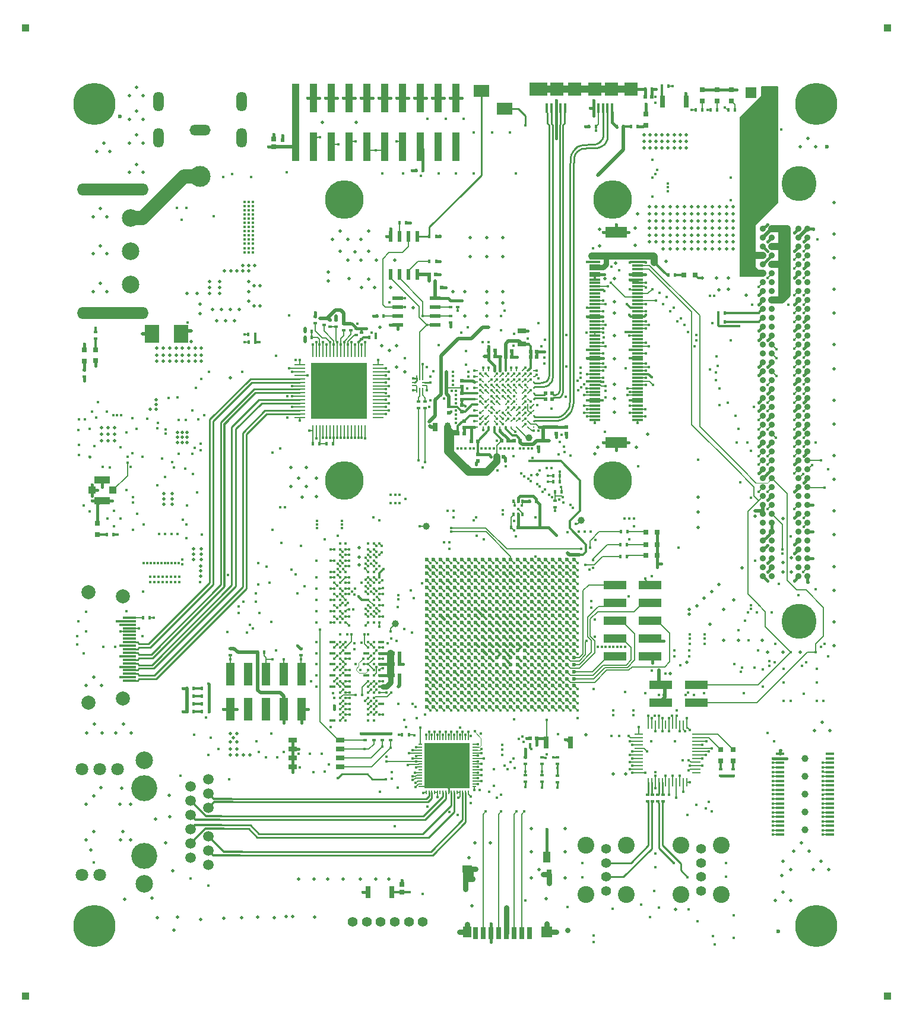
<source format=gtl>
G04 (created by PCBNEW (2013-07-07 BZR 4022)-stable) date 10/02/2015 04:29:17*
%MOIN*%
G04 Gerber Fmt 3.4, Leading zero omitted, Abs format*
%FSLAX34Y34*%
G01*
G70*
G90*
G04 APERTURE LIST*
%ADD10C,0.00590551*%
%ADD11C,0.019685*%
%ADD12R,0.0392X0.0392*%
%ADD13R,0.015748X0.0265748*%
%ADD14R,0.00787402X0.0265748*%
%ADD15R,0.0314961X0.0669291*%
%ADD16R,0.0590551X0.0236*%
%ADD17R,0.0236X0.0590551*%
%ADD18C,0.015748*%
%ADD19C,0.011811*%
%ADD20R,0.0314X0.0314*%
%ADD21R,0.126X0.05*%
%ADD22R,0.0393701X0.0393701*%
%ADD23R,0.0866142X0.0413386*%
%ADD24R,0.0597X0.0597*%
%ADD25C,0.0597*%
%ADD26C,0.23622*%
%ADD27C,0.0787402*%
%ADD28R,0.0748031X0.011811*%
%ADD29R,0.00984252X0.0472441*%
%ADD30R,0.0472441X0.00984252*%
%ADD31C,0.0393701*%
%ADD32R,0.0610236X0.00984252*%
%ADD33R,0.00984252X0.0610236*%
%ADD34R,0.314961X0.314961*%
%ADD35R,0.19685X0.19685*%
%ADD36O,0.00984252X0.0610236*%
%ADD37R,0.0195X0.0195*%
%ADD38R,0.0314X0.0275*%
%ADD39R,0.0175X0.0195*%
%ADD40R,0.0195X0.0175*%
%ADD41C,0.216535*%
%ADD42C,0.0708661*%
%ADD43C,0.0590551*%
%ADD44C,0.0984252*%
%ADD45C,0.145669*%
%ADD46C,0.023622*%
%ADD47R,0.0393701X0.0610236*%
%ADD48R,0.0314961X0.0551181*%
%ADD49R,0.0570866X0.0393701*%
%ADD50R,0.0314961X0.0590551*%
%ADD51R,0.0590551X0.0590551*%
%ADD52R,0.0275591X0.0688976*%
%ADD53R,0.0511811X0.0590551*%
%ADD54R,0.0748031X0.0748031*%
%ADD55R,0.015748X0.0531496*%
%ADD56R,0.100394X0.0748031*%
%ADD57R,0.0787X0.0984*%
%ADD58R,0.05X0.0169291*%
%ADD59R,0.063X0.0118*%
%ADD60R,0.063X0.0276*%
%ADD61R,0.122X0.063*%
%ADD62C,0.0944882*%
%ADD63C,0.0551181*%
%ADD64C,0.19685*%
%ADD65C,0.0354331*%
%ADD66R,0.0314961X0.00787402*%
%ADD67R,0.00787402X0.0314961*%
%ADD68O,0.0314961X0.00787402*%
%ADD69R,0.0314961X0.0492126*%
%ADD70R,0.0492126X0.0314961*%
%ADD71R,0.0866142X0.0669291*%
%ADD72O,0.401575X0.0669291*%
%ADD73R,0.0393701X0.163386*%
%ADD74R,0.05X0.126*%
%ADD75R,0.0492126X0.0299213*%
%ADD76R,0.0165354X0.023622*%
%ADD77O,0.0590551X0.110236*%
%ADD78O,0.11811X0.0590551*%
%ADD79C,0.11811*%
%ADD80R,0.0787402X0.0787402*%
%ADD81O,0.023622X0.00787402*%
%ADD82O,0.00787402X0.023622*%
%ADD83R,0.255906X0.255906*%
%ADD84R,0.00787402X0.023622*%
%ADD85C,0.019685*%
%ADD86C,0.00787402*%
%ADD87C,0.011811*%
%ADD88C,0.0110236*%
%ADD89C,0.015748*%
%ADD90C,0.00984252*%
%ADD91C,0.0393701*%
%ADD92C,0.00393701*%
%ADD93C,0.0314961*%
%ADD94C,0.0787402*%
G04 APERTURE END LIST*
G54D10*
G54D11*
X71889Y-46692D03*
X71531Y-46232D03*
X71141Y-46692D03*
X71141Y-44566D03*
X71531Y-44106D03*
X71889Y-44566D03*
X71889Y-42480D03*
X71531Y-42019D03*
X71141Y-42480D03*
X71338Y-38818D03*
X71728Y-38358D03*
X72086Y-38818D03*
X73937Y-40000D03*
X73578Y-39539D03*
X73188Y-40000D03*
X73188Y-35669D03*
X73578Y-35208D03*
X73937Y-35669D03*
X73937Y-37007D03*
X73578Y-36547D03*
X73188Y-37007D03*
X73188Y-38346D03*
X73578Y-37885D03*
X73937Y-38346D03*
X104094Y-38602D03*
X104094Y-37874D03*
X104094Y-38248D03*
X103759Y-38248D03*
X103759Y-37874D03*
X103759Y-38602D03*
X103405Y-38602D03*
X103405Y-37874D03*
X103405Y-38248D03*
X103070Y-38248D03*
X103070Y-37874D03*
X103070Y-38602D03*
X105118Y-59055D03*
X105118Y-58208D03*
X105118Y-59921D03*
X107559Y-62185D03*
X88188Y-50925D03*
X88637Y-51200D03*
X93236Y-43653D03*
X92291Y-43653D03*
X94141Y-43653D03*
X94141Y-44716D03*
X94133Y-46673D03*
X94133Y-47303D03*
X92291Y-44716D03*
X84019Y-37181D03*
X85889Y-37185D03*
X79074Y-48307D03*
X78582Y-48307D03*
X78070Y-48307D03*
X77212Y-49850D03*
X77212Y-50598D03*
X77212Y-50244D03*
X76858Y-50244D03*
X76858Y-50598D03*
X76858Y-49850D03*
X76503Y-49850D03*
X76503Y-50598D03*
X76503Y-50244D03*
X75082Y-50236D03*
X75082Y-50590D03*
X75082Y-49842D03*
X74708Y-50236D03*
X74708Y-50590D03*
X74708Y-49842D03*
X75866Y-54866D03*
X76417Y-54866D03*
X76141Y-54866D03*
X76141Y-55141D03*
X76141Y-54590D03*
X76417Y-54590D03*
X76417Y-55141D03*
X75866Y-55141D03*
X71968Y-54688D03*
X71968Y-54314D03*
X71968Y-55062D03*
X72342Y-55062D03*
X72342Y-54314D03*
X72342Y-54688D03*
X75570Y-58307D03*
X75098Y-58307D03*
X77165Y-62637D03*
X106279Y-63129D03*
X105039Y-64330D03*
X79527Y-45216D03*
X80196Y-45216D03*
X79862Y-45216D03*
X79192Y-45511D03*
X79527Y-45511D03*
X78858Y-45511D03*
X78503Y-45511D03*
X77677Y-46456D03*
X78228Y-46456D03*
X78228Y-46791D03*
X77677Y-46791D03*
X84330Y-45570D03*
X78826Y-51507D03*
X79330Y-47696D03*
X78838Y-47696D03*
X78326Y-47696D03*
X77834Y-47696D03*
X76625Y-48897D03*
X77145Y-47933D03*
X77145Y-47381D03*
X77677Y-46122D03*
X78228Y-46122D03*
X76968Y-46791D03*
X79862Y-46673D03*
X86200Y-46437D03*
X86590Y-45976D03*
X86948Y-46437D03*
X85511Y-45964D03*
X84330Y-46082D03*
X80511Y-46358D03*
X80177Y-46358D03*
X80177Y-47480D03*
X80511Y-47480D03*
X74350Y-53287D03*
X74685Y-53011D03*
X74685Y-52736D03*
X74685Y-53287D03*
X75437Y-49842D03*
X75437Y-50590D03*
X75437Y-50236D03*
X98807Y-71535D03*
X104606Y-64507D03*
X105866Y-63523D03*
X105452Y-63897D03*
X107106Y-63976D03*
X104606Y-64783D03*
X106555Y-64527D03*
X105767Y-65354D03*
X106555Y-66259D03*
X103149Y-41929D03*
X103149Y-42322D03*
X103149Y-42716D03*
X103149Y-43503D03*
X103149Y-43110D03*
X103149Y-43897D03*
X103149Y-44291D03*
X102755Y-43897D03*
X102362Y-43897D03*
X102755Y-43110D03*
X102362Y-43110D03*
X102362Y-43503D03*
X102755Y-43503D03*
X102755Y-42716D03*
X102362Y-42716D03*
X102362Y-42322D03*
X102755Y-42322D03*
X102755Y-41929D03*
X102362Y-41929D03*
X103543Y-41929D03*
X103937Y-41929D03*
X103937Y-42322D03*
X103543Y-42322D03*
X103543Y-42716D03*
X103937Y-42716D03*
X103937Y-43503D03*
X103543Y-43503D03*
X103543Y-43110D03*
X103937Y-43110D03*
X103543Y-43897D03*
X103937Y-43897D03*
X103937Y-44291D03*
X103543Y-44291D03*
X107791Y-46889D03*
X101716Y-42334D03*
X106811Y-45925D03*
X106259Y-46570D03*
X93228Y-47303D03*
X93228Y-46673D03*
X93228Y-48051D03*
X92007Y-48051D03*
X100354Y-73759D03*
X101023Y-73759D03*
X97637Y-79586D03*
X97637Y-78129D03*
X97637Y-76830D03*
X95748Y-76830D03*
X95748Y-78129D03*
X93425Y-77618D03*
X92559Y-77618D03*
X92240Y-78448D03*
X92389Y-81149D03*
X96566Y-80759D03*
X95748Y-79586D03*
X96181Y-79114D03*
X74629Y-76291D03*
X75216Y-77602D03*
X75401Y-74960D03*
G54D12*
X67322Y-86220D03*
X115748Y-86220D03*
X115748Y-31889D03*
G54D11*
X87755Y-79665D03*
X87007Y-79665D03*
X86141Y-79665D03*
X82677Y-79665D03*
X83543Y-79665D03*
X85157Y-79665D03*
X84291Y-79665D03*
X79940Y-72677D03*
X79566Y-72677D03*
X78838Y-72677D03*
X79192Y-72677D03*
X109862Y-59429D03*
X110354Y-62401D03*
X110354Y-61633D03*
X109862Y-61870D03*
X109862Y-62401D03*
X108720Y-66259D03*
X107381Y-66259D03*
X104468Y-67500D03*
X103543Y-68129D03*
X102893Y-67933D03*
X99872Y-45964D03*
X81960Y-81755D03*
X81299Y-81830D03*
X83578Y-81799D03*
X82334Y-81755D03*
X102066Y-38602D03*
X102066Y-37874D03*
X102066Y-38248D03*
X102401Y-38248D03*
X102401Y-37874D03*
X102401Y-38602D03*
X102736Y-38602D03*
X102736Y-37874D03*
X102736Y-38248D03*
X104429Y-38248D03*
X104429Y-37874D03*
X104429Y-38602D03*
X103291Y-44980D03*
X106799Y-46555D03*
X83110Y-57618D03*
X82244Y-57618D03*
X82677Y-57145D03*
X103822Y-81342D03*
X93236Y-44716D03*
X86614Y-44429D03*
X86181Y-44901D03*
X87047Y-44901D03*
X85822Y-44440D03*
X86181Y-43759D03*
X86614Y-43287D03*
X87771Y-49980D03*
X85000Y-43287D03*
X84566Y-43759D03*
X85433Y-43759D03*
X85433Y-44901D03*
X85000Y-44429D03*
X86062Y-62027D03*
X86062Y-61043D03*
X86062Y-61594D03*
X82244Y-56555D03*
X83110Y-56555D03*
X83677Y-58188D03*
X83681Y-57141D03*
X82881Y-58212D03*
X88070Y-44901D03*
X92007Y-46673D03*
X91338Y-46673D03*
X87834Y-46437D03*
X89094Y-47578D03*
X87248Y-48700D03*
X88188Y-49704D03*
X87322Y-49704D03*
X96062Y-56948D03*
X99318Y-55787D03*
X101653Y-55413D03*
X102283Y-54685D03*
X99488Y-55413D03*
X100393Y-53444D03*
X100393Y-52696D03*
X100393Y-51870D03*
X100393Y-50452D03*
X100393Y-49153D03*
X100393Y-47893D03*
X100393Y-47263D03*
X100393Y-45964D03*
X100472Y-45098D03*
X106141Y-45925D03*
X105354Y-45925D03*
X99566Y-43169D03*
X99566Y-44114D03*
X101574Y-43129D03*
X101574Y-44074D03*
X111259Y-38090D03*
X110826Y-38562D03*
X111692Y-38562D03*
X112755Y-52775D03*
X112755Y-51003D03*
X112755Y-47893D03*
X112755Y-49665D03*
X112755Y-43444D03*
X112755Y-41673D03*
X112755Y-44783D03*
X112755Y-46555D03*
X112755Y-58996D03*
X112755Y-57224D03*
X112755Y-54114D03*
X112755Y-55885D03*
X112755Y-62106D03*
X112755Y-60334D03*
X112755Y-63444D03*
X112755Y-65216D03*
X112755Y-66555D03*
X110826Y-66909D03*
X109015Y-66909D03*
X109881Y-66909D03*
X112086Y-70846D03*
X111653Y-71318D03*
X112519Y-71318D03*
X111338Y-78090D03*
X110472Y-78090D03*
X110905Y-77618D03*
X112007Y-78641D03*
X111574Y-79114D03*
X112440Y-79114D03*
X110314Y-79114D03*
X109811Y-79460D03*
X109881Y-78641D03*
X109881Y-80374D03*
X109448Y-80846D03*
X110314Y-80846D03*
X79192Y-72342D03*
X78838Y-72342D03*
X75881Y-81791D03*
X75688Y-82531D03*
X77169Y-81933D03*
X74440Y-80720D03*
X72909Y-80791D03*
X74724Y-81830D03*
X72795Y-76988D03*
X72669Y-77452D03*
X73228Y-77460D03*
X71000Y-78023D03*
X70748Y-77460D03*
X71181Y-76988D03*
X71181Y-74980D03*
X70748Y-75452D03*
X71566Y-74507D03*
X73228Y-75452D03*
X72641Y-75456D03*
X72732Y-74559D03*
X72834Y-70964D03*
X72401Y-71437D03*
X73267Y-71437D03*
X71653Y-71437D03*
X70787Y-71437D03*
X71220Y-70964D03*
X71181Y-68326D03*
X70748Y-68799D03*
X71614Y-68799D03*
X80362Y-81791D03*
X78468Y-81858D03*
X79468Y-81811D03*
X75598Y-79181D03*
X75448Y-76149D03*
X76625Y-49468D03*
X75570Y-58602D03*
X75098Y-58602D03*
X79862Y-47224D03*
X79862Y-45511D03*
X79862Y-46102D03*
X76417Y-46791D03*
X75570Y-58011D03*
X75098Y-58011D03*
X92047Y-74429D03*
X91692Y-74429D03*
X90984Y-74429D03*
X91338Y-74429D03*
X90629Y-74429D03*
X90275Y-74429D03*
X89921Y-74429D03*
X89921Y-74114D03*
X90275Y-74114D03*
X90629Y-74114D03*
X91338Y-74114D03*
X90984Y-74114D03*
X91692Y-74114D03*
X92047Y-74114D03*
X92047Y-73759D03*
X91692Y-73759D03*
X90984Y-73759D03*
X91338Y-73759D03*
X90629Y-73759D03*
X90275Y-73759D03*
X89921Y-73759D03*
X89921Y-73051D03*
X90275Y-73051D03*
X90629Y-73051D03*
X91338Y-73051D03*
X90984Y-73051D03*
X91692Y-73051D03*
X92047Y-73051D03*
X92047Y-73405D03*
X91692Y-73405D03*
X90984Y-73405D03*
X91338Y-73405D03*
X90629Y-73405D03*
X90275Y-73405D03*
X89921Y-73405D03*
X89921Y-72578D03*
X90275Y-72578D03*
X90629Y-72578D03*
X91338Y-72578D03*
X90984Y-72578D03*
X91692Y-72578D03*
X92047Y-72578D03*
X92047Y-72224D03*
X91692Y-72224D03*
X90984Y-72224D03*
X91338Y-72224D03*
X90629Y-72224D03*
X90275Y-72224D03*
X89921Y-72224D03*
X77165Y-62362D03*
X77165Y-62086D03*
X77204Y-61417D03*
X76771Y-61417D03*
X76771Y-61712D03*
X77204Y-61712D03*
X77204Y-61122D03*
X76771Y-61122D03*
X71594Y-54688D03*
X71594Y-54314D03*
X71594Y-55062D03*
X76149Y-50244D03*
X75795Y-50244D03*
X75795Y-50598D03*
X76149Y-50598D03*
X75795Y-49850D03*
X76149Y-49850D03*
X75866Y-54590D03*
X108307Y-58976D03*
X108307Y-59291D03*
X104330Y-44291D03*
X104724Y-44291D03*
X105511Y-44291D03*
X105118Y-44291D03*
X105905Y-44291D03*
X106299Y-44291D03*
X106692Y-44291D03*
X107086Y-44291D03*
X107086Y-43897D03*
X106692Y-43897D03*
X106299Y-43897D03*
X105905Y-43897D03*
X105118Y-43897D03*
X105511Y-43897D03*
X104724Y-43897D03*
X104330Y-43897D03*
X107086Y-43110D03*
X106692Y-43110D03*
X106299Y-43110D03*
X105905Y-43110D03*
X105118Y-43110D03*
X105511Y-43110D03*
X104724Y-43110D03*
X104330Y-43110D03*
X104330Y-43503D03*
X104724Y-43503D03*
X105511Y-43503D03*
X105118Y-43503D03*
X105905Y-43503D03*
X106299Y-43503D03*
X106692Y-43503D03*
X107086Y-43503D03*
X107086Y-42716D03*
X106692Y-42716D03*
X106299Y-42716D03*
X105905Y-42716D03*
X105118Y-42716D03*
X105511Y-42716D03*
X104724Y-42716D03*
X104330Y-42716D03*
X104330Y-42322D03*
X104724Y-42322D03*
X105511Y-42322D03*
X105118Y-42322D03*
X105905Y-42322D03*
X106299Y-42322D03*
X106692Y-42322D03*
X107086Y-42322D03*
X107086Y-41929D03*
X106692Y-41929D03*
X106299Y-41929D03*
X105905Y-41929D03*
X105118Y-41929D03*
X105511Y-41929D03*
X104724Y-41929D03*
G54D13*
X97125Y-37849D03*
X97125Y-37505D03*
G54D14*
X97322Y-37505D03*
X97519Y-37505D03*
X97322Y-37849D03*
X97519Y-37849D03*
X96929Y-37849D03*
X96732Y-37849D03*
X96732Y-37505D03*
X96929Y-37505D03*
G54D15*
X86574Y-80393D03*
X87913Y-80393D03*
X96584Y-71978D03*
X97923Y-71978D03*
X103090Y-36023D03*
X104429Y-36023D03*
G54D16*
X88228Y-47045D03*
X88228Y-47545D03*
X88228Y-48045D03*
X88228Y-48545D03*
X90354Y-48545D03*
X90354Y-48045D03*
X90354Y-47545D03*
X90354Y-47045D03*
G54D17*
X89332Y-43582D03*
X88832Y-43582D03*
X88332Y-43582D03*
X87832Y-43582D03*
X87832Y-45708D03*
X88332Y-45708D03*
X88832Y-45708D03*
X89332Y-45708D03*
G54D18*
X85314Y-62716D03*
X85000Y-62716D03*
X84685Y-62716D03*
X86574Y-62716D03*
X86889Y-62716D03*
X87204Y-62716D03*
X86889Y-62401D03*
X86574Y-62401D03*
X84685Y-62401D03*
X85000Y-62401D03*
X85314Y-62401D03*
X85314Y-61771D03*
X85000Y-61771D03*
X84685Y-61771D03*
X86574Y-61771D03*
X86889Y-61771D03*
X87204Y-62086D03*
X86889Y-62086D03*
X86574Y-62086D03*
X85000Y-62086D03*
X85314Y-62086D03*
X85314Y-60826D03*
X85000Y-60826D03*
X86574Y-60826D03*
X86889Y-60826D03*
X87204Y-60826D03*
X85314Y-61141D03*
X85000Y-61141D03*
X84685Y-61141D03*
X86574Y-61141D03*
X86889Y-61141D03*
X87204Y-61456D03*
X86889Y-61456D03*
X86574Y-61456D03*
X85000Y-61456D03*
X85314Y-61456D03*
X85314Y-64291D03*
X85000Y-64291D03*
X84685Y-64291D03*
X86574Y-64291D03*
X86889Y-64291D03*
X87204Y-64291D03*
X87204Y-63976D03*
X86889Y-63976D03*
X86574Y-63976D03*
X84685Y-63976D03*
X85000Y-63976D03*
X85314Y-63976D03*
X85314Y-63031D03*
X85000Y-63031D03*
X84685Y-63031D03*
X86574Y-63031D03*
X86889Y-63031D03*
X87204Y-63031D03*
X87204Y-63346D03*
X86889Y-63346D03*
X86574Y-63346D03*
X84685Y-63346D03*
X85000Y-63346D03*
X85314Y-63346D03*
X85314Y-64606D03*
X85000Y-64606D03*
X84685Y-64606D03*
X86574Y-64606D03*
X86889Y-64606D03*
X87204Y-64606D03*
X87204Y-63661D03*
X86889Y-63661D03*
X86574Y-63661D03*
X84685Y-63661D03*
X85000Y-63661D03*
X85314Y-63661D03*
X85314Y-64921D03*
X85000Y-64921D03*
X84685Y-64921D03*
X86574Y-64921D03*
X86889Y-64921D03*
X87204Y-64921D03*
X87204Y-65236D03*
X86889Y-65236D03*
X86574Y-65236D03*
X84685Y-65236D03*
X85000Y-65236D03*
X85314Y-65236D03*
X86574Y-68858D03*
X86889Y-68858D03*
X87204Y-68858D03*
X85314Y-68858D03*
X85000Y-68858D03*
X84685Y-68858D03*
X85000Y-69173D03*
X85314Y-69173D03*
X87204Y-69173D03*
X86889Y-69173D03*
X86574Y-69173D03*
X86574Y-69803D03*
X86889Y-69803D03*
X87204Y-69803D03*
X85314Y-69803D03*
X85000Y-69803D03*
X84685Y-69488D03*
X85000Y-69488D03*
X85314Y-69488D03*
X86889Y-69488D03*
X86574Y-69488D03*
X86574Y-70748D03*
X86889Y-70748D03*
X85314Y-70748D03*
X85000Y-70748D03*
X84685Y-70748D03*
X86574Y-70433D03*
X86889Y-70433D03*
X87204Y-70433D03*
X85314Y-70433D03*
X85000Y-70433D03*
X84685Y-70118D03*
X85000Y-70118D03*
X85314Y-70118D03*
X86889Y-70118D03*
X86574Y-70118D03*
X86574Y-67283D03*
X86889Y-67283D03*
X87204Y-67283D03*
X85314Y-67283D03*
X85000Y-67283D03*
X84685Y-67283D03*
X84685Y-67598D03*
X85000Y-67598D03*
X85314Y-67598D03*
X87204Y-67598D03*
X86889Y-67598D03*
X86574Y-67598D03*
X86574Y-68543D03*
X86889Y-68543D03*
X87204Y-68543D03*
X85314Y-68543D03*
X85000Y-68543D03*
X84685Y-68543D03*
X84685Y-68228D03*
X85000Y-68228D03*
X85314Y-68228D03*
X87204Y-68228D03*
X86889Y-68228D03*
X86574Y-68228D03*
X86574Y-66968D03*
X86889Y-66968D03*
X87204Y-66968D03*
X85314Y-66968D03*
X85000Y-66968D03*
X84685Y-66968D03*
X84685Y-67913D03*
X85000Y-67913D03*
X85314Y-67913D03*
X87204Y-67913D03*
X86889Y-67913D03*
X86574Y-67913D03*
X86574Y-66653D03*
X86889Y-66653D03*
X87204Y-66653D03*
X85314Y-66653D03*
X85000Y-66653D03*
X84685Y-66653D03*
X84685Y-66338D03*
X85000Y-66338D03*
X85314Y-66338D03*
X87204Y-66338D03*
X86889Y-66338D03*
X86574Y-66338D03*
G54D19*
X92716Y-52391D03*
X92716Y-52076D03*
X92716Y-51761D03*
X92716Y-51446D03*
X92716Y-53966D03*
X92716Y-53651D03*
X92716Y-53336D03*
X92716Y-53021D03*
X94291Y-53021D03*
X94291Y-53336D03*
X94291Y-53651D03*
X94291Y-53966D03*
X94291Y-51446D03*
X94291Y-51761D03*
X94291Y-52076D03*
X94291Y-52391D03*
X93976Y-51131D03*
X93976Y-52706D03*
X93976Y-54281D03*
X93976Y-52391D03*
X93976Y-52076D03*
X93976Y-51761D03*
X93976Y-51446D03*
X93976Y-53966D03*
X93976Y-53651D03*
X93976Y-53336D03*
X93976Y-53021D03*
X93661Y-53021D03*
X93661Y-53336D03*
X93661Y-53651D03*
X93661Y-53966D03*
X93661Y-51446D03*
X93661Y-51761D03*
X93661Y-52076D03*
X93661Y-52391D03*
X93661Y-54281D03*
X93661Y-52706D03*
X93661Y-51131D03*
X93346Y-51131D03*
X93346Y-52706D03*
X93346Y-54281D03*
X93346Y-52391D03*
X93346Y-52076D03*
X93346Y-51761D03*
X93346Y-51446D03*
X93346Y-53966D03*
X93346Y-53651D03*
X93346Y-53336D03*
X93346Y-53021D03*
X93031Y-53021D03*
X93031Y-53336D03*
X93031Y-53651D03*
X93031Y-53966D03*
X93031Y-51446D03*
X93031Y-51761D03*
X93031Y-52076D03*
X93031Y-52391D03*
X93031Y-54281D03*
X93031Y-52706D03*
X93031Y-51131D03*
X94606Y-51131D03*
X94606Y-52706D03*
X94606Y-54281D03*
X94606Y-52391D03*
X94606Y-52076D03*
X94606Y-51761D03*
X94606Y-51446D03*
X94606Y-53966D03*
X94606Y-53651D03*
X94606Y-53336D03*
X94606Y-53021D03*
X94921Y-53021D03*
X94921Y-53336D03*
X94921Y-53651D03*
X94921Y-53966D03*
X94921Y-51446D03*
X94921Y-51761D03*
X94921Y-52076D03*
X94921Y-52391D03*
X94921Y-54281D03*
X94921Y-52706D03*
X94921Y-51131D03*
X95236Y-51131D03*
X95236Y-52706D03*
X95236Y-54281D03*
X95236Y-52391D03*
X95236Y-52076D03*
X95236Y-51761D03*
X95236Y-51446D03*
X95236Y-53966D03*
X95236Y-53651D03*
X95236Y-53336D03*
X95236Y-53021D03*
X95551Y-53021D03*
X95551Y-53336D03*
X95551Y-53651D03*
X95551Y-53966D03*
X95551Y-51446D03*
X95551Y-51761D03*
X95551Y-52076D03*
X95551Y-52391D03*
X95551Y-54281D03*
X95551Y-52706D03*
X95551Y-51131D03*
X95866Y-51131D03*
X95866Y-52706D03*
X95866Y-54281D03*
X92716Y-51131D03*
X92716Y-52706D03*
X92716Y-54281D03*
X94291Y-54281D03*
X94291Y-52706D03*
X94291Y-51131D03*
X95866Y-52391D03*
X95866Y-52076D03*
X95866Y-51761D03*
X95866Y-51446D03*
X95866Y-53966D03*
X95866Y-53651D03*
X95866Y-53336D03*
X95866Y-53021D03*
G54D20*
X106165Y-35362D03*
X106165Y-35992D03*
X105346Y-35366D03*
X105346Y-35996D03*
X71281Y-50565D03*
X71281Y-49935D03*
X106988Y-35364D03*
X106988Y-35994D03*
X107086Y-72381D03*
X107086Y-73011D03*
X106377Y-72381D03*
X106377Y-73011D03*
G54D21*
X100433Y-63139D03*
X100433Y-64139D03*
X100433Y-65139D03*
X100433Y-66139D03*
X100433Y-67139D03*
X102402Y-63139D03*
X102402Y-64139D03*
X102402Y-65139D03*
X102402Y-66139D03*
X102402Y-67139D03*
G54D22*
X71062Y-57834D03*
X72244Y-57834D03*
G54D23*
X71653Y-57253D03*
X71653Y-58415D03*
G54D20*
X71377Y-59685D03*
X71377Y-60315D03*
G54D24*
X108083Y-35511D03*
G54D25*
X109083Y-35511D03*
G54D26*
X111732Y-82283D03*
X111732Y-36141D03*
X71220Y-36141D03*
X71220Y-82283D03*
G54D11*
X104330Y-41929D03*
G54D27*
X70885Y-63562D03*
X72814Y-63799D03*
X72814Y-69507D03*
X70885Y-69744D03*
G54D28*
X73188Y-66751D03*
X73188Y-66948D03*
X73188Y-67145D03*
X73188Y-67342D03*
X73188Y-67539D03*
X73188Y-67736D03*
X73188Y-67933D03*
X73188Y-68129D03*
X73188Y-68326D03*
X73188Y-68523D03*
X73188Y-66555D03*
X73188Y-66358D03*
X73188Y-66161D03*
X73188Y-65964D03*
X73188Y-65767D03*
X73188Y-65570D03*
X73188Y-65374D03*
X73188Y-65177D03*
X73188Y-64980D03*
G54D11*
X78838Y-71948D03*
X78838Y-71476D03*
X79192Y-71476D03*
X79192Y-71948D03*
X79015Y-71712D03*
G54D29*
X102303Y-74212D03*
X102893Y-74212D03*
X102696Y-74212D03*
X102500Y-74212D03*
G54D30*
X101771Y-73287D03*
X101771Y-73484D03*
X101771Y-73681D03*
X101771Y-71909D03*
X101771Y-72106D03*
X101771Y-72303D03*
X101771Y-72500D03*
X101771Y-72696D03*
X101771Y-72893D03*
X101771Y-73090D03*
G54D29*
X103090Y-74212D03*
X103287Y-74212D03*
X103484Y-74212D03*
X103681Y-74212D03*
X103877Y-74212D03*
X104074Y-74212D03*
X104271Y-74212D03*
X104468Y-74212D03*
G54D30*
X105000Y-72500D03*
X105000Y-72303D03*
X105000Y-72106D03*
X105000Y-71909D03*
X105000Y-71712D03*
X105000Y-71515D03*
X105000Y-73681D03*
X105000Y-73484D03*
X105000Y-73287D03*
X105000Y-73090D03*
X105000Y-72893D03*
X105000Y-72696D03*
X101771Y-71712D03*
X101771Y-71515D03*
G54D29*
X104468Y-70984D03*
X104271Y-70984D03*
X104074Y-70984D03*
X103877Y-70984D03*
X103681Y-70984D03*
X103484Y-70984D03*
X103287Y-70984D03*
X103090Y-70984D03*
X102893Y-70984D03*
X102696Y-70984D03*
X102500Y-70984D03*
X102303Y-70984D03*
G54D31*
X95590Y-54881D03*
G54D11*
X83661Y-53543D03*
X83661Y-53031D03*
X83661Y-52007D03*
X83661Y-52519D03*
X83661Y-51496D03*
X83661Y-50984D03*
X84173Y-51496D03*
X84173Y-52519D03*
X84173Y-52007D03*
X84173Y-53031D03*
X84173Y-53543D03*
X84173Y-50984D03*
X84685Y-53543D03*
X84685Y-53031D03*
X84685Y-52007D03*
X84685Y-52519D03*
X84685Y-51496D03*
X84685Y-50984D03*
X85196Y-51496D03*
X85196Y-52519D03*
X85196Y-52007D03*
X85196Y-53031D03*
X85196Y-53543D03*
X85196Y-50984D03*
X85708Y-53543D03*
X85708Y-53031D03*
X85708Y-52007D03*
X85708Y-52519D03*
X85708Y-51496D03*
X85708Y-50984D03*
X86220Y-50984D03*
X86220Y-51496D03*
X86220Y-52007D03*
X86220Y-53543D03*
X86220Y-53031D03*
X86220Y-52519D03*
G54D32*
X87145Y-50787D03*
X87145Y-50984D03*
G54D33*
X86417Y-54468D03*
X86220Y-54468D03*
G54D32*
X82736Y-53740D03*
X82736Y-53543D03*
G54D33*
X83464Y-50059D03*
X83661Y-50059D03*
G54D34*
X84940Y-52263D03*
G54D35*
X84941Y-52263D03*
G54D32*
X82736Y-51771D03*
X82736Y-51968D03*
X82736Y-52165D03*
X82736Y-52362D03*
X82736Y-52559D03*
X82736Y-52755D03*
X82736Y-52952D03*
X82736Y-53149D03*
X82736Y-53346D03*
X82736Y-50787D03*
X82736Y-50984D03*
X82736Y-51181D03*
X82736Y-51377D03*
X82736Y-51574D03*
G54D33*
X85433Y-54468D03*
X85629Y-54468D03*
X85826Y-54468D03*
X86023Y-54468D03*
X83464Y-54468D03*
X83661Y-54468D03*
X83858Y-54468D03*
X84055Y-54468D03*
X84251Y-54468D03*
X84448Y-54468D03*
X84645Y-54468D03*
X84842Y-54468D03*
X85039Y-54468D03*
X85236Y-54468D03*
G54D32*
X87145Y-52165D03*
X87145Y-51968D03*
X87145Y-51771D03*
X87145Y-51574D03*
X87145Y-51377D03*
X87145Y-51181D03*
X87145Y-53740D03*
X87145Y-53543D03*
X87145Y-53346D03*
X87145Y-53149D03*
X87145Y-52952D03*
X87145Y-52755D03*
X87145Y-52559D03*
X87145Y-52362D03*
G54D36*
X86417Y-50059D03*
G54D33*
X86220Y-50059D03*
X86023Y-50059D03*
X85826Y-50059D03*
X85629Y-50059D03*
X85433Y-50059D03*
X85236Y-50059D03*
X85039Y-50059D03*
X84842Y-50059D03*
X84645Y-50059D03*
X84448Y-50059D03*
X84251Y-50059D03*
X84055Y-50059D03*
X83839Y-50056D03*
G54D37*
X93346Y-50000D03*
X93700Y-50000D03*
X93346Y-50334D03*
X93700Y-50334D03*
X97145Y-54291D03*
X97145Y-54645D03*
X93819Y-55944D03*
X94173Y-55944D03*
X81771Y-38551D03*
X81771Y-38197D03*
X90354Y-46437D03*
X90708Y-46437D03*
X102145Y-35748D03*
X102499Y-35748D03*
X96909Y-52391D03*
X96555Y-52391D03*
X92726Y-55817D03*
X92726Y-56171D03*
X95117Y-55059D03*
X94763Y-55059D03*
X96151Y-55059D03*
X96151Y-55413D03*
X94291Y-50344D03*
X94645Y-50344D03*
X91830Y-52382D03*
X91830Y-52736D03*
X91830Y-53405D03*
X91830Y-53051D03*
X92726Y-55068D03*
X92372Y-55068D03*
X97696Y-54291D03*
X97696Y-54645D03*
X95689Y-50039D03*
X96043Y-50039D03*
X95689Y-50344D03*
X96043Y-50344D03*
X90019Y-45708D03*
X90373Y-45708D03*
X91102Y-53130D03*
X91102Y-53484D03*
X94074Y-55059D03*
X94428Y-55059D03*
X94291Y-50019D03*
X94645Y-50019D03*
X91614Y-54665D03*
X91968Y-54665D03*
X91830Y-52027D03*
X91830Y-51673D03*
X91968Y-53956D03*
X91968Y-54310D03*
X96909Y-52706D03*
X96555Y-52706D03*
X96033Y-71742D03*
X95679Y-71742D03*
X87972Y-67598D03*
X88326Y-67598D03*
X87972Y-66968D03*
X88326Y-66968D03*
X87972Y-68228D03*
X88326Y-68228D03*
G54D38*
X88484Y-80392D03*
X88484Y-79962D03*
X81283Y-38545D03*
X81283Y-38115D03*
G54D39*
X101700Y-37421D03*
X101330Y-37421D03*
X76389Y-70236D03*
X76759Y-70236D03*
X74318Y-64980D03*
X73948Y-64980D03*
X71901Y-60314D03*
X72271Y-60314D03*
X89263Y-39881D03*
X89633Y-39881D03*
X79854Y-49070D03*
X80224Y-49070D03*
G54D40*
X84090Y-48562D03*
X84090Y-48192D03*
G54D39*
X79858Y-49527D03*
X80228Y-49527D03*
X88708Y-42834D03*
X88338Y-42834D03*
X90391Y-44980D03*
X90021Y-44980D03*
X90391Y-43572D03*
X90021Y-43572D03*
X87078Y-48051D03*
X87448Y-48051D03*
G54D40*
X91220Y-47177D03*
X91220Y-47547D03*
X91594Y-47177D03*
X91594Y-47547D03*
X102539Y-75283D03*
X102539Y-74913D03*
G54D39*
X77625Y-69803D03*
X77255Y-69803D03*
X77625Y-68937D03*
X77255Y-68937D03*
G54D40*
X103129Y-75283D03*
X103129Y-74913D03*
X102854Y-75283D03*
X102854Y-74913D03*
G54D39*
X77625Y-70236D03*
X77255Y-70236D03*
X77625Y-69370D03*
X77255Y-69370D03*
G54D40*
X91220Y-48043D03*
X91220Y-48413D03*
G54D39*
X102137Y-35314D03*
X102507Y-35314D03*
X106803Y-36496D03*
X107173Y-36496D03*
X99358Y-37431D03*
X98988Y-37431D03*
X105795Y-36496D03*
X106165Y-36496D03*
X100523Y-37431D03*
X100893Y-37431D03*
X104976Y-36500D03*
X105346Y-36500D03*
G54D40*
X102263Y-75283D03*
X102263Y-74913D03*
X106377Y-73846D03*
X106377Y-73476D03*
X107086Y-73846D03*
X107086Y-73476D03*
G54D39*
X103082Y-35157D03*
X103452Y-35157D03*
X97059Y-57913D03*
X97429Y-57913D03*
X97330Y-57027D03*
X96960Y-57027D03*
G54D40*
X71281Y-48946D03*
X71281Y-49316D03*
G54D39*
X96031Y-72106D03*
X95661Y-72106D03*
G54D40*
X82795Y-66704D03*
X82795Y-67074D03*
G54D39*
X80751Y-66913D03*
X80381Y-66913D03*
G54D40*
X78838Y-67074D03*
X78838Y-66704D03*
X97196Y-72811D03*
X97196Y-73181D03*
X87846Y-71862D03*
X87846Y-71492D03*
X96322Y-72811D03*
X96322Y-73181D03*
X89767Y-53224D03*
X89767Y-52854D03*
X89401Y-53220D03*
X89401Y-52850D03*
X95389Y-74196D03*
X95389Y-73826D03*
G54D39*
X101118Y-60877D03*
X100748Y-60877D03*
X100763Y-60145D03*
X101133Y-60145D03*
G54D40*
X95389Y-72811D03*
X95389Y-73181D03*
X86417Y-71862D03*
X86417Y-71492D03*
X97196Y-74208D03*
X97196Y-73838D03*
X87370Y-71862D03*
X87370Y-71492D03*
X86889Y-71862D03*
X86889Y-71492D03*
X96326Y-74196D03*
X96326Y-73826D03*
G54D41*
X100291Y-41531D03*
X85251Y-41531D03*
X100291Y-57279D03*
X85251Y-57279D03*
G54D21*
X103021Y-68750D03*
X103021Y-69750D03*
X104990Y-68750D03*
X104990Y-69750D03*
G54D42*
X71515Y-79417D03*
X70515Y-79417D03*
X72515Y-73496D03*
X71515Y-73496D03*
G54D43*
X77614Y-78854D03*
X77614Y-78055D03*
X77614Y-77255D03*
X77614Y-75657D03*
X77614Y-74858D03*
X77614Y-74059D03*
X76614Y-78454D03*
X76614Y-77655D03*
X76614Y-76856D03*
X76614Y-74458D03*
X76614Y-75257D03*
G54D44*
X74015Y-79921D03*
G54D45*
X74015Y-78356D03*
X74015Y-74557D03*
G54D44*
X74015Y-72992D03*
G54D43*
X76614Y-76057D03*
G54D42*
X70515Y-73496D03*
G54D46*
X72637Y-36850D03*
X112322Y-38543D03*
X109606Y-82598D03*
G54D12*
X67322Y-31889D03*
G54D39*
X76389Y-68937D03*
X76759Y-68937D03*
X76389Y-69370D03*
X76759Y-69370D03*
X76389Y-69803D03*
X76759Y-69803D03*
G54D47*
X96594Y-78425D03*
G54D48*
X96732Y-79379D03*
G54D49*
X92155Y-79094D03*
G54D50*
X92027Y-79635D03*
G54D51*
X96594Y-82627D03*
G54D52*
X94763Y-82677D03*
X95629Y-82677D03*
X95196Y-82677D03*
X93897Y-82677D03*
X94330Y-82677D03*
X93464Y-82677D03*
X93031Y-82677D03*
X92598Y-82677D03*
G54D53*
X92125Y-82627D03*
G54D54*
X101338Y-35314D03*
X100236Y-35314D03*
X99291Y-35314D03*
X98188Y-35314D03*
X97185Y-35314D03*
G54D55*
X97637Y-36377D03*
X97381Y-36377D03*
X96614Y-36377D03*
X96870Y-36377D03*
X97125Y-36377D03*
X100275Y-36377D03*
X100019Y-36377D03*
X99251Y-36377D03*
X99507Y-36377D03*
X99763Y-36377D03*
G54D56*
X96131Y-35314D03*
G54D57*
X76062Y-49055D03*
X74448Y-49055D03*
G54D40*
X70649Y-51464D03*
X70649Y-51094D03*
G54D39*
X103807Y-45767D03*
X103437Y-45767D03*
G54D20*
X70649Y-49940D03*
X70649Y-50570D03*
X104940Y-45767D03*
X104310Y-45767D03*
G54D58*
X109712Y-72629D03*
X112492Y-72629D03*
X109712Y-72881D03*
X112492Y-72881D03*
X109712Y-73133D03*
X112492Y-73133D03*
X109712Y-73385D03*
X112492Y-73385D03*
X109712Y-73637D03*
X112492Y-73637D03*
X109712Y-73889D03*
X112492Y-73889D03*
X109712Y-74141D03*
X112492Y-74141D03*
X109712Y-74393D03*
X112492Y-74393D03*
X109712Y-74645D03*
X112492Y-74645D03*
X109712Y-74897D03*
X112492Y-74897D03*
X109712Y-75149D03*
X112492Y-75149D03*
X109712Y-75401D03*
X112492Y-75401D03*
X109712Y-75653D03*
X112492Y-75653D03*
X109712Y-75905D03*
X112492Y-75905D03*
X109712Y-76157D03*
X112492Y-76157D03*
X109712Y-76409D03*
X112492Y-76409D03*
X109712Y-76661D03*
X112492Y-76661D03*
X109712Y-76913D03*
X112492Y-76913D03*
X109712Y-77165D03*
X112492Y-77165D03*
G54D31*
X111102Y-72881D03*
X111102Y-73881D03*
X111102Y-74881D03*
X111102Y-75881D03*
X111102Y-76881D03*
G54D59*
X101697Y-53877D03*
X101697Y-53680D03*
X101697Y-53483D03*
X101697Y-53286D03*
X101697Y-53090D03*
G54D60*
X101697Y-52794D03*
G54D59*
X101697Y-52499D03*
X101697Y-52302D03*
X101697Y-52105D03*
X101697Y-51908D03*
X101697Y-51712D03*
X101697Y-51515D03*
X101697Y-51318D03*
X101697Y-51121D03*
X101697Y-50924D03*
X101697Y-50727D03*
G54D60*
X101697Y-50432D03*
G54D59*
X101697Y-50137D03*
X101697Y-49940D03*
X101697Y-49743D03*
X101697Y-49546D03*
X101697Y-49349D03*
X101697Y-49153D03*
X101697Y-48956D03*
X101697Y-48759D03*
X101697Y-48562D03*
X101697Y-48365D03*
G54D60*
X101697Y-48069D03*
G54D59*
X101697Y-47775D03*
X101697Y-47578D03*
X101697Y-47381D03*
X101697Y-47184D03*
X101697Y-46987D03*
X101697Y-46790D03*
X101697Y-46594D03*
X101697Y-46397D03*
X101697Y-46200D03*
X101697Y-46003D03*
G54D60*
X101697Y-45707D03*
G54D59*
X101697Y-45412D03*
X101697Y-45216D03*
X101697Y-45019D03*
X101697Y-44822D03*
X101697Y-44625D03*
X99295Y-44623D03*
X99295Y-44820D03*
X99295Y-45017D03*
X99295Y-45214D03*
X99295Y-45410D03*
G54D60*
X99295Y-45705D03*
G54D59*
X99295Y-46001D03*
X99295Y-46198D03*
X99295Y-46395D03*
X99295Y-46592D03*
X99295Y-46788D03*
X99295Y-46985D03*
X99295Y-47182D03*
X99295Y-47379D03*
X99295Y-47576D03*
X99295Y-47773D03*
G54D60*
X99295Y-48068D03*
G54D59*
X99295Y-48364D03*
X99295Y-48561D03*
X99295Y-48758D03*
X99295Y-48955D03*
X99295Y-49151D03*
X99295Y-49348D03*
X99295Y-49545D03*
X99295Y-49742D03*
X99295Y-49939D03*
X99295Y-50136D03*
G54D60*
X99295Y-50431D03*
G54D59*
X99295Y-50727D03*
X99295Y-50924D03*
X99295Y-51121D03*
X99295Y-51318D03*
X99295Y-51514D03*
X99295Y-51711D03*
X99295Y-51908D03*
X99295Y-52105D03*
X99295Y-52302D03*
X99295Y-52499D03*
G54D60*
X99295Y-52794D03*
G54D59*
X99295Y-53090D03*
X99295Y-53286D03*
X99295Y-53483D03*
X99295Y-53680D03*
X99295Y-53877D03*
G54D61*
X100492Y-43365D03*
X100492Y-55137D03*
G54D62*
X106417Y-77755D03*
X104133Y-77755D03*
X106417Y-80511D03*
X104133Y-80511D03*
G54D63*
X105275Y-77952D03*
X105275Y-78740D03*
X105275Y-79527D03*
X105275Y-80314D03*
G54D62*
X101082Y-77755D03*
X98799Y-77755D03*
X101082Y-80511D03*
X98799Y-80511D03*
G54D63*
X99940Y-77952D03*
X99940Y-78740D03*
X99940Y-79527D03*
X99940Y-80314D03*
G54D46*
X97736Y-61712D03*
X97736Y-64074D03*
X97736Y-63681D03*
X97736Y-63287D03*
X97736Y-62893D03*
X97736Y-62500D03*
X97736Y-62106D03*
X98129Y-61712D03*
X98129Y-62106D03*
X98129Y-62500D03*
X98129Y-62893D03*
X98129Y-63287D03*
X98129Y-63681D03*
X98129Y-64074D03*
X98129Y-64468D03*
X98129Y-64862D03*
X98129Y-65255D03*
X98129Y-65649D03*
X98129Y-66043D03*
X98129Y-66437D03*
X98129Y-66830D03*
X98129Y-67224D03*
X98129Y-67618D03*
X98129Y-68011D03*
X98129Y-68405D03*
X98129Y-68799D03*
X98129Y-69192D03*
X98129Y-69586D03*
X98129Y-69980D03*
X97736Y-64468D03*
X97736Y-64862D03*
X97736Y-65255D03*
X97736Y-65649D03*
X97736Y-66043D03*
X97736Y-66437D03*
X97736Y-66830D03*
X97736Y-67224D03*
X97736Y-67618D03*
X97736Y-68011D03*
X97736Y-68405D03*
X97736Y-68799D03*
X97736Y-69192D03*
X97736Y-69586D03*
X97736Y-69980D03*
X97342Y-61712D03*
X97342Y-62106D03*
X97342Y-62500D03*
X97342Y-62893D03*
X97342Y-63287D03*
X97342Y-63681D03*
X97342Y-64074D03*
X97342Y-64468D03*
X97342Y-64862D03*
X97342Y-65255D03*
X97342Y-65649D03*
X97342Y-66043D03*
X97342Y-66437D03*
X97342Y-66830D03*
X97342Y-67224D03*
X97342Y-67618D03*
X97342Y-68011D03*
X97342Y-68405D03*
X97342Y-68799D03*
X97342Y-69192D03*
X97342Y-69586D03*
X97342Y-69980D03*
X96948Y-61712D03*
X96948Y-62106D03*
X96948Y-62500D03*
X96948Y-62893D03*
X96948Y-63287D03*
X96948Y-63681D03*
X96948Y-64074D03*
X96948Y-64468D03*
X96948Y-64862D03*
X96948Y-65255D03*
X96948Y-65649D03*
X96948Y-66043D03*
X96948Y-66437D03*
X96948Y-66830D03*
X96948Y-67224D03*
X96948Y-67618D03*
X96948Y-68011D03*
X96948Y-68405D03*
X96948Y-68799D03*
X96948Y-69192D03*
X96948Y-69586D03*
X96948Y-69980D03*
X96555Y-61712D03*
X96555Y-62106D03*
X96555Y-62500D03*
X96555Y-62893D03*
X96555Y-63287D03*
X96555Y-63681D03*
X96555Y-64074D03*
X96555Y-64468D03*
X96555Y-64862D03*
X96555Y-65255D03*
X96555Y-65649D03*
X96555Y-66043D03*
X96555Y-66437D03*
X96555Y-66830D03*
X96555Y-67224D03*
X96555Y-67618D03*
X96555Y-68011D03*
X96555Y-68405D03*
X96555Y-68799D03*
X96555Y-69192D03*
X96555Y-69586D03*
X96555Y-69980D03*
X96161Y-61712D03*
X96161Y-62106D03*
X96161Y-62500D03*
X96161Y-62893D03*
X96161Y-63287D03*
X96161Y-63681D03*
X96161Y-64074D03*
X96161Y-64468D03*
X96161Y-64862D03*
X96161Y-65255D03*
X96161Y-65649D03*
X96161Y-66043D03*
X96161Y-66437D03*
X96161Y-66830D03*
X96161Y-67224D03*
X96161Y-67618D03*
X96161Y-68011D03*
X96161Y-68405D03*
X96161Y-68799D03*
X96161Y-69192D03*
X96161Y-69586D03*
X96161Y-69980D03*
X95767Y-61712D03*
X95767Y-62106D03*
X95767Y-62500D03*
X95767Y-62893D03*
X95767Y-63287D03*
X95767Y-63681D03*
X95767Y-64074D03*
X95767Y-64468D03*
X95767Y-64862D03*
X95767Y-65255D03*
X95767Y-65649D03*
X95767Y-66043D03*
X95767Y-66437D03*
X95767Y-66830D03*
X95767Y-67224D03*
X95767Y-67618D03*
X95767Y-68011D03*
X95767Y-68405D03*
X95767Y-68799D03*
X95767Y-69192D03*
X95767Y-69586D03*
X95767Y-69980D03*
X95374Y-61712D03*
X95374Y-62106D03*
X95374Y-62500D03*
X95374Y-62893D03*
X95374Y-63287D03*
X95374Y-63681D03*
X95374Y-64074D03*
X95374Y-64468D03*
X95374Y-64862D03*
X95374Y-65255D03*
X95374Y-65649D03*
X95374Y-66043D03*
X95374Y-66437D03*
X95374Y-66830D03*
X95374Y-67224D03*
X95374Y-67618D03*
X95374Y-68011D03*
X95374Y-68405D03*
X95374Y-68799D03*
X95374Y-69192D03*
X95374Y-69586D03*
X95374Y-69980D03*
X94980Y-61712D03*
X94980Y-62106D03*
X94980Y-62500D03*
X94980Y-62893D03*
X94980Y-63287D03*
X94980Y-63681D03*
X94980Y-64074D03*
X94980Y-64468D03*
X94980Y-64862D03*
X94980Y-65255D03*
X94980Y-65649D03*
X94980Y-66043D03*
X94980Y-66437D03*
X94980Y-66830D03*
X94980Y-67224D03*
X94980Y-67618D03*
X94980Y-68011D03*
X94980Y-68405D03*
X94980Y-68799D03*
X94980Y-69192D03*
X94980Y-69586D03*
X94980Y-69980D03*
X94586Y-61712D03*
X94586Y-62106D03*
X94586Y-62500D03*
X94586Y-62893D03*
X94586Y-63287D03*
X94586Y-63681D03*
X94586Y-64074D03*
X94586Y-64468D03*
X94586Y-64862D03*
X94586Y-65255D03*
X94586Y-65649D03*
X94586Y-66043D03*
X94586Y-66437D03*
X94586Y-66830D03*
X94586Y-67224D03*
X94586Y-67618D03*
X94586Y-68011D03*
X94586Y-68405D03*
X94586Y-68799D03*
X94586Y-69192D03*
X94586Y-69586D03*
X94586Y-69980D03*
X94192Y-61712D03*
X94192Y-62106D03*
X94192Y-62500D03*
X94192Y-62893D03*
X94192Y-63287D03*
X94192Y-63681D03*
X94192Y-64074D03*
X94192Y-64468D03*
X94192Y-64862D03*
X94192Y-65255D03*
X94192Y-65649D03*
X94192Y-66043D03*
X94192Y-66437D03*
X94192Y-66830D03*
X94192Y-67224D03*
X94192Y-67618D03*
X94192Y-68011D03*
X94192Y-68405D03*
X94192Y-68799D03*
X94192Y-69192D03*
X94192Y-69586D03*
X94192Y-69980D03*
X93799Y-61712D03*
X93799Y-62106D03*
X93799Y-62500D03*
X93799Y-62893D03*
X93799Y-63287D03*
X93799Y-63681D03*
X93799Y-64074D03*
X93799Y-64468D03*
X93799Y-64862D03*
X93799Y-65255D03*
X93799Y-65649D03*
X93799Y-66043D03*
X93799Y-66437D03*
X93799Y-66830D03*
X93799Y-67224D03*
X93799Y-67618D03*
X93799Y-68011D03*
X93799Y-68405D03*
X93799Y-68799D03*
X93799Y-69192D03*
X93799Y-69586D03*
X93799Y-69980D03*
X93405Y-61712D03*
X93405Y-62106D03*
X93405Y-62500D03*
X93405Y-62893D03*
X93405Y-63287D03*
X93405Y-63681D03*
X93405Y-64074D03*
X93405Y-64468D03*
X93405Y-64862D03*
X93405Y-65255D03*
X93405Y-65649D03*
X93405Y-66043D03*
X93405Y-66437D03*
X93405Y-66830D03*
X93405Y-67224D03*
X93405Y-67618D03*
X93405Y-68011D03*
X93405Y-68405D03*
X93405Y-68799D03*
X93405Y-69192D03*
X93405Y-69586D03*
X93405Y-69980D03*
X93011Y-61712D03*
X93011Y-62106D03*
X93011Y-62500D03*
X93011Y-62893D03*
X93011Y-63287D03*
X93011Y-63681D03*
X93011Y-64074D03*
X93011Y-64468D03*
X93011Y-64862D03*
X93011Y-65255D03*
X93011Y-65649D03*
X93011Y-66043D03*
X93011Y-66437D03*
X93011Y-66830D03*
X93011Y-67224D03*
X93011Y-67618D03*
X93011Y-68011D03*
X93011Y-68405D03*
X93011Y-68799D03*
X93011Y-69192D03*
X93011Y-69586D03*
X93011Y-69980D03*
X92618Y-61712D03*
X92618Y-62106D03*
X92618Y-62500D03*
X92618Y-62893D03*
X92618Y-63287D03*
X92618Y-63681D03*
X92618Y-64074D03*
X92618Y-64468D03*
X92618Y-64862D03*
X92618Y-65255D03*
X92618Y-65649D03*
X92618Y-66043D03*
X92618Y-66437D03*
X92618Y-66830D03*
X92618Y-67224D03*
X92618Y-67618D03*
X92618Y-68011D03*
X92618Y-68405D03*
X92618Y-68799D03*
X92618Y-69192D03*
X92618Y-69586D03*
X92618Y-69980D03*
X92224Y-61712D03*
X92224Y-62106D03*
X92224Y-62500D03*
X92224Y-62893D03*
X92224Y-63287D03*
X92224Y-63681D03*
X92224Y-64074D03*
X92224Y-64468D03*
X92224Y-64862D03*
X92224Y-65255D03*
X92224Y-65649D03*
X92224Y-66043D03*
X92224Y-66437D03*
X92224Y-66830D03*
X92224Y-67224D03*
X92224Y-67618D03*
X92224Y-68011D03*
X92224Y-68405D03*
X92224Y-68799D03*
X92224Y-69192D03*
X92224Y-69586D03*
X92224Y-69980D03*
X91830Y-61712D03*
X91830Y-62106D03*
X91830Y-62500D03*
X91830Y-62893D03*
X91830Y-63287D03*
X91830Y-63681D03*
X91830Y-64074D03*
X91830Y-64468D03*
X91830Y-64862D03*
X91830Y-65255D03*
X91830Y-65649D03*
X91830Y-66043D03*
X91830Y-66437D03*
X91830Y-66830D03*
X91830Y-67224D03*
X91830Y-67618D03*
X91830Y-68011D03*
X91830Y-68405D03*
X91830Y-68799D03*
X91830Y-69192D03*
X91830Y-69586D03*
X91830Y-69980D03*
X91437Y-61712D03*
X91437Y-62106D03*
X91437Y-62500D03*
X91437Y-62893D03*
X91437Y-63287D03*
X91437Y-63681D03*
X91437Y-64074D03*
X91437Y-64468D03*
X91437Y-64862D03*
X91437Y-65255D03*
X91437Y-65649D03*
X91437Y-66043D03*
X91437Y-66437D03*
X91437Y-66830D03*
X91437Y-67224D03*
X91437Y-67618D03*
X91437Y-68011D03*
X91437Y-68405D03*
X91437Y-68799D03*
X91437Y-69192D03*
X91437Y-69586D03*
X91437Y-69980D03*
X91043Y-61712D03*
X91043Y-62106D03*
X91043Y-62500D03*
X91043Y-62893D03*
X91043Y-63287D03*
X91043Y-63681D03*
X91043Y-64074D03*
X91043Y-64468D03*
X91043Y-64862D03*
X91043Y-65255D03*
X91043Y-65649D03*
X91043Y-66043D03*
X91043Y-66437D03*
X91043Y-66830D03*
X91043Y-67224D03*
X91043Y-67618D03*
X91043Y-68011D03*
X91043Y-68405D03*
X91043Y-68799D03*
X91043Y-69192D03*
X91043Y-69586D03*
X91043Y-69980D03*
X90649Y-61712D03*
X90649Y-62106D03*
X90649Y-62500D03*
X90649Y-62893D03*
X90649Y-63287D03*
X90649Y-63681D03*
X90649Y-64074D03*
X90649Y-64468D03*
X90649Y-64862D03*
X90649Y-65255D03*
X90649Y-65649D03*
X90649Y-66043D03*
X90649Y-66437D03*
X90649Y-66830D03*
X90649Y-67224D03*
X90649Y-67618D03*
X90649Y-68011D03*
X90649Y-68405D03*
X90649Y-68799D03*
X90649Y-69192D03*
X90649Y-69586D03*
X90649Y-69980D03*
X90255Y-61712D03*
X90255Y-62106D03*
X90255Y-62500D03*
X90255Y-62893D03*
X90255Y-63287D03*
X90255Y-63681D03*
X90255Y-64074D03*
X90255Y-64468D03*
X90255Y-64862D03*
X90255Y-65255D03*
X90255Y-65649D03*
X90255Y-66043D03*
X90255Y-66437D03*
X90255Y-66830D03*
X90255Y-67224D03*
X90255Y-67618D03*
X90255Y-68011D03*
X90255Y-68405D03*
X90255Y-68799D03*
X90255Y-69192D03*
X90255Y-69586D03*
X90255Y-69980D03*
X89862Y-61712D03*
X89862Y-62106D03*
X89862Y-62500D03*
X89862Y-62893D03*
X89862Y-63287D03*
X89862Y-63681D03*
X89862Y-64074D03*
X89862Y-64468D03*
X89862Y-64862D03*
X89862Y-65255D03*
X89862Y-65649D03*
X89862Y-66043D03*
X89862Y-66437D03*
X89862Y-66830D03*
X89862Y-67224D03*
X89862Y-67618D03*
X89862Y-68011D03*
X89862Y-68405D03*
X89862Y-68799D03*
X89862Y-69192D03*
X89862Y-69586D03*
X89862Y-69980D03*
G54D18*
X98326Y-61909D03*
X98326Y-62303D03*
X98326Y-62696D03*
X98326Y-63090D03*
X98326Y-63484D03*
X98326Y-63877D03*
X98326Y-64271D03*
X98326Y-64665D03*
X98326Y-65059D03*
X98326Y-65452D03*
X98326Y-65846D03*
X98326Y-66240D03*
X98326Y-66633D03*
X98326Y-67027D03*
X98326Y-68996D03*
X98326Y-69389D03*
X98326Y-69783D03*
X98326Y-70177D03*
X97933Y-61909D03*
X97933Y-62303D03*
X97933Y-62696D03*
X97933Y-63090D03*
X97933Y-63484D03*
X97933Y-63877D03*
X97933Y-64271D03*
X97933Y-64665D03*
X97933Y-65059D03*
X97933Y-65452D03*
X97933Y-65846D03*
X97933Y-66240D03*
X97933Y-66633D03*
X97933Y-67027D03*
X97933Y-68996D03*
X97933Y-69389D03*
X97933Y-69783D03*
X97933Y-70177D03*
X97539Y-61909D03*
X97539Y-62303D03*
X97539Y-62696D03*
X97539Y-63090D03*
X97539Y-63484D03*
X97539Y-63877D03*
X97539Y-64271D03*
X97539Y-64665D03*
X97539Y-65059D03*
X97539Y-65452D03*
X97539Y-65846D03*
X97539Y-66240D03*
X97539Y-66633D03*
X97539Y-67027D03*
X97539Y-67421D03*
X97539Y-67814D03*
X97539Y-68208D03*
X97539Y-68602D03*
X97539Y-68996D03*
X97539Y-69389D03*
X97539Y-69783D03*
X97539Y-70177D03*
X97145Y-61909D03*
X97145Y-62303D03*
X97145Y-62696D03*
X97145Y-63090D03*
X97145Y-63484D03*
X97145Y-63877D03*
X97145Y-64271D03*
X97145Y-64665D03*
X97145Y-65059D03*
X97145Y-65452D03*
X97145Y-65846D03*
X97145Y-66240D03*
X97145Y-66633D03*
X97145Y-67027D03*
X97145Y-67421D03*
X97145Y-67814D03*
X97145Y-68208D03*
X97145Y-68602D03*
X97145Y-68996D03*
X97145Y-69389D03*
X97145Y-69783D03*
X97145Y-70177D03*
X96751Y-61909D03*
X96751Y-62303D03*
X96751Y-62696D03*
X96751Y-63090D03*
X96751Y-63484D03*
X96751Y-63877D03*
X96751Y-64271D03*
X96751Y-64665D03*
X96751Y-65059D03*
X96751Y-65452D03*
X96751Y-65846D03*
X96751Y-66240D03*
X96751Y-66633D03*
X96751Y-67027D03*
X96751Y-67421D03*
X96751Y-67814D03*
X96751Y-68208D03*
X96751Y-68602D03*
X96751Y-68996D03*
X96751Y-69389D03*
X96751Y-69783D03*
X96751Y-70177D03*
X96358Y-61909D03*
X96358Y-62303D03*
X96358Y-62696D03*
X96358Y-63090D03*
X96358Y-63484D03*
X96358Y-63877D03*
X96358Y-64271D03*
X96358Y-64665D03*
X96358Y-65059D03*
X96358Y-65452D03*
X96358Y-65846D03*
X96358Y-66240D03*
X96358Y-66633D03*
X96358Y-67027D03*
X96358Y-67421D03*
X96358Y-67814D03*
X96358Y-68208D03*
X96358Y-68602D03*
X96358Y-68996D03*
X96358Y-69389D03*
X96358Y-69783D03*
X96358Y-70177D03*
X95964Y-61909D03*
X95964Y-62303D03*
X95964Y-62696D03*
X95964Y-63090D03*
X95964Y-63484D03*
X95964Y-63877D03*
X95964Y-64271D03*
X95964Y-64665D03*
X95964Y-65059D03*
X95964Y-65452D03*
X95964Y-65846D03*
X95964Y-66240D03*
X95964Y-66633D03*
X95964Y-67027D03*
X95964Y-67421D03*
X95964Y-67814D03*
X95964Y-68208D03*
X95964Y-68602D03*
X95964Y-68996D03*
X95964Y-69389D03*
X95964Y-69783D03*
X95964Y-70177D03*
X95570Y-61909D03*
X95570Y-62303D03*
X95570Y-62696D03*
X95570Y-63090D03*
X95570Y-63484D03*
X95570Y-63877D03*
X95570Y-64271D03*
X95570Y-64665D03*
X95570Y-65059D03*
X95570Y-65452D03*
X95570Y-65846D03*
X95570Y-66240D03*
X95570Y-66633D03*
X95570Y-67027D03*
X95570Y-67421D03*
X95570Y-67814D03*
X95570Y-68208D03*
X95570Y-68602D03*
X95570Y-68996D03*
X95570Y-69389D03*
X95570Y-69783D03*
X95570Y-70177D03*
X95177Y-61909D03*
X95177Y-62303D03*
X95177Y-62696D03*
X95177Y-63090D03*
X95177Y-63484D03*
X95177Y-63877D03*
X95177Y-64271D03*
X95177Y-64665D03*
X95177Y-65059D03*
X95177Y-65452D03*
X95177Y-65846D03*
X95177Y-66240D03*
X95177Y-66633D03*
X95177Y-67421D03*
X95177Y-67814D03*
X95177Y-68208D03*
X95177Y-68602D03*
X95177Y-68996D03*
X95177Y-69389D03*
X95177Y-69783D03*
X95177Y-70177D03*
X94783Y-61909D03*
X94783Y-62303D03*
X94783Y-62696D03*
X94783Y-63090D03*
X94783Y-63484D03*
X94783Y-63877D03*
X94783Y-64271D03*
X94783Y-64665D03*
X94783Y-65059D03*
X94783Y-65452D03*
X94783Y-65846D03*
X94783Y-66240D03*
X94783Y-66633D03*
X94783Y-67027D03*
X94783Y-68208D03*
X94783Y-68602D03*
X94783Y-68996D03*
X94783Y-69389D03*
X94783Y-69783D03*
X94783Y-70177D03*
X94389Y-61909D03*
X94389Y-62303D03*
X94389Y-62696D03*
X94389Y-63090D03*
X94389Y-63484D03*
X94389Y-63877D03*
X94389Y-64271D03*
X94389Y-64665D03*
X94389Y-65059D03*
X94389Y-65452D03*
X94389Y-65846D03*
X94389Y-66240D03*
X94389Y-66633D03*
X94389Y-67027D03*
X94389Y-67421D03*
X94389Y-67814D03*
X94389Y-68208D03*
X94389Y-68602D03*
X94389Y-68996D03*
X94389Y-69389D03*
X94389Y-69783D03*
X94389Y-70177D03*
X93996Y-61909D03*
X93996Y-62303D03*
X93996Y-62696D03*
X93996Y-63090D03*
X93996Y-63484D03*
X93996Y-63877D03*
X93996Y-64271D03*
X93996Y-64665D03*
X93996Y-65059D03*
X93996Y-65452D03*
X93996Y-65846D03*
X93996Y-66240D03*
X93996Y-66633D03*
X93996Y-67027D03*
X93996Y-67814D03*
X93996Y-68208D03*
X93996Y-68602D03*
X93996Y-68996D03*
X93996Y-69389D03*
X93996Y-69783D03*
X93996Y-70177D03*
X93602Y-61909D03*
X93602Y-62303D03*
X93602Y-62696D03*
X93602Y-63090D03*
X93602Y-63484D03*
X93602Y-63877D03*
X93602Y-64271D03*
X93602Y-64665D03*
X93602Y-65059D03*
X93602Y-65452D03*
X93602Y-65846D03*
X93602Y-66240D03*
X93602Y-66633D03*
X93602Y-67027D03*
X93602Y-67421D03*
X93602Y-67814D03*
X93602Y-68208D03*
X93602Y-68602D03*
X93602Y-68996D03*
X93602Y-69389D03*
X93602Y-69783D03*
X93602Y-70177D03*
X93208Y-61909D03*
X93208Y-62303D03*
X93208Y-62696D03*
X93208Y-63090D03*
X93208Y-63484D03*
X93208Y-63877D03*
X93208Y-64271D03*
X93208Y-64665D03*
X93208Y-65059D03*
X93208Y-65452D03*
X93208Y-65846D03*
X93208Y-66240D03*
X93208Y-66633D03*
X93208Y-67027D03*
X93208Y-67421D03*
X93208Y-67814D03*
X93208Y-68208D03*
X93208Y-68602D03*
X93208Y-68996D03*
X93208Y-69389D03*
X93208Y-69783D03*
X93208Y-70177D03*
X92814Y-61909D03*
X92814Y-62303D03*
X92814Y-62696D03*
X92814Y-63090D03*
X92814Y-63484D03*
X92814Y-63877D03*
X92814Y-64271D03*
X92814Y-65059D03*
X92814Y-65452D03*
X92814Y-65846D03*
X92814Y-66240D03*
X92814Y-66633D03*
X92814Y-67027D03*
X92814Y-67421D03*
X92814Y-67814D03*
X92814Y-68208D03*
X92814Y-68602D03*
X92814Y-68996D03*
X92814Y-69389D03*
X92814Y-69783D03*
X92814Y-70177D03*
X92421Y-61909D03*
X92421Y-62303D03*
X92421Y-62696D03*
X92421Y-63090D03*
X92421Y-63484D03*
X92421Y-63877D03*
X92421Y-64271D03*
X92421Y-64665D03*
X92421Y-65059D03*
X92421Y-65452D03*
X92421Y-65846D03*
X92421Y-66240D03*
X92421Y-66633D03*
X92421Y-67027D03*
X92421Y-67421D03*
X92421Y-67814D03*
X92421Y-68208D03*
X92421Y-68602D03*
X92421Y-68996D03*
X92421Y-69389D03*
X92421Y-69783D03*
X92421Y-70177D03*
X92027Y-61909D03*
X92027Y-62303D03*
X92027Y-62696D03*
X92027Y-63090D03*
X92027Y-63484D03*
X92027Y-63877D03*
X92027Y-64271D03*
X92027Y-64665D03*
X92027Y-65059D03*
X92027Y-65452D03*
X92027Y-65846D03*
X92027Y-66240D03*
X92027Y-66633D03*
X92027Y-67027D03*
X92027Y-67421D03*
X92027Y-67814D03*
X92027Y-68208D03*
X92027Y-68602D03*
X92027Y-68996D03*
X92027Y-69389D03*
X92027Y-69783D03*
X92027Y-70177D03*
X91633Y-61909D03*
X91633Y-62303D03*
X91633Y-62696D03*
X91633Y-63090D03*
X91633Y-63484D03*
X91633Y-63877D03*
X91633Y-64271D03*
X91633Y-64665D03*
X91633Y-65059D03*
X91633Y-65452D03*
X91633Y-65846D03*
X91633Y-66240D03*
X91633Y-66633D03*
X91633Y-67027D03*
X91633Y-67421D03*
X91633Y-67814D03*
X91633Y-68208D03*
X91633Y-68602D03*
X91633Y-68996D03*
X91633Y-69389D03*
X91633Y-69783D03*
X91633Y-70177D03*
X91240Y-61909D03*
X91240Y-62303D03*
X91240Y-62696D03*
X91240Y-63090D03*
X91240Y-63484D03*
X91240Y-63877D03*
X91240Y-64271D03*
X91240Y-64665D03*
X91240Y-65059D03*
X91240Y-65452D03*
X91240Y-65846D03*
X91240Y-66240D03*
X91240Y-66633D03*
X91240Y-67027D03*
X91240Y-67421D03*
X91240Y-67814D03*
X91240Y-68208D03*
X91240Y-68602D03*
X91240Y-68996D03*
X91240Y-69389D03*
X91240Y-69783D03*
X91240Y-70177D03*
X90846Y-61909D03*
X90846Y-62303D03*
X90846Y-62696D03*
X90846Y-63090D03*
X90846Y-63484D03*
X90846Y-63877D03*
X90846Y-64271D03*
X90846Y-64665D03*
X90846Y-65059D03*
X90846Y-65452D03*
X90846Y-65846D03*
X90846Y-66240D03*
X90846Y-66633D03*
X90846Y-67027D03*
X90846Y-67421D03*
X90846Y-67814D03*
X90846Y-68208D03*
X90846Y-68602D03*
X90846Y-68996D03*
X90846Y-69389D03*
X90846Y-69783D03*
X90846Y-70177D03*
X90452Y-61909D03*
X90452Y-62303D03*
X90452Y-62696D03*
X90452Y-63090D03*
X90452Y-63484D03*
X90452Y-63877D03*
X90452Y-64271D03*
X90452Y-64665D03*
X90452Y-65059D03*
X90452Y-65452D03*
X90452Y-65846D03*
X90452Y-66240D03*
X90452Y-66633D03*
X90452Y-67027D03*
X90452Y-67421D03*
X90452Y-67814D03*
X90452Y-68208D03*
X90452Y-68602D03*
X90452Y-68996D03*
X90452Y-69389D03*
X90452Y-69783D03*
X90452Y-70177D03*
X90059Y-61909D03*
X90059Y-62303D03*
X90059Y-62696D03*
X90059Y-63090D03*
X90059Y-63484D03*
X90059Y-63877D03*
X90059Y-64271D03*
X90059Y-64665D03*
X90059Y-65059D03*
X90059Y-65452D03*
X90059Y-65846D03*
X90059Y-66240D03*
X90059Y-66633D03*
X90059Y-67027D03*
X90059Y-67421D03*
X90059Y-67814D03*
X90059Y-68208D03*
X90059Y-68602D03*
X90059Y-68996D03*
X90059Y-69389D03*
X90059Y-69783D03*
X90059Y-70177D03*
G54D64*
X110787Y-40633D03*
G54D65*
X108750Y-62163D03*
X110750Y-62663D03*
X110750Y-62163D03*
X111250Y-62663D03*
X111250Y-62163D03*
X110750Y-59663D03*
X111250Y-59663D03*
X111250Y-59163D03*
X110750Y-59163D03*
X110750Y-58163D03*
X111250Y-58163D03*
X111250Y-58663D03*
X110750Y-58663D03*
X110750Y-60663D03*
X111250Y-60663D03*
X111250Y-60163D03*
X110750Y-60163D03*
X110750Y-61163D03*
X111250Y-61163D03*
X111250Y-61663D03*
X110750Y-61663D03*
X110750Y-53663D03*
X111250Y-53663D03*
X111250Y-53163D03*
X110750Y-53163D03*
X110750Y-52663D03*
X111250Y-52667D03*
X110750Y-51163D03*
X111250Y-51163D03*
X111250Y-50663D03*
X110750Y-50663D03*
X110750Y-51663D03*
X111250Y-51663D03*
X111250Y-52163D03*
X110750Y-52163D03*
X110750Y-55663D03*
X111250Y-55663D03*
X111250Y-55163D03*
X110750Y-55163D03*
X110750Y-54163D03*
X111250Y-54163D03*
X111250Y-54663D03*
X110750Y-54663D03*
X110750Y-56663D03*
X111250Y-56663D03*
X111250Y-56163D03*
X110750Y-56163D03*
X110750Y-57163D03*
X111250Y-57163D03*
X111250Y-57663D03*
X110750Y-57663D03*
X110750Y-48663D03*
X111250Y-48663D03*
X111250Y-48163D03*
X110750Y-48163D03*
X110750Y-47163D03*
X111250Y-47163D03*
X111250Y-47663D03*
X110750Y-47663D03*
X111250Y-49163D03*
X110750Y-49163D03*
X110750Y-49663D03*
X111250Y-49663D03*
X111250Y-50163D03*
X110750Y-50163D03*
X110750Y-45663D03*
X111250Y-45663D03*
X111250Y-45163D03*
X110750Y-45163D03*
X110750Y-44663D03*
X111250Y-44663D03*
X110750Y-43163D03*
X111250Y-43163D03*
X110750Y-43663D03*
X111250Y-43663D03*
X111250Y-44163D03*
X110750Y-44163D03*
X110750Y-46163D03*
X111250Y-46163D03*
X111250Y-46663D03*
X110750Y-46663D03*
X108750Y-46663D03*
X109250Y-46663D03*
X109250Y-46163D03*
X108750Y-46163D03*
X108750Y-44163D03*
X109250Y-44163D03*
X109250Y-43663D03*
X108750Y-43663D03*
X109250Y-43163D03*
X108750Y-43163D03*
X109250Y-44663D03*
X108750Y-44663D03*
X108750Y-45163D03*
X109250Y-45163D03*
X109250Y-45663D03*
X108750Y-45663D03*
X108750Y-50163D03*
X109250Y-50163D03*
X109250Y-49663D03*
X108750Y-49663D03*
X108750Y-49163D03*
X109250Y-49163D03*
X108750Y-47663D03*
X109250Y-47663D03*
X109250Y-47163D03*
X108750Y-47163D03*
X108750Y-48163D03*
X109250Y-48163D03*
X109250Y-48663D03*
X108750Y-48663D03*
X108750Y-57663D03*
X109250Y-57663D03*
X109250Y-57163D03*
X108750Y-57163D03*
X108750Y-56163D03*
X109250Y-56163D03*
X109250Y-56663D03*
X108750Y-56663D03*
X108750Y-54663D03*
X109250Y-54663D03*
X109250Y-54163D03*
X108750Y-54163D03*
X108750Y-55163D03*
X109250Y-55163D03*
X109250Y-55663D03*
X108750Y-55663D03*
X108750Y-52163D03*
X109250Y-52163D03*
X109250Y-51663D03*
X108750Y-51663D03*
X108750Y-50663D03*
X109250Y-50663D03*
X109250Y-51163D03*
X108750Y-51163D03*
X109250Y-52667D03*
X108750Y-52663D03*
X108750Y-53163D03*
X109250Y-53163D03*
X109250Y-53663D03*
X108750Y-53663D03*
X108750Y-61663D03*
X109250Y-61663D03*
X109250Y-61163D03*
X108750Y-61163D03*
X108750Y-60163D03*
X109250Y-60163D03*
X109250Y-60663D03*
X108750Y-60663D03*
X108750Y-58663D03*
X109250Y-58663D03*
X109250Y-58163D03*
X108750Y-58163D03*
X108750Y-59163D03*
X109250Y-59163D03*
X109250Y-59663D03*
X108750Y-59663D03*
X109250Y-62163D03*
X109250Y-62663D03*
X108750Y-62663D03*
G54D64*
X110787Y-65192D03*
G54D18*
X80102Y-44000D03*
X79866Y-44000D03*
X79629Y-44236D03*
X79629Y-44000D03*
X79629Y-44472D03*
X79866Y-44472D03*
X80102Y-44472D03*
X80102Y-44236D03*
X79866Y-44236D03*
X79629Y-43055D03*
X79866Y-43055D03*
X80102Y-43055D03*
X79866Y-43527D03*
X80102Y-43527D03*
X80102Y-43763D03*
X79866Y-43763D03*
X79629Y-43763D03*
X79629Y-43291D03*
X79629Y-43527D03*
X79866Y-43291D03*
X80102Y-43291D03*
X80102Y-42346D03*
X79866Y-42346D03*
X79629Y-42582D03*
X79629Y-42346D03*
X79629Y-42818D03*
X79866Y-42818D03*
X80102Y-42818D03*
X80102Y-42582D03*
X79866Y-42582D03*
X79866Y-41874D03*
X80102Y-41874D03*
X80102Y-42110D03*
X79866Y-42110D03*
X79629Y-42110D03*
X79629Y-41637D03*
X79629Y-41874D03*
X79866Y-41637D03*
X80102Y-41637D03*
G54D40*
X85909Y-49110D03*
X85909Y-48740D03*
X83602Y-48094D03*
X83602Y-48464D03*
G54D39*
X87007Y-49267D03*
X86637Y-49267D03*
G54D40*
X86220Y-49338D03*
X86220Y-48968D03*
G54D39*
X83397Y-48913D03*
X83027Y-48913D03*
G54D40*
X85618Y-48846D03*
X85618Y-48476D03*
X85216Y-48846D03*
X85216Y-48476D03*
G54D39*
X83846Y-55216D03*
X83476Y-55216D03*
X84224Y-55216D03*
X84594Y-55216D03*
X83393Y-49255D03*
X83023Y-49255D03*
G54D40*
X84787Y-48649D03*
X84787Y-48279D03*
X84429Y-48653D03*
X84429Y-48283D03*
G54D39*
X96960Y-57342D03*
X97330Y-57342D03*
G54D40*
X97066Y-58417D03*
X97066Y-58787D03*
G54D20*
X102795Y-60885D03*
X102165Y-60885D03*
X102795Y-60196D03*
X102165Y-60196D03*
G54D66*
X89740Y-51799D03*
X89740Y-51956D03*
G54D67*
X89622Y-51523D03*
X89464Y-51523D03*
X89307Y-51523D03*
G54D68*
X89188Y-51799D03*
G54D66*
X89188Y-51956D03*
G54D67*
X89307Y-52232D03*
X89464Y-52232D03*
X89622Y-52232D03*
G54D69*
X91047Y-54291D03*
X90338Y-54291D03*
G54D70*
X95196Y-49606D03*
X95196Y-48897D03*
G54D39*
X88858Y-71551D03*
X88488Y-71551D03*
X100748Y-61566D03*
X101118Y-61566D03*
G54D20*
X102795Y-61488D03*
X102165Y-61488D03*
X102188Y-36728D03*
X102188Y-37358D03*
G54D71*
X94228Y-36425D03*
X92929Y-35429D03*
G54D44*
X73251Y-42539D03*
X73251Y-44409D03*
X73251Y-46279D03*
G54D72*
X72244Y-47874D03*
X72244Y-40944D03*
G54D73*
X91513Y-35811D03*
X90513Y-35811D03*
X91513Y-38566D03*
X90513Y-38566D03*
X82513Y-38566D03*
X83513Y-38566D03*
X84513Y-38566D03*
X85513Y-38566D03*
X86513Y-38566D03*
X87513Y-38566D03*
X88513Y-38566D03*
X89513Y-38566D03*
X82513Y-35811D03*
X83513Y-35811D03*
X84513Y-35811D03*
X85513Y-35811D03*
X86513Y-35811D03*
X87513Y-35811D03*
X88513Y-35811D03*
X89513Y-35811D03*
G54D74*
X82824Y-68149D03*
X81824Y-68149D03*
X80824Y-68149D03*
X79824Y-68149D03*
X78824Y-68149D03*
X82824Y-70118D03*
X81824Y-70118D03*
X80824Y-70118D03*
X79824Y-70118D03*
X78824Y-70118D03*
G54D31*
X98543Y-59527D03*
X89842Y-59842D03*
X88110Y-65314D03*
G54D39*
X106232Y-47874D03*
X106602Y-47874D03*
X106232Y-48385D03*
X106602Y-48385D03*
G54D75*
X82329Y-71864D03*
X82329Y-72364D03*
X82329Y-72864D03*
X82329Y-73364D03*
X85008Y-71864D03*
X85008Y-72364D03*
X85008Y-72864D03*
X85008Y-73364D03*
G54D76*
X94744Y-59192D03*
X95000Y-59192D03*
X95255Y-59192D03*
X95255Y-58444D03*
X94744Y-58444D03*
X95000Y-58444D03*
G54D39*
X94598Y-59901D03*
X94968Y-59901D03*
X95641Y-58444D03*
X96011Y-58444D03*
G54D77*
X74803Y-38066D03*
X74803Y-36019D03*
X79488Y-36019D03*
G54D78*
X77145Y-37614D03*
G54D77*
X79488Y-38066D03*
G54D79*
X77145Y-40232D03*
G54D80*
X91643Y-73907D03*
X91643Y-72647D03*
X90383Y-72647D03*
G54D81*
X89498Y-74458D03*
X89498Y-74301D03*
G54D82*
X89832Y-71761D03*
X89994Y-71761D03*
G54D81*
X92529Y-72096D03*
X92529Y-72253D03*
G54D82*
X92194Y-74793D03*
X92037Y-74793D03*
G54D83*
X91012Y-73277D03*
G54D81*
X92529Y-73671D03*
X92529Y-73513D03*
X92529Y-73356D03*
X92529Y-73198D03*
X92529Y-73041D03*
X92529Y-72883D03*
X92529Y-72726D03*
X92529Y-72568D03*
X92529Y-72411D03*
X92529Y-74458D03*
X92529Y-74301D03*
X92529Y-74143D03*
X92529Y-73986D03*
X92529Y-73828D03*
G54D82*
X90620Y-71761D03*
X90462Y-71761D03*
X90305Y-71761D03*
X90147Y-71761D03*
X92194Y-71761D03*
X92037Y-71761D03*
X91879Y-71761D03*
X91722Y-71761D03*
X91564Y-71761D03*
X91407Y-71761D03*
X91250Y-71761D03*
X91092Y-71761D03*
X90935Y-71761D03*
X90777Y-71761D03*
G54D81*
X89498Y-73356D03*
X89498Y-73513D03*
X89498Y-73671D03*
X89498Y-73828D03*
X89498Y-73986D03*
X89498Y-74143D03*
X89498Y-72096D03*
X89498Y-72253D03*
X89498Y-72411D03*
X89498Y-72568D03*
X89498Y-72726D03*
X89498Y-72883D03*
X89498Y-73041D03*
X89498Y-73198D03*
G54D84*
X89832Y-74793D03*
G54D82*
X89990Y-74793D03*
X90147Y-74793D03*
X90305Y-74793D03*
X90462Y-74793D03*
X90620Y-74793D03*
X90777Y-74793D03*
X90935Y-74793D03*
X91092Y-74793D03*
X91250Y-74793D03*
X91407Y-74793D03*
X91564Y-74793D03*
X91722Y-74793D03*
X91879Y-74793D03*
G54D80*
X90383Y-73907D03*
G54D63*
X85708Y-82047D03*
X86496Y-82047D03*
X89645Y-82047D03*
X88858Y-82047D03*
X88070Y-82047D03*
X87283Y-82047D03*
G54D18*
X99468Y-40137D03*
X94822Y-54557D03*
X89271Y-73051D03*
X87606Y-73062D03*
X95389Y-73602D03*
X92923Y-74143D03*
X96326Y-73629D03*
X92539Y-74645D03*
X82751Y-73385D03*
X90462Y-71545D03*
X83507Y-73649D03*
X90620Y-71377D03*
X84149Y-73633D03*
X90935Y-71377D03*
X84377Y-73212D03*
X91250Y-71377D03*
X91407Y-71545D03*
X91564Y-71377D03*
X91879Y-71377D03*
X92037Y-71545D03*
X92923Y-73828D03*
X92746Y-73671D03*
X92923Y-73513D03*
X92746Y-73356D03*
X92746Y-73041D03*
X93080Y-72883D03*
X92746Y-72726D03*
X92923Y-72568D03*
X102755Y-47185D03*
X111023Y-44409D03*
X110511Y-44881D03*
X102952Y-46751D03*
X99763Y-47185D03*
X102185Y-48759D03*
X105000Y-49133D03*
X111023Y-48897D03*
X99763Y-48759D03*
X104921Y-49763D03*
X110511Y-49370D03*
X103149Y-47381D03*
X102185Y-47381D03*
X111023Y-44881D03*
X110511Y-45393D03*
X103346Y-46968D03*
X99901Y-47381D03*
X103543Y-47775D03*
X102185Y-47775D03*
X111023Y-45905D03*
X99763Y-47775D03*
X103740Y-47578D03*
X110511Y-46889D03*
X103937Y-48366D03*
X102185Y-48366D03*
X111023Y-47401D03*
X104133Y-48188D03*
X99763Y-48366D03*
X110511Y-47874D03*
X104330Y-48562D03*
X102322Y-48562D03*
X111023Y-47874D03*
X104527Y-48956D03*
X99901Y-48562D03*
X110511Y-48385D03*
X102185Y-49547D03*
X106102Y-51653D03*
X110511Y-51377D03*
X99763Y-49547D03*
X105787Y-51062D03*
X110511Y-50905D03*
X102185Y-51122D03*
X108070Y-55629D03*
X110511Y-55393D03*
X108070Y-58267D03*
X99763Y-51122D03*
X111023Y-55393D03*
X102322Y-49744D03*
X106299Y-52125D03*
X111023Y-51889D03*
X106771Y-52913D03*
X99901Y-49744D03*
X111023Y-52401D03*
X102185Y-50137D03*
X107204Y-53661D03*
X111023Y-53385D03*
X106299Y-53051D03*
X110511Y-52401D03*
X99763Y-50137D03*
X107362Y-54370D03*
X102185Y-50728D03*
X110511Y-53897D03*
X107283Y-55157D03*
X99763Y-50728D03*
X111023Y-53897D03*
X102322Y-50925D03*
X107874Y-55157D03*
X111023Y-54881D03*
X107480Y-57381D03*
X99901Y-50925D03*
X110511Y-54409D03*
X85137Y-61909D03*
X86437Y-61633D03*
X87027Y-61909D03*
X85511Y-61141D03*
X87027Y-60964D03*
X85511Y-61771D03*
X87027Y-61594D03*
X85137Y-61594D03*
X86712Y-61594D03*
X85511Y-61456D03*
X87027Y-61279D03*
X85137Y-61279D03*
X86712Y-61279D03*
X85137Y-63484D03*
X87027Y-63484D03*
X85452Y-64153D03*
X86712Y-64429D03*
X87401Y-64291D03*
X84822Y-64429D03*
X87401Y-64921D03*
X84822Y-65059D03*
X85679Y-63523D03*
X85511Y-63031D03*
X88956Y-63464D03*
X86712Y-63169D03*
X87864Y-66151D03*
X87362Y-62874D03*
X84822Y-63169D03*
X87401Y-63661D03*
X89133Y-63877D03*
X84822Y-63799D03*
X85137Y-64744D03*
X85816Y-63700D03*
X88267Y-63952D03*
X87027Y-64744D03*
X87047Y-69645D03*
X85531Y-69803D03*
X85157Y-69645D03*
X86732Y-70275D03*
X85157Y-70590D03*
X86732Y-69645D03*
X86141Y-67921D03*
X85157Y-69960D03*
X87047Y-69960D03*
X85531Y-70118D03*
X86732Y-69960D03*
X85157Y-70275D03*
X87047Y-70275D03*
X85531Y-70433D03*
X87047Y-67755D03*
X85157Y-68070D03*
X86732Y-67125D03*
X85531Y-67283D03*
X84842Y-67125D03*
X87421Y-67283D03*
X84842Y-66496D03*
X87421Y-66653D03*
X86250Y-69330D03*
X85531Y-68543D03*
X84842Y-68385D03*
X87421Y-68543D03*
X84842Y-67755D03*
X87421Y-67814D03*
X87047Y-66811D03*
X85157Y-66811D03*
X95177Y-56889D03*
X87568Y-50984D03*
X95324Y-57037D03*
X87726Y-51181D03*
X97933Y-58661D03*
X87726Y-53346D03*
X98080Y-58809D03*
X87568Y-53543D03*
X95570Y-57185D03*
X87568Y-51377D03*
X87726Y-51574D03*
X95718Y-57332D03*
X96062Y-57480D03*
X87568Y-51771D03*
X96210Y-57627D03*
X87726Y-51968D03*
X96751Y-58070D03*
X87726Y-52559D03*
X96899Y-58218D03*
X87568Y-52755D03*
X97293Y-58366D03*
X87726Y-52952D03*
X97539Y-58513D03*
X87568Y-53149D03*
X83858Y-65649D03*
X95248Y-71637D03*
X86358Y-72364D03*
X95031Y-71787D03*
X87370Y-72228D03*
X95318Y-71940D03*
X87846Y-72287D03*
X96606Y-70704D03*
X91505Y-54055D03*
X91515Y-52952D03*
X94143Y-58956D03*
X91348Y-51909D03*
X91348Y-51683D03*
X90826Y-52687D03*
X91505Y-53572D03*
X91505Y-53346D03*
X91515Y-52470D03*
X91348Y-51427D03*
X91515Y-52726D03*
X94143Y-59173D03*
X91505Y-53828D03*
X91348Y-51200D03*
X91515Y-52244D03*
X95098Y-55492D03*
X95305Y-55492D03*
X92519Y-55492D03*
X91811Y-55492D03*
X92293Y-55492D03*
X92037Y-55492D03*
X93415Y-55492D03*
X93641Y-55492D03*
X95787Y-55492D03*
X94478Y-55492D03*
X94704Y-55492D03*
X95561Y-55492D03*
X93996Y-55492D03*
X94222Y-55492D03*
X92933Y-55492D03*
X93159Y-55492D03*
X82795Y-67322D03*
X82795Y-60954D03*
X78828Y-67322D03*
X80413Y-61909D03*
X81909Y-58799D03*
X81830Y-67322D03*
X94783Y-59547D03*
X81220Y-67322D03*
X81692Y-60787D03*
X102129Y-69228D03*
X102129Y-62779D03*
X77007Y-68937D03*
X77007Y-69370D03*
X77007Y-69803D03*
X77007Y-70236D03*
X109291Y-77165D03*
X109291Y-76909D03*
X109291Y-74645D03*
X109291Y-74389D03*
X109291Y-74143D03*
X109291Y-73887D03*
X109291Y-73641D03*
X109291Y-73385D03*
X109291Y-76663D03*
X109291Y-76407D03*
X109291Y-76161D03*
X109291Y-75905D03*
X109291Y-75649D03*
X109291Y-75403D03*
X109291Y-75147D03*
X109291Y-74891D03*
X112106Y-77165D03*
X112106Y-76909D03*
X112106Y-74645D03*
X112106Y-74389D03*
X112106Y-74143D03*
X112106Y-73887D03*
X112106Y-73631D03*
X112106Y-73385D03*
X112106Y-76663D03*
X112106Y-76407D03*
X112106Y-76161D03*
X112106Y-75905D03*
X112106Y-75649D03*
X112106Y-75403D03*
X112106Y-75147D03*
X112106Y-74901D03*
X101013Y-69143D03*
X101269Y-71909D03*
X101417Y-72106D03*
X94094Y-72106D03*
X94094Y-72391D03*
X101417Y-72500D03*
X94094Y-72696D03*
X101269Y-72696D03*
X94724Y-72893D03*
X101417Y-72893D03*
X94566Y-73090D03*
X101269Y-73090D03*
X94251Y-73287D03*
X101417Y-73287D03*
X101269Y-73484D03*
X94409Y-73484D03*
X72677Y-65767D03*
X73710Y-65570D03*
X104511Y-79535D03*
X103728Y-78740D03*
X94055Y-75866D03*
X105000Y-75492D03*
X105354Y-72893D03*
X95354Y-75866D03*
X105885Y-75866D03*
X105885Y-72303D03*
X104507Y-76043D03*
X104566Y-73543D03*
X96594Y-76850D03*
X93188Y-75866D03*
X105708Y-75314D03*
X105708Y-72500D03*
X94921Y-75866D03*
X105531Y-75688D03*
X105531Y-72696D03*
X95393Y-37350D03*
X95393Y-50954D03*
X94448Y-51289D03*
X88641Y-47047D03*
X91594Y-47755D03*
X94242Y-47755D03*
X89921Y-36968D03*
X92874Y-51289D03*
X90925Y-36968D03*
X93188Y-51919D03*
X91929Y-36968D03*
X93031Y-50954D03*
X92519Y-37736D03*
X93188Y-51289D03*
X93523Y-37736D03*
X93346Y-50954D03*
X94527Y-37736D03*
X93503Y-51604D03*
X104744Y-36496D03*
X98513Y-50964D03*
X93818Y-51289D03*
X105629Y-36496D03*
X98336Y-51692D03*
X93818Y-51604D03*
X106614Y-36338D03*
X94133Y-51919D03*
X98690Y-51879D03*
X99360Y-37647D03*
X97440Y-54728D03*
X95393Y-53494D03*
X86992Y-38740D03*
X94133Y-52549D03*
X84905Y-38409D03*
X94763Y-52864D03*
X88169Y-38248D03*
X95393Y-53809D03*
X85885Y-38244D03*
X94763Y-53179D03*
X83866Y-38015D03*
X95866Y-54498D03*
X111053Y-69242D03*
X107657Y-69232D03*
X76692Y-55787D03*
X76161Y-59488D03*
X89468Y-59842D03*
X78681Y-65787D03*
X76830Y-55452D03*
X87844Y-65738D03*
X70944Y-54389D03*
X70590Y-58681D03*
X98248Y-59724D03*
X77381Y-53622D03*
X72716Y-53622D03*
X101259Y-53484D03*
X84862Y-62263D03*
X84862Y-62578D03*
X87047Y-69015D03*
X87047Y-68700D03*
X86870Y-59360D03*
X91387Y-59360D03*
X86751Y-61948D03*
X86437Y-61948D03*
X92500Y-59527D03*
X87194Y-59527D03*
X87037Y-62253D03*
X86437Y-63523D03*
X85728Y-64507D03*
X85511Y-63661D03*
X84488Y-62401D03*
X84143Y-60570D03*
X93061Y-60570D03*
X86200Y-63011D03*
X86437Y-64783D03*
X85511Y-64921D03*
X85511Y-62086D03*
X84862Y-61948D03*
X84862Y-60374D03*
X92667Y-60374D03*
X85177Y-62263D03*
X85846Y-63366D03*
X86407Y-62234D03*
X85866Y-67598D03*
X85866Y-69330D03*
X85807Y-66417D03*
X85531Y-69488D03*
X85157Y-69015D03*
X85000Y-65925D03*
X85531Y-67913D03*
X86289Y-67283D03*
X87598Y-69173D03*
X87667Y-66427D03*
X85639Y-65925D03*
X86358Y-65925D03*
X86417Y-69645D03*
X86200Y-66368D03*
X87864Y-69173D03*
X88248Y-64374D03*
X86574Y-65925D03*
X86732Y-69015D03*
X85531Y-69173D03*
X85413Y-65925D03*
X73011Y-64625D03*
X73917Y-66003D03*
X79783Y-65816D03*
X86220Y-49635D03*
X79940Y-65383D03*
X85826Y-49635D03*
X74547Y-64980D03*
X96358Y-57923D03*
X87568Y-52372D03*
X87568Y-52155D03*
X96505Y-57775D03*
X81043Y-63031D03*
X84448Y-49517D03*
X84645Y-49635D03*
X80885Y-62106D03*
X80098Y-65580D03*
X85629Y-49517D03*
X97500Y-58208D03*
X111023Y-49370D03*
X105118Y-56102D03*
X99763Y-51515D03*
X97342Y-56791D03*
X111496Y-56417D03*
X102185Y-51515D03*
X107746Y-65137D03*
X108503Y-48385D03*
X108503Y-47874D03*
X107362Y-65698D03*
X94311Y-56486D03*
X89401Y-56161D03*
X91236Y-60165D03*
X98555Y-61129D03*
X89767Y-56240D03*
X91232Y-59937D03*
X94870Y-60425D03*
X95968Y-61555D03*
X95078Y-51917D03*
X91602Y-55480D03*
X81653Y-55472D03*
X74822Y-60275D03*
X81653Y-58799D03*
X94744Y-55905D03*
X94448Y-52234D03*
X98740Y-60137D03*
X99921Y-52244D03*
X94921Y-50954D03*
X95078Y-51604D03*
X99921Y-52608D03*
X99074Y-60137D03*
X97696Y-50875D03*
X94606Y-50954D03*
X95724Y-56984D03*
X94133Y-51289D03*
X81417Y-50285D03*
X81417Y-66811D03*
X90236Y-51141D03*
X91358Y-58984D03*
X95964Y-59360D03*
X94133Y-51604D03*
X94751Y-49720D03*
X94448Y-51604D03*
X96318Y-49753D03*
X95078Y-51289D03*
X98513Y-51515D03*
X98405Y-60137D03*
X98362Y-52220D03*
X97783Y-60185D03*
X94448Y-51919D03*
X93848Y-56722D03*
X94133Y-52234D03*
X88641Y-50433D03*
X88641Y-47539D03*
X95393Y-51289D03*
X75157Y-60275D03*
X96078Y-53062D03*
X89881Y-50925D03*
X89881Y-48543D03*
X94763Y-52234D03*
X75531Y-60275D03*
X96220Y-56732D03*
X89625Y-56555D03*
X89645Y-48041D03*
X89645Y-50767D03*
X94763Y-51919D03*
X91614Y-54291D03*
X94763Y-51604D03*
X94763Y-53809D03*
X95566Y-49614D03*
X95393Y-54124D03*
X96151Y-54488D03*
X98503Y-51259D03*
X99874Y-54547D03*
X93090Y-50334D03*
X90984Y-51200D03*
X96724Y-55059D03*
X85118Y-59763D03*
X93346Y-49763D03*
X85118Y-59566D03*
X85118Y-59960D03*
X94448Y-53484D03*
X95393Y-51604D03*
X93484Y-55944D03*
X76102Y-42637D03*
X75826Y-41968D03*
X76377Y-41968D03*
X94881Y-40039D03*
X92519Y-40039D03*
X91515Y-40039D03*
X90531Y-40039D03*
X91181Y-35807D03*
X91850Y-35807D03*
X90846Y-35807D03*
X90177Y-35807D03*
X89173Y-35807D03*
X89842Y-35807D03*
X88838Y-35807D03*
X88169Y-35807D03*
X87165Y-35807D03*
X87834Y-35807D03*
X86181Y-35807D03*
X86850Y-35807D03*
X85846Y-35807D03*
X85177Y-35807D03*
X84173Y-35807D03*
X84842Y-35807D03*
X83838Y-35807D03*
X83169Y-35807D03*
X94763Y-52549D03*
X96122Y-51564D03*
X89901Y-75570D03*
X106043Y-83326D03*
X107106Y-81673D03*
X98858Y-45019D03*
X97637Y-71811D03*
X82677Y-72362D03*
X82677Y-72618D03*
X92614Y-79094D03*
X92425Y-79633D03*
X93464Y-83169D03*
X93464Y-82165D03*
X71417Y-52874D03*
X88070Y-76692D03*
X87244Y-74763D03*
X101496Y-59862D03*
X101240Y-60570D03*
X103027Y-61964D03*
X102696Y-78976D03*
X102696Y-78228D03*
X96141Y-48435D03*
X95551Y-48897D03*
X96614Y-56574D03*
X92185Y-48700D03*
X91811Y-48976D03*
X93996Y-50334D03*
X90078Y-52795D03*
X90059Y-51437D03*
X89094Y-52224D03*
X87775Y-47283D03*
X92627Y-56397D03*
X96476Y-50374D03*
X97145Y-54862D03*
X82322Y-73661D03*
X83956Y-72618D03*
X83307Y-72618D03*
X70334Y-55866D03*
X84645Y-54893D03*
X74173Y-53818D03*
X71377Y-59015D03*
X71653Y-57637D03*
X72204Y-58425D03*
X71062Y-58425D03*
X71062Y-57519D03*
X71062Y-58149D03*
X71377Y-57834D03*
X73070Y-55944D03*
X75000Y-56043D03*
X77165Y-55570D03*
X77047Y-53838D03*
X76417Y-58700D03*
X74744Y-57539D03*
X75165Y-57094D03*
X73937Y-63523D03*
X76318Y-56614D03*
X75944Y-53877D03*
X74744Y-54350D03*
X73917Y-55964D03*
X71673Y-56515D03*
X73326Y-55767D03*
X72657Y-55433D03*
X73326Y-53799D03*
X72480Y-53622D03*
X72263Y-53622D03*
X71318Y-53740D03*
X71082Y-53405D03*
X71220Y-55354D03*
X70334Y-55275D03*
X70334Y-53838D03*
X72677Y-59429D03*
X71929Y-59429D03*
X72303Y-59862D03*
X72303Y-58996D03*
X73248Y-56515D03*
X73011Y-57834D03*
X76732Y-56929D03*
X73956Y-59763D03*
X73366Y-58208D03*
X73366Y-58523D03*
X77125Y-62992D03*
X77244Y-60314D03*
X75944Y-61929D03*
X76141Y-61722D03*
X73976Y-61929D03*
X75748Y-61929D03*
X75157Y-61929D03*
X74566Y-61929D03*
X75354Y-61929D03*
X75551Y-61929D03*
X74763Y-61929D03*
X74960Y-61929D03*
X74370Y-61929D03*
X74173Y-61929D03*
X79311Y-64704D03*
X106003Y-46909D03*
X105787Y-46909D03*
X105905Y-48464D03*
X106141Y-50334D03*
X95393Y-72342D03*
X101456Y-70196D03*
X101456Y-70452D03*
X100354Y-70196D03*
X100354Y-70452D03*
X91122Y-60767D03*
X90846Y-60767D03*
X91023Y-58996D03*
X88090Y-58070D03*
X87854Y-58070D03*
X88346Y-58070D03*
X88090Y-58562D03*
X87854Y-58562D03*
X88346Y-58562D03*
X94783Y-70688D03*
X80019Y-40255D03*
X82007Y-40000D03*
X77637Y-51200D03*
X79507Y-51200D03*
X70649Y-49625D03*
X71279Y-50866D03*
X76437Y-48405D03*
X82736Y-53917D03*
X101220Y-63779D03*
X76610Y-79602D03*
X77618Y-80015D03*
X76039Y-73850D03*
X78771Y-74062D03*
X98598Y-79535D03*
X98614Y-78740D03*
X106657Y-78755D03*
X106669Y-79515D03*
X104566Y-81350D03*
X105070Y-82031D03*
X100318Y-81314D03*
X97779Y-82507D03*
X97783Y-81228D03*
X77196Y-51598D03*
X75385Y-52645D03*
X75858Y-52633D03*
X76901Y-52090D03*
X75874Y-60275D03*
X99338Y-60614D03*
X102795Y-62157D03*
X92649Y-59354D03*
X88677Y-58311D03*
X106933Y-41566D03*
X106933Y-40287D03*
X81283Y-37846D03*
X81775Y-37929D03*
X102188Y-36141D03*
X96389Y-79389D03*
X96732Y-79881D03*
X96594Y-82165D03*
X97133Y-82622D03*
X91708Y-82618D03*
X92125Y-82169D03*
X92035Y-80204D03*
X89055Y-65807D03*
X86330Y-67598D03*
X93622Y-73484D03*
X88543Y-67598D03*
X88267Y-68858D03*
X90031Y-54228D03*
X97696Y-54862D03*
X97669Y-52586D03*
X96984Y-72811D03*
X96531Y-72846D03*
X91244Y-53405D03*
X92051Y-53106D03*
X96870Y-53244D03*
X95814Y-56015D03*
X87007Y-49051D03*
X85980Y-48468D03*
X83027Y-49500D03*
X84779Y-48055D03*
X84055Y-54893D03*
X84251Y-54893D03*
X84448Y-54893D03*
X84842Y-54889D03*
X85039Y-54893D03*
X85236Y-54893D03*
X85433Y-54893D03*
X85629Y-54893D03*
X85826Y-54897D03*
X86023Y-54893D03*
X86220Y-54893D03*
X103177Y-69322D03*
X104535Y-69196D03*
X104397Y-69322D03*
X103917Y-70177D03*
X105433Y-69212D03*
X104877Y-69318D03*
X88590Y-70720D03*
X84055Y-49517D03*
X98858Y-48070D03*
X105000Y-49429D03*
X106948Y-49429D03*
X102165Y-45039D03*
X104409Y-35551D03*
X102755Y-35314D03*
X99055Y-36377D03*
X99251Y-36811D03*
X99251Y-35944D03*
X97125Y-36811D03*
X97125Y-35944D03*
X95393Y-80866D03*
X76161Y-70236D03*
X76161Y-68937D03*
X91614Y-76062D03*
X107952Y-66259D03*
X111181Y-67480D03*
X109409Y-67480D03*
X111771Y-67854D03*
X111771Y-68602D03*
X109921Y-68602D03*
X109921Y-67854D03*
X108740Y-68838D03*
X109094Y-67677D03*
X110944Y-67677D03*
X109783Y-37598D03*
X102539Y-40275D03*
X102539Y-41358D03*
X102716Y-40078D03*
X100492Y-55570D03*
X99763Y-55137D03*
X101220Y-55137D03*
X70255Y-66476D03*
X70255Y-66003D03*
X71712Y-66614D03*
X72362Y-66614D03*
X70295Y-65196D03*
X70728Y-65748D03*
X70728Y-64645D03*
X99251Y-83169D03*
X82618Y-63622D03*
X72677Y-68326D03*
X72677Y-67736D03*
X72677Y-67145D03*
X72677Y-66555D03*
X100492Y-42933D03*
X99763Y-43366D03*
X101220Y-43366D03*
X82618Y-66535D03*
X80452Y-72519D03*
X81830Y-72519D03*
X81456Y-72814D03*
X80826Y-72814D03*
X99734Y-52795D03*
X98858Y-52795D03*
X105757Y-35364D03*
X91220Y-48641D03*
X77598Y-72696D03*
X77460Y-70570D03*
X78700Y-62598D03*
X92342Y-75374D03*
X78937Y-40098D03*
X77913Y-42460D03*
X81141Y-65216D03*
X82263Y-62283D03*
X82519Y-62559D03*
X99212Y-62194D03*
X99793Y-49251D03*
X109370Y-71929D03*
X103789Y-71929D03*
X87913Y-74015D03*
X87913Y-73641D03*
X88484Y-79704D03*
X86259Y-80393D03*
X92086Y-50009D03*
X95462Y-71742D03*
X110088Y-72883D03*
X109291Y-72883D03*
X102539Y-67519D03*
X107283Y-35364D03*
X106574Y-35364D03*
X94035Y-48051D03*
X103484Y-71338D03*
X103484Y-70629D03*
X103090Y-70629D03*
X103090Y-71338D03*
X99822Y-46653D03*
X99822Y-45708D03*
X89596Y-63041D03*
X84685Y-69911D03*
X85531Y-68858D03*
X87421Y-70433D03*
X85157Y-68700D03*
X85157Y-67755D03*
X85157Y-67440D03*
X85157Y-66496D03*
X79202Y-70118D03*
X78444Y-70118D03*
X82824Y-70875D03*
X83198Y-70118D03*
X86732Y-68700D03*
X86732Y-66496D03*
X84606Y-69202D03*
X86712Y-62854D03*
X86751Y-63523D03*
X86751Y-64783D03*
X85137Y-65059D03*
X85137Y-64153D03*
X85137Y-63799D03*
X85511Y-65413D03*
X85511Y-62716D03*
X86023Y-63779D03*
X87342Y-61318D03*
X83671Y-61771D03*
X83671Y-62716D03*
X83671Y-63346D03*
X83671Y-63976D03*
X83671Y-64606D03*
X83671Y-65236D03*
X86427Y-65413D03*
X86437Y-62854D03*
X84488Y-61141D03*
X88267Y-69803D03*
X83671Y-68858D03*
X83671Y-68228D03*
X83671Y-67598D03*
X83671Y-66968D03*
X83671Y-66338D03*
X84488Y-71102D03*
X85807Y-66751D03*
X101259Y-52795D03*
X102135Y-53287D03*
X101259Y-46555D03*
X101259Y-45059D03*
X101259Y-45708D03*
X102145Y-45708D03*
X101259Y-46003D03*
X101102Y-47381D03*
X102185Y-47992D03*
X101240Y-47992D03*
X101043Y-48956D03*
X102490Y-51496D03*
X101259Y-49940D03*
X101259Y-50433D03*
X102185Y-51909D03*
X98858Y-47578D03*
X99734Y-48070D03*
X99763Y-50433D03*
X98858Y-49940D03*
X99763Y-51742D03*
X98858Y-51712D03*
X98858Y-51318D03*
X108996Y-62913D03*
X109015Y-62401D03*
X109015Y-61909D03*
X108996Y-60915D03*
X108996Y-60413D03*
X109015Y-56889D03*
X108996Y-42913D03*
X108996Y-44409D03*
X109015Y-44881D03*
X109015Y-58385D03*
X109015Y-43897D03*
X108503Y-47401D03*
X108503Y-48897D03*
X108503Y-49409D03*
X109015Y-49409D03*
X108503Y-50905D03*
X109015Y-50905D03*
X108503Y-51377D03*
X109015Y-52401D03*
X108503Y-52913D03*
X108503Y-53385D03*
X109015Y-53897D03*
X108503Y-54881D03*
X108503Y-55393D03*
X109015Y-55393D03*
X108503Y-56889D03*
X108503Y-46889D03*
X110511Y-45905D03*
X110511Y-59389D03*
X110511Y-62903D03*
X111545Y-61663D03*
X110511Y-61397D03*
X110511Y-60895D03*
X111545Y-60167D03*
X111545Y-58661D03*
X110511Y-43385D03*
X111023Y-43897D03*
X110511Y-44409D03*
X111023Y-45393D03*
X111023Y-46889D03*
X110511Y-47401D03*
X111023Y-48385D03*
X110511Y-48897D03*
X111023Y-49881D03*
X110511Y-50393D03*
X111023Y-51377D03*
X110511Y-51889D03*
X111023Y-52913D03*
X110511Y-53385D03*
X111023Y-54409D03*
X110511Y-54881D03*
X110511Y-57913D03*
X111023Y-57401D03*
X111023Y-55905D03*
X110511Y-56377D03*
X90590Y-45708D03*
X87598Y-43582D03*
X87834Y-43159D03*
X97125Y-38090D03*
X97125Y-37263D03*
X90925Y-46437D03*
X88228Y-48789D03*
X87814Y-48543D03*
X96476Y-50708D03*
X98779Y-37431D03*
X96496Y-49389D03*
X102125Y-73681D03*
X104635Y-71299D03*
X104468Y-70620D03*
X102696Y-74566D03*
X102696Y-73858D03*
X101417Y-73681D03*
X105354Y-73287D03*
X104645Y-73287D03*
X100688Y-71614D03*
X100255Y-71614D03*
X102696Y-73641D03*
X102460Y-71919D03*
X104232Y-72982D03*
X72677Y-65374D03*
X82736Y-50511D03*
X82303Y-52559D03*
X83179Y-51377D03*
X87145Y-50511D03*
X83464Y-49635D03*
X86417Y-54901D03*
X83661Y-54901D03*
X82145Y-48031D03*
X82490Y-50511D03*
X82047Y-52559D03*
X82047Y-53740D03*
X86771Y-48976D03*
X107519Y-68031D03*
X108267Y-67795D03*
X107559Y-67795D03*
X93622Y-74409D03*
X96151Y-55639D03*
X95708Y-53494D03*
X95078Y-53179D03*
X94931Y-50344D03*
X94763Y-51289D03*
X96476Y-50039D03*
X92539Y-54281D03*
X92539Y-52706D03*
X92539Y-51761D03*
X96053Y-51131D03*
X94261Y-56190D03*
X93976Y-54458D03*
X92874Y-51919D03*
X92874Y-51604D03*
X92539Y-51446D03*
X92539Y-51131D03*
X80314Y-71909D03*
X77736Y-71712D03*
X102716Y-35748D03*
X102716Y-36082D03*
X102795Y-39842D03*
X102539Y-39271D03*
X76141Y-61978D03*
X79566Y-64094D03*
X80275Y-64094D03*
X80275Y-63602D03*
X80393Y-63110D03*
X80472Y-64704D03*
X79311Y-64350D03*
X101496Y-59429D03*
X100964Y-59429D03*
X101240Y-59429D03*
X102135Y-53681D03*
X83661Y-49517D03*
X98858Y-50433D03*
X94803Y-58700D03*
X94763Y-49055D03*
X75196Y-54665D03*
X79645Y-49070D03*
X95078Y-53494D03*
X94783Y-60098D03*
X95019Y-58877D03*
X75196Y-54429D03*
X79649Y-49527D03*
X95078Y-53809D03*
X95551Y-49320D03*
X95216Y-58700D03*
X96614Y-72661D03*
X89271Y-72736D03*
X106200Y-50846D03*
X102539Y-46535D03*
X111023Y-50393D03*
X101240Y-49153D03*
X101023Y-50984D03*
X110511Y-56889D03*
X89271Y-72253D03*
X89291Y-70610D03*
X89074Y-72401D03*
X97240Y-71519D03*
X88311Y-71547D03*
X88799Y-73248D03*
X88897Y-80393D03*
X97586Y-55397D03*
X109015Y-54409D03*
X101141Y-52106D03*
X97598Y-55679D03*
X101259Y-52303D03*
X108503Y-53897D03*
X101141Y-52500D03*
X108503Y-54409D03*
X97933Y-55885D03*
X96860Y-56574D03*
X109015Y-53385D03*
X101259Y-53090D03*
X108996Y-52913D03*
X108740Y-67893D03*
X108061Y-64498D03*
X108996Y-51919D03*
X109842Y-61397D03*
X109498Y-50413D03*
X109094Y-67401D03*
X109498Y-49911D03*
X98830Y-52106D03*
X103779Y-67145D03*
X99488Y-66633D03*
X112007Y-56161D03*
X112007Y-66633D03*
X101003Y-66633D03*
X99291Y-54055D03*
X104645Y-66456D03*
X98858Y-53287D03*
X100354Y-66633D03*
X98690Y-52500D03*
X99921Y-66633D03*
X103779Y-66830D03*
X111771Y-69645D03*
X109921Y-69645D03*
X98858Y-52303D03*
X99716Y-66633D03*
X104645Y-65925D03*
X110295Y-69645D03*
X112145Y-69645D03*
X104645Y-66141D03*
X98690Y-53090D03*
X100137Y-66633D03*
X99007Y-62287D03*
X109842Y-61161D03*
X109251Y-64685D03*
X109015Y-58897D03*
X111712Y-63395D03*
X110511Y-49881D03*
X111712Y-55157D03*
X101692Y-54064D03*
X108297Y-61781D03*
X108503Y-57913D03*
X111023Y-59389D03*
X107903Y-64675D03*
X108503Y-55905D03*
X108415Y-64675D03*
X100039Y-46397D03*
X108149Y-47401D03*
X109015Y-57913D03*
X109015Y-55905D03*
X108061Y-64271D03*
X111023Y-59891D03*
X99921Y-51968D03*
X106102Y-51220D03*
X111023Y-50905D03*
X99094Y-64429D03*
X102559Y-51909D03*
X111003Y-56909D03*
X100570Y-66633D03*
X98690Y-53484D03*
X100787Y-66633D03*
X98858Y-53681D03*
X109291Y-73129D03*
X112106Y-73129D03*
X101751Y-56496D03*
X99763Y-48996D03*
X98838Y-66279D03*
X99043Y-61062D03*
X108484Y-66830D03*
X104606Y-66830D03*
X108503Y-56377D03*
X109015Y-56377D03*
X112401Y-56653D03*
X104606Y-67145D03*
X112401Y-67145D03*
X99251Y-68996D03*
X109645Y-63070D03*
X109507Y-51417D03*
X109448Y-66456D03*
X105472Y-66456D03*
X109468Y-54881D03*
X110748Y-63720D03*
X110511Y-58897D03*
X105472Y-65905D03*
X112204Y-57677D03*
X105472Y-66141D03*
X112204Y-66456D03*
X111574Y-43169D03*
X109015Y-45905D03*
X108503Y-46417D03*
X111259Y-62992D03*
X93188Y-53179D03*
X93503Y-52864D03*
X93818Y-52864D03*
X94448Y-52864D03*
X92874Y-52549D03*
X93188Y-52864D03*
X93818Y-55059D03*
X93503Y-52549D03*
X92145Y-52125D03*
X93818Y-52549D03*
X92214Y-51456D03*
X92874Y-52234D03*
X93188Y-52234D03*
X91279Y-52244D03*
X93503Y-52234D03*
X93818Y-52234D03*
X92214Y-51200D03*
X92874Y-52864D03*
X93188Y-54124D03*
X93031Y-54458D03*
X92539Y-53966D03*
X92874Y-54124D03*
X93818Y-54124D03*
X94133Y-54124D03*
X94448Y-53809D03*
X92874Y-53809D03*
X93188Y-53809D03*
X93818Y-53809D03*
X94133Y-53809D03*
X94133Y-53494D03*
X92874Y-53494D03*
X93503Y-53494D03*
X93503Y-53179D03*
X93818Y-53494D03*
X94448Y-53179D03*
X95393Y-51919D03*
X95708Y-51289D03*
X94448Y-52549D03*
X94035Y-48858D03*
X97700Y-49122D03*
X95393Y-52549D03*
X92539Y-52076D03*
X92086Y-50787D03*
X95708Y-51604D03*
X97334Y-55102D03*
X95393Y-53179D03*
X90019Y-53149D03*
X92539Y-53346D03*
X93503Y-51919D03*
X93011Y-49507D03*
X93818Y-51919D03*
X93346Y-49507D03*
X98854Y-48980D03*
X95393Y-52864D03*
X98551Y-52039D03*
X103082Y-35472D03*
X95393Y-52234D03*
X103651Y-70482D03*
X103907Y-70482D03*
X104074Y-71338D03*
X94330Y-81259D03*
X85039Y-49635D03*
X85236Y-49517D03*
X85433Y-49635D03*
X72480Y-65177D03*
X82293Y-51181D03*
X109724Y-72401D03*
X83838Y-49635D03*
X84842Y-49517D03*
X86023Y-49517D03*
X89084Y-73877D03*
X89212Y-73681D03*
X89665Y-74803D03*
X89251Y-74251D03*
X92342Y-75019D03*
X89084Y-74094D03*
X90472Y-75039D03*
X91653Y-75098D03*
X89251Y-74488D03*
X72519Y-60314D03*
X72992Y-54586D03*
X75688Y-56555D03*
X76338Y-53877D03*
X96673Y-57027D03*
X75944Y-55787D03*
X97421Y-57657D03*
X72066Y-56535D03*
X70944Y-59015D03*
X99196Y-61751D03*
X76988Y-57952D03*
X73070Y-56299D03*
X74763Y-54035D03*
X70314Y-54448D03*
X95708Y-52864D03*
X95708Y-52224D03*
X96053Y-51338D03*
X95708Y-53179D03*
X73897Y-49055D03*
X98783Y-62019D03*
X96673Y-57342D03*
X98322Y-70614D03*
X89188Y-71598D03*
X97066Y-58976D03*
X102657Y-70482D03*
X102509Y-62647D03*
X111003Y-62401D03*
X111712Y-66909D03*
X110314Y-66909D03*
X110295Y-60413D03*
X100216Y-46200D03*
X110157Y-47401D03*
X102185Y-46456D03*
X99311Y-66043D03*
X110511Y-55905D03*
X102185Y-46200D03*
X108238Y-53149D03*
X110511Y-52913D03*
X99311Y-65068D03*
X105570Y-71909D03*
X105354Y-72106D03*
X87362Y-40039D03*
X102303Y-70482D03*
X100665Y-45480D03*
X88523Y-40039D03*
X100244Y-45279D03*
X101771Y-71131D03*
X89527Y-40196D03*
X99196Y-44240D03*
X101220Y-71622D03*
X78444Y-40236D03*
X103405Y-40826D03*
X103405Y-41043D03*
X103405Y-40610D03*
X89074Y-72893D03*
X88169Y-66299D03*
X83700Y-59566D03*
X83700Y-59960D03*
X83700Y-59763D03*
X75984Y-62992D03*
X75984Y-62677D03*
X75511Y-62992D03*
X75748Y-62992D03*
X75275Y-62992D03*
X74803Y-62992D03*
X75039Y-62992D03*
X74566Y-62992D03*
X74330Y-62992D03*
X74330Y-62677D03*
X74566Y-62677D03*
X75039Y-62677D03*
X74803Y-62677D03*
X75275Y-62677D03*
X75748Y-62677D03*
X75511Y-62677D03*
X88255Y-74511D03*
X91141Y-75885D03*
X91722Y-71545D03*
X90777Y-71545D03*
X92923Y-73198D03*
X92746Y-73986D03*
X77165Y-55216D03*
X93346Y-48681D03*
X93015Y-48681D03*
X90007Y-53976D03*
X87421Y-68858D03*
X85531Y-68228D03*
X87401Y-66338D03*
X85531Y-66968D03*
X84488Y-68858D03*
X84488Y-68228D03*
X84488Y-67598D03*
X84488Y-66968D03*
X84488Y-66338D03*
X84488Y-70748D03*
X87421Y-69803D03*
X86377Y-68228D03*
X86377Y-66968D03*
X87440Y-62253D03*
X87342Y-60964D03*
X86437Y-63208D03*
X87047Y-64448D03*
X86437Y-64468D03*
X84488Y-61771D03*
X84488Y-62716D03*
X85511Y-63346D03*
X84488Y-63346D03*
X84488Y-63976D03*
X85492Y-64507D03*
X84488Y-64606D03*
X84488Y-65236D03*
X87401Y-63326D03*
X87057Y-63818D03*
X87204Y-65472D03*
X87618Y-72795D03*
X81830Y-70885D03*
X86181Y-71496D03*
X83602Y-47854D03*
X89862Y-52224D03*
X90523Y-49696D03*
X98429Y-61444D03*
X95728Y-72342D03*
X97771Y-61358D03*
X97141Y-60342D03*
X95637Y-56200D03*
X89055Y-39881D03*
X71279Y-48720D03*
X90086Y-51799D03*
X77618Y-68700D03*
X76377Y-60511D03*
X76377Y-59763D03*
X107401Y-48622D03*
X80984Y-38543D03*
X103188Y-66299D03*
X80472Y-49523D03*
X89106Y-51566D03*
X86870Y-48051D03*
X86456Y-48744D03*
X83862Y-48188D03*
X83023Y-48736D03*
X91830Y-47185D03*
X90019Y-46082D03*
X90354Y-46082D03*
X90610Y-44980D03*
X88937Y-42834D03*
X90610Y-43562D03*
X84877Y-73972D03*
X87566Y-74035D03*
X95389Y-74488D03*
X96326Y-74503D03*
X97200Y-74503D03*
X92933Y-72354D03*
X91092Y-71545D03*
X90147Y-71545D03*
X92746Y-74301D03*
X102244Y-72470D03*
X103681Y-35157D03*
X110112Y-43163D03*
X110039Y-46476D03*
X110039Y-46712D03*
X110037Y-46927D03*
X109803Y-46476D03*
X109803Y-46712D03*
X109803Y-46929D03*
X106751Y-73848D03*
X103287Y-73858D03*
X104586Y-72982D03*
X104370Y-71348D03*
X83267Y-54468D03*
X86417Y-49517D03*
X84251Y-49635D03*
X82145Y-50984D03*
X82303Y-51968D03*
X82303Y-53149D03*
X70649Y-51673D03*
X75570Y-56259D03*
X73602Y-59153D03*
X73582Y-54389D03*
X71909Y-53405D03*
X70688Y-53838D03*
X70944Y-55945D03*
X76692Y-53366D03*
X89645Y-80472D03*
X102645Y-80303D03*
X105925Y-82850D03*
X107090Y-82952D03*
X70610Y-66988D03*
X76811Y-71555D03*
X107125Y-67598D03*
X99251Y-82814D03*
X109015Y-71456D03*
X102637Y-45039D03*
X102637Y-44724D03*
X111811Y-43759D03*
X103996Y-61043D03*
X99094Y-64035D03*
X92834Y-74655D03*
X104635Y-74212D03*
X102500Y-70629D03*
X102500Y-67962D03*
X101889Y-81082D03*
X104271Y-74763D03*
X93356Y-74763D03*
X102401Y-81771D03*
X92913Y-71486D03*
X102696Y-71338D03*
X93789Y-75078D03*
X103877Y-75078D03*
X102893Y-81259D03*
X102893Y-70482D03*
X102893Y-69301D03*
X103484Y-74921D03*
X94035Y-74921D03*
X103681Y-73858D03*
X103287Y-68129D03*
X104074Y-73858D03*
X104114Y-67667D03*
X84842Y-68700D03*
X87027Y-62854D03*
X83011Y-63228D03*
X83366Y-68543D03*
X78188Y-72362D03*
X88602Y-65610D03*
X88267Y-63720D03*
X91122Y-61122D03*
X81122Y-71476D03*
X89251Y-69980D03*
X88877Y-72578D03*
X89074Y-69822D03*
X89498Y-71161D03*
X91722Y-71161D03*
X92746Y-72096D03*
X81220Y-55708D03*
X81220Y-60039D03*
X73385Y-60039D03*
X71173Y-78724D03*
X97263Y-55816D03*
X94814Y-73429D03*
X97196Y-73429D03*
X89832Y-71545D03*
X92354Y-71602D03*
X88712Y-71102D03*
X90305Y-71377D03*
X89990Y-71377D03*
X89271Y-73385D03*
X89783Y-70433D03*
X92194Y-71377D03*
X92568Y-71344D03*
G54D85*
X100893Y-38712D02*
X99468Y-40137D01*
X100893Y-37431D02*
X100893Y-38712D01*
G54D86*
X94606Y-54340D02*
X94822Y-54557D01*
X94606Y-54340D02*
X94606Y-54281D01*
G54D87*
X100893Y-37431D02*
X101320Y-37431D01*
X101320Y-37431D02*
X101330Y-37421D01*
G54D10*
X87606Y-73062D02*
X89259Y-73062D01*
X89259Y-73062D02*
X89271Y-73051D01*
X89281Y-73041D02*
X89271Y-73051D01*
X89281Y-73041D02*
X89498Y-73041D01*
G54D86*
X95389Y-73181D02*
X95389Y-73602D01*
X95389Y-73602D02*
X95389Y-73826D01*
G54D10*
X92529Y-74143D02*
X92923Y-74143D01*
G54D86*
X96326Y-73629D02*
X96322Y-73629D01*
X96322Y-73181D02*
X96322Y-73629D01*
X96322Y-73629D02*
X96322Y-73822D01*
X96322Y-73822D02*
X96326Y-73826D01*
G54D10*
X92529Y-74635D02*
X92539Y-74645D01*
X92529Y-74635D02*
X92529Y-74458D01*
G54D87*
X78956Y-75334D02*
X77937Y-75334D01*
G54D88*
X78956Y-75334D02*
X80787Y-75334D01*
X90147Y-74793D02*
X90147Y-75127D01*
X89940Y-75334D02*
X90147Y-75127D01*
X80787Y-75334D02*
X89940Y-75334D01*
G54D87*
X77937Y-75334D02*
X77614Y-75657D01*
X78248Y-76318D02*
X76875Y-76318D01*
G54D88*
X78248Y-76318D02*
X89763Y-76318D01*
X89763Y-76318D02*
X90935Y-75147D01*
X90935Y-74793D02*
X90935Y-75147D01*
G54D87*
X76875Y-76318D02*
X76614Y-76057D01*
X78472Y-76830D02*
X77438Y-76830D01*
X77438Y-76830D02*
X76614Y-77655D01*
G54D88*
X91407Y-75895D02*
X91407Y-74793D01*
X89980Y-77322D02*
X91407Y-75895D01*
X80354Y-77322D02*
X89980Y-77322D01*
X79862Y-76830D02*
X80354Y-77322D01*
X78444Y-76830D02*
X78472Y-76830D01*
X78472Y-76830D02*
X79862Y-76830D01*
G54D87*
X79370Y-78307D02*
X77866Y-78307D01*
G54D88*
X79370Y-78307D02*
X90196Y-78307D01*
X90196Y-78307D02*
X92037Y-76466D01*
X92037Y-74793D02*
X92037Y-76466D01*
G54D87*
X77866Y-78307D02*
X77614Y-78055D01*
X78917Y-75137D02*
X77893Y-75137D01*
G54D88*
X89990Y-74793D02*
X89990Y-74990D01*
X89842Y-75137D02*
X89990Y-74990D01*
X80610Y-75137D02*
X89842Y-75137D01*
X78917Y-75137D02*
X80610Y-75137D01*
G54D87*
X77893Y-75137D02*
X77614Y-74858D01*
X78346Y-76122D02*
X77478Y-76122D01*
G54D88*
X90777Y-74793D02*
X90777Y-75029D01*
X89685Y-76122D02*
X90777Y-75029D01*
X78346Y-76122D02*
X89685Y-76122D01*
G54D87*
X77478Y-76122D02*
X76614Y-75257D01*
X78346Y-76633D02*
X76836Y-76633D01*
G54D88*
X91250Y-74793D02*
X91250Y-75521D01*
X89645Y-77125D02*
X91250Y-75521D01*
X80452Y-77125D02*
X89645Y-77125D01*
X79960Y-76633D02*
X80452Y-77125D01*
X78346Y-76633D02*
X79960Y-76633D01*
G54D87*
X76836Y-76633D02*
X76614Y-76856D01*
X79496Y-78110D02*
X78468Y-78110D01*
X78468Y-78110D02*
X77614Y-77255D01*
G54D88*
X79488Y-78110D02*
X79496Y-78110D01*
X79496Y-78110D02*
X90098Y-78110D01*
X90098Y-78110D02*
X91879Y-76328D01*
X91879Y-76328D02*
X91879Y-74793D01*
G54D10*
X90462Y-71761D02*
X90462Y-71545D01*
G54D86*
X90846Y-69783D02*
X90649Y-69586D01*
G54D10*
X90620Y-71377D02*
X90620Y-71761D01*
G54D86*
X90649Y-69980D02*
X90846Y-70177D01*
G54D10*
X90935Y-71377D02*
X90935Y-71761D01*
G54D86*
X91043Y-69586D02*
X91240Y-69783D01*
G54D10*
X91250Y-71377D02*
X91250Y-71761D01*
G54D86*
X91043Y-69980D02*
X91240Y-70177D01*
G54D10*
X91407Y-71545D02*
X91407Y-71761D01*
G54D86*
X91437Y-69586D02*
X91633Y-69783D01*
G54D10*
X91564Y-71377D02*
X91564Y-71761D01*
G54D86*
X91437Y-69980D02*
X91633Y-70177D01*
G54D10*
X91879Y-71377D02*
X91879Y-71761D01*
G54D86*
X91830Y-69586D02*
X92027Y-69783D01*
G54D10*
X92037Y-71545D02*
X92037Y-71761D01*
G54D86*
X91830Y-69980D02*
X92027Y-70177D01*
X93405Y-69980D02*
X93602Y-70177D01*
G54D10*
X92529Y-73828D02*
X92923Y-73828D01*
G54D86*
X93405Y-69586D02*
X93602Y-69783D01*
G54D10*
X92746Y-73671D02*
X92529Y-73671D01*
G54D86*
X93011Y-69586D02*
X93208Y-69783D01*
G54D10*
X92529Y-73513D02*
X92923Y-73513D01*
G54D86*
X93011Y-69980D02*
X93208Y-70177D01*
G54D10*
X92529Y-73356D02*
X92746Y-73356D01*
G54D86*
X92618Y-69192D02*
X92814Y-69389D01*
G54D10*
X92529Y-73041D02*
X92746Y-73041D01*
X93080Y-72883D02*
X92529Y-72883D01*
G54D86*
X92618Y-69586D02*
X92814Y-69783D01*
G54D10*
X92529Y-72726D02*
X92746Y-72726D01*
G54D86*
X92618Y-69980D02*
X92814Y-70177D01*
X92618Y-68799D02*
X92814Y-68996D01*
G54D10*
X92923Y-72568D02*
X92529Y-72568D01*
G54D86*
X97342Y-62500D02*
X97539Y-62696D01*
X102755Y-47184D02*
X102755Y-47185D01*
X102755Y-47184D02*
X101697Y-47184D01*
X111250Y-44183D02*
X111023Y-44409D01*
X111250Y-44183D02*
X111250Y-44163D01*
X97736Y-62500D02*
X97933Y-62696D01*
X110730Y-44663D02*
X110511Y-44881D01*
X110750Y-44663D02*
X110730Y-44663D01*
X99761Y-47182D02*
X99295Y-47182D01*
X99761Y-47182D02*
X99763Y-47185D01*
X97736Y-63681D02*
X97933Y-63877D01*
X102184Y-48759D02*
X102185Y-48759D01*
X101697Y-48759D02*
X102184Y-48759D01*
X111250Y-48671D02*
X111023Y-48897D01*
X111250Y-48663D02*
X111250Y-48671D01*
X99295Y-48758D02*
X99762Y-48758D01*
X99762Y-48758D02*
X99763Y-48759D01*
X98129Y-63681D02*
X98326Y-63877D01*
X110718Y-49163D02*
X110750Y-49163D01*
X110718Y-49163D02*
X110511Y-49370D01*
X98129Y-62500D02*
X98326Y-62696D01*
X103149Y-47381D02*
X103149Y-47381D01*
X102184Y-47381D02*
X102185Y-47381D01*
X102184Y-47381D02*
X101697Y-47381D01*
X111242Y-44663D02*
X111023Y-44881D01*
X111250Y-44663D02*
X111242Y-44663D01*
X97342Y-62893D02*
X97539Y-63090D01*
X110742Y-45163D02*
X110511Y-45393D01*
X110750Y-45163D02*
X110742Y-45163D01*
X99899Y-47379D02*
X99295Y-47379D01*
X99899Y-47379D02*
X99901Y-47381D01*
X97736Y-62893D02*
X97933Y-63090D01*
X101697Y-47775D02*
X102184Y-47775D01*
X102184Y-47775D02*
X102185Y-47775D01*
X111250Y-45679D02*
X111023Y-45905D01*
X111250Y-45663D02*
X111250Y-45679D01*
X98129Y-62893D02*
X98326Y-63090D01*
X99762Y-47773D02*
X99763Y-47775D01*
X99295Y-47773D02*
X99762Y-47773D01*
X110738Y-46663D02*
X110511Y-46889D01*
X110750Y-46663D02*
X110738Y-46663D01*
X101697Y-48365D02*
X102184Y-48365D01*
X102184Y-48365D02*
X102185Y-48366D01*
X96161Y-64074D02*
X96358Y-64271D01*
X111250Y-47175D02*
X111023Y-47401D01*
X111250Y-47163D02*
X111250Y-47175D01*
X99762Y-48364D02*
X99295Y-48364D01*
X99762Y-48364D02*
X99763Y-48366D01*
X96555Y-64074D02*
X96751Y-64271D01*
X110750Y-47663D02*
X110722Y-47663D01*
X110722Y-47663D02*
X110511Y-47874D01*
X102322Y-48562D02*
X101697Y-48562D01*
X102322Y-48562D02*
X102322Y-48562D01*
X111250Y-47663D02*
X111234Y-47663D01*
X111234Y-47663D02*
X111023Y-47874D01*
X98129Y-63287D02*
X98326Y-63484D01*
X99900Y-48561D02*
X99295Y-48561D01*
X99900Y-48561D02*
X99901Y-48562D01*
X97342Y-63681D02*
X97539Y-63877D01*
X110734Y-48163D02*
X110750Y-48163D01*
X110734Y-48163D02*
X110511Y-48385D01*
X97736Y-64074D02*
X97933Y-64271D01*
X102184Y-49546D02*
X102185Y-49547D01*
X101697Y-49546D02*
X102184Y-49546D01*
X110726Y-51163D02*
X110511Y-51377D01*
X110750Y-51163D02*
X110726Y-51163D01*
X98129Y-64074D02*
X98326Y-64271D01*
X99762Y-49545D02*
X99763Y-49547D01*
X99295Y-49545D02*
X99762Y-49545D01*
X110750Y-50667D02*
X110511Y-50905D01*
X110750Y-50667D02*
X110750Y-50663D01*
X102184Y-51121D02*
X102185Y-51122D01*
X102184Y-51121D02*
X101697Y-51121D01*
X110742Y-55163D02*
X110511Y-55393D01*
X110750Y-55163D02*
X110742Y-55163D01*
X97342Y-64074D02*
X97539Y-64271D01*
X99763Y-51121D02*
X99295Y-51121D01*
X99763Y-51121D02*
X99763Y-51122D01*
X96948Y-65255D02*
X97145Y-65452D01*
X111250Y-55163D02*
X111250Y-55167D01*
X111250Y-55167D02*
X111023Y-55393D01*
X96161Y-64468D02*
X96358Y-64665D01*
X102322Y-49743D02*
X102322Y-49744D01*
X101697Y-49743D02*
X102322Y-49743D01*
X111250Y-51663D02*
X111023Y-51889D01*
X99900Y-49742D02*
X99295Y-49742D01*
X99900Y-49742D02*
X99901Y-49744D01*
X97736Y-64468D02*
X97933Y-64665D01*
X111250Y-52175D02*
X111023Y-52401D01*
X111250Y-52163D02*
X111250Y-52175D01*
X97342Y-64468D02*
X97539Y-64665D01*
X102184Y-50137D02*
X102185Y-50137D01*
X101697Y-50137D02*
X102184Y-50137D01*
X111250Y-53163D02*
X111246Y-53163D01*
X111246Y-53163D02*
X111023Y-53385D01*
X99762Y-50136D02*
X99295Y-50136D01*
X99762Y-50136D02*
X99763Y-50137D01*
X98129Y-64468D02*
X98326Y-64665D01*
X110750Y-52163D02*
X110511Y-52401D01*
X102184Y-50727D02*
X101697Y-50727D01*
X102184Y-50727D02*
X102185Y-50728D01*
X98129Y-64862D02*
X98326Y-65059D01*
X110746Y-53663D02*
X110750Y-53663D01*
X110746Y-53663D02*
X110511Y-53897D01*
X99763Y-50727D02*
X99295Y-50727D01*
X99763Y-50727D02*
X99763Y-50728D01*
X97736Y-64862D02*
X97933Y-65059D01*
X111250Y-53663D02*
X111250Y-53671D01*
X111250Y-53671D02*
X111023Y-53897D01*
X98129Y-65255D02*
X98326Y-65452D01*
X102322Y-50924D02*
X102322Y-50925D01*
X101697Y-50924D02*
X102322Y-50924D01*
X111242Y-54663D02*
X111023Y-54881D01*
X111250Y-54663D02*
X111242Y-54663D01*
X99901Y-50924D02*
X99295Y-50924D01*
X99901Y-50924D02*
X99901Y-50925D01*
X96161Y-65255D02*
X96358Y-65452D01*
X110750Y-54171D02*
X110750Y-54163D01*
X110750Y-54171D02*
X110511Y-54409D01*
X85000Y-61771D02*
X85137Y-61909D01*
X91043Y-61712D02*
X91240Y-61909D01*
X86574Y-61771D02*
X86437Y-61633D01*
X90255Y-62500D02*
X90452Y-62696D01*
X86889Y-61771D02*
X87027Y-61909D01*
X90649Y-63681D02*
X90846Y-63877D01*
X85314Y-61141D02*
X85511Y-61141D01*
X91043Y-62106D02*
X91240Y-62303D01*
X87027Y-60964D02*
X86889Y-60826D01*
X92224Y-64468D02*
X92421Y-64665D01*
X85314Y-61771D02*
X85511Y-61771D01*
X90649Y-62500D02*
X90846Y-62696D01*
X87027Y-61594D02*
X86889Y-61456D01*
X91437Y-63681D02*
X91633Y-63877D01*
X85000Y-61456D02*
X85137Y-61594D01*
X90255Y-61712D02*
X90452Y-61909D01*
X89862Y-62500D02*
X90059Y-62696D01*
X86574Y-61456D02*
X86712Y-61594D01*
X85314Y-61456D02*
X85511Y-61456D01*
X90649Y-62106D02*
X90846Y-62303D01*
X89862Y-63287D02*
X90059Y-63484D01*
X86889Y-61141D02*
X87027Y-61279D01*
X85000Y-61141D02*
X85137Y-61279D01*
X90649Y-61712D02*
X90846Y-61909D01*
X86712Y-61279D02*
X86574Y-61141D01*
X91437Y-64074D02*
X91633Y-64271D01*
X85137Y-63484D02*
X85000Y-63346D01*
X91830Y-65255D02*
X92027Y-65452D01*
X89862Y-64468D02*
X90059Y-64665D01*
X86889Y-63346D02*
X87027Y-63484D01*
X85314Y-64291D02*
X85452Y-64153D01*
X91043Y-64074D02*
X91240Y-64271D01*
X86712Y-64429D02*
X86574Y-64291D01*
X91437Y-64468D02*
X91633Y-64665D01*
X87204Y-64291D02*
X87401Y-64291D01*
X91043Y-64468D02*
X91240Y-64665D01*
X84822Y-64429D02*
X84685Y-64291D01*
X90649Y-64074D02*
X90846Y-64271D01*
X91830Y-64862D02*
X92027Y-65059D01*
X87204Y-64921D02*
X87401Y-64921D01*
X84685Y-64921D02*
X84822Y-65059D01*
X90255Y-62893D02*
X90452Y-63090D01*
X90255Y-62893D02*
X90452Y-63090D01*
X89862Y-64074D02*
X90059Y-64271D01*
X85511Y-63031D02*
X85314Y-63031D01*
X86574Y-63031D02*
X86712Y-63169D01*
X90255Y-64862D02*
X90452Y-65059D01*
X87204Y-63031D02*
X87362Y-62874D01*
X91437Y-65649D02*
X91633Y-65846D01*
X84822Y-63169D02*
X84685Y-63031D01*
X91043Y-65255D02*
X91240Y-65452D01*
X90255Y-64468D02*
X90452Y-64665D01*
X87204Y-63661D02*
X87401Y-63661D01*
X84685Y-63661D02*
X84822Y-63799D01*
X90649Y-65255D02*
X90846Y-65452D01*
X85000Y-64606D02*
X85137Y-64744D01*
X91043Y-63681D02*
X91240Y-63877D01*
X86889Y-64606D02*
X87027Y-64744D01*
X90255Y-63287D02*
X90452Y-63484D01*
X86889Y-69803D02*
X87047Y-69645D01*
X91830Y-67224D02*
X92027Y-67421D01*
X85314Y-69803D02*
X85531Y-69803D01*
X90255Y-68011D02*
X90452Y-68208D01*
X85000Y-69803D02*
X85157Y-69645D01*
X89862Y-68011D02*
X90059Y-68208D01*
X86732Y-70275D02*
X86574Y-70433D01*
X91830Y-67618D02*
X92027Y-67814D01*
X85000Y-70748D02*
X85157Y-70590D01*
X91830Y-66830D02*
X92027Y-67027D01*
X86574Y-69803D02*
X86732Y-69645D01*
X92224Y-66830D02*
X92421Y-67027D01*
X85157Y-69960D02*
X85000Y-70118D01*
X90649Y-68011D02*
X90846Y-68208D01*
X92224Y-67618D02*
X92421Y-67814D01*
X87047Y-69960D02*
X86889Y-70118D01*
X89862Y-68799D02*
X90059Y-68996D01*
X85314Y-70118D02*
X85531Y-70118D01*
X91830Y-68011D02*
X92027Y-68208D01*
X86574Y-70118D02*
X86732Y-69960D01*
X90255Y-68799D02*
X90452Y-68996D01*
X85000Y-70433D02*
X85157Y-70275D01*
X92618Y-67618D02*
X92814Y-67814D01*
X87047Y-70275D02*
X86889Y-70433D01*
X90255Y-69192D02*
X90452Y-69389D01*
X85314Y-70433D02*
X85531Y-70433D01*
G54D10*
X87047Y-67755D02*
X87047Y-68070D01*
X87047Y-68070D02*
X86889Y-68228D01*
G54D86*
X91043Y-67224D02*
X91240Y-67421D01*
X85000Y-68228D02*
X85157Y-68070D01*
X91437Y-66830D02*
X91633Y-67027D01*
X86574Y-67283D02*
X86732Y-67125D01*
X90255Y-67224D02*
X90452Y-67421D01*
X85531Y-67283D02*
X85314Y-67283D01*
X89862Y-66830D02*
X90059Y-67027D01*
X84842Y-67125D02*
X84685Y-67283D01*
X90255Y-66830D02*
X90452Y-67027D01*
X87204Y-67283D02*
X87421Y-67283D01*
X89862Y-67224D02*
X90059Y-67421D01*
X84842Y-66496D02*
X84685Y-66653D01*
X90255Y-66437D02*
X90452Y-66633D01*
X87421Y-66653D02*
X87204Y-66653D01*
X91830Y-66043D02*
X92027Y-66240D01*
X86250Y-69330D02*
X86250Y-68868D01*
X86250Y-68868D02*
X86574Y-68543D01*
X89862Y-69192D02*
X90059Y-69389D01*
X85531Y-68543D02*
X85314Y-68543D01*
X89862Y-68405D02*
X90059Y-68602D01*
X84842Y-68385D02*
X84685Y-68543D01*
X92224Y-67224D02*
X92421Y-67421D01*
X87421Y-68543D02*
X87204Y-68543D01*
X91043Y-68011D02*
X91240Y-68208D01*
X84842Y-67755D02*
X84685Y-67913D01*
X89862Y-67618D02*
X90059Y-67814D01*
X87303Y-67814D02*
X87421Y-67814D01*
X87303Y-67814D02*
X87204Y-67913D01*
X91437Y-67224D02*
X91633Y-67421D01*
X87047Y-66811D02*
X86889Y-66968D01*
X91043Y-66437D02*
X91240Y-66633D01*
X85000Y-66968D02*
X85157Y-66811D01*
X89862Y-66437D02*
X90059Y-66633D01*
X94980Y-61712D02*
X95177Y-61909D01*
X87568Y-50984D02*
X87145Y-50984D01*
X94980Y-62106D02*
X95177Y-62303D01*
X87726Y-51181D02*
X87145Y-51181D01*
X87145Y-53346D02*
X87726Y-53346D01*
X97736Y-61712D02*
X97933Y-61909D01*
X97736Y-62106D02*
X97933Y-62303D01*
X87145Y-53543D02*
X87568Y-53543D01*
X95374Y-61712D02*
X95570Y-61909D01*
X87568Y-51377D02*
X87145Y-51377D01*
X95374Y-62106D02*
X95570Y-62303D01*
X87145Y-51574D02*
X87726Y-51574D01*
X87568Y-51771D02*
X87145Y-51771D01*
X95767Y-62500D02*
X95964Y-62696D01*
X87726Y-51968D02*
X87145Y-51968D01*
X95767Y-62893D02*
X95964Y-63090D01*
X96555Y-61712D02*
X96751Y-61909D01*
X87726Y-52559D02*
X87145Y-52559D01*
X96555Y-62500D02*
X96751Y-62696D01*
X87145Y-52755D02*
X87568Y-52755D01*
X96948Y-62106D02*
X97145Y-62303D01*
X87145Y-52952D02*
X87726Y-52952D01*
X97342Y-61712D02*
X97539Y-61909D01*
X87145Y-53149D02*
X87568Y-53149D01*
X83858Y-70354D02*
X83858Y-70826D01*
X84895Y-71864D02*
X85008Y-71864D01*
X83858Y-70826D02*
X84895Y-71864D01*
X83858Y-65649D02*
X83858Y-70354D01*
X85008Y-71864D02*
X86415Y-71864D01*
X86415Y-71864D02*
X86417Y-71862D01*
X94980Y-64468D02*
X95177Y-64665D01*
X86889Y-71862D02*
X86889Y-72070D01*
X86596Y-72364D02*
X86358Y-72364D01*
X86358Y-72364D02*
X85008Y-72364D01*
X94980Y-63681D02*
X95177Y-63877D01*
X86889Y-72070D02*
X86596Y-72364D01*
X87370Y-71862D02*
X87370Y-72228D01*
X87370Y-72228D02*
X86734Y-72864D01*
X86738Y-72864D02*
X86734Y-72864D01*
X86734Y-72864D02*
X85008Y-72864D01*
X94980Y-63287D02*
X95177Y-63484D01*
X87846Y-71862D02*
X87846Y-72287D01*
X87846Y-72287D02*
X87846Y-72291D01*
X86773Y-73364D02*
X85008Y-73364D01*
X87846Y-72291D02*
X86773Y-73364D01*
X95767Y-61712D02*
X95964Y-61909D01*
G54D89*
X96031Y-72106D02*
X96031Y-71743D01*
X96031Y-71743D02*
X96033Y-71742D01*
X96033Y-71742D02*
X96427Y-71742D01*
X96584Y-71899D02*
X96584Y-71978D01*
X96427Y-71742D02*
X96584Y-71899D01*
G54D86*
X96606Y-70704D02*
X96604Y-71958D01*
X96604Y-71958D02*
X96584Y-71978D01*
X96555Y-62893D02*
X96751Y-63090D01*
X94192Y-64074D02*
X94389Y-64271D01*
X93799Y-62893D02*
X93996Y-63090D01*
X93405Y-63681D02*
X93602Y-63877D01*
X93405Y-64074D02*
X93602Y-64271D01*
X93405Y-63287D02*
X93602Y-63484D01*
X93799Y-64468D02*
X93996Y-64665D01*
X93799Y-64074D02*
X93996Y-64271D01*
X93799Y-63287D02*
X93996Y-63484D01*
X93011Y-64074D02*
X93208Y-64271D01*
X93799Y-62500D02*
X93996Y-62696D01*
X94192Y-63681D02*
X94389Y-63877D01*
X93405Y-64468D02*
X93602Y-64665D01*
X93799Y-63681D02*
X93996Y-63877D01*
X93011Y-62500D02*
X93208Y-62696D01*
X93405Y-61712D02*
X93602Y-61909D01*
X91830Y-61712D02*
X92027Y-61909D01*
X91830Y-62106D02*
X92027Y-62303D01*
X91437Y-61712D02*
X91633Y-61909D01*
X91437Y-62106D02*
X91633Y-62303D01*
X92618Y-61712D02*
X92814Y-61909D01*
X92618Y-62106D02*
X92814Y-62303D01*
X93799Y-61712D02*
X93996Y-61909D01*
X93011Y-61712D02*
X93208Y-61909D01*
X93011Y-62106D02*
X93208Y-62303D01*
X93405Y-62106D02*
X93602Y-62303D01*
X93011Y-63287D02*
X93208Y-63484D01*
X93011Y-62893D02*
X93208Y-63090D01*
X92224Y-62500D02*
X92421Y-62696D01*
X92618Y-63287D02*
X92814Y-63484D01*
X82795Y-67074D02*
X82795Y-67322D01*
X82795Y-67322D02*
X82795Y-68120D01*
X82795Y-68120D02*
X82824Y-68149D01*
X94192Y-62106D02*
X94389Y-62303D01*
X94192Y-63287D02*
X94389Y-63484D01*
X78828Y-67322D02*
X78828Y-67084D01*
X78828Y-67084D02*
X78838Y-67074D01*
X78824Y-67326D02*
X78828Y-67322D01*
X78824Y-68149D02*
X78824Y-67326D01*
X81824Y-68149D02*
X81824Y-67328D01*
X81824Y-67328D02*
X81830Y-67322D01*
X94192Y-62893D02*
X94389Y-63090D01*
X80751Y-66913D02*
X80751Y-67133D01*
X80751Y-67133D02*
X80824Y-67206D01*
X81220Y-67322D02*
X80824Y-67322D01*
X80824Y-68149D02*
X80824Y-67322D01*
X80824Y-67322D02*
X80824Y-67206D01*
X94192Y-61712D02*
X94389Y-61909D01*
G54D10*
X98129Y-67224D02*
X98425Y-67224D01*
X98425Y-67224D02*
X98641Y-67007D01*
X100433Y-63139D02*
X98966Y-63139D01*
X98641Y-63464D02*
X98641Y-67007D01*
X98966Y-63139D02*
X98641Y-63464D01*
X98917Y-65334D02*
X98917Y-64960D01*
X100222Y-64350D02*
X100433Y-64139D01*
X99527Y-64350D02*
X100222Y-64350D01*
X99488Y-64389D02*
X99527Y-64350D01*
X98917Y-64960D02*
X99488Y-64389D01*
X98129Y-67618D02*
X98425Y-67618D01*
X98425Y-67618D02*
X99114Y-66929D01*
X99114Y-66259D02*
X99114Y-66929D01*
X98917Y-66062D02*
X99114Y-66259D01*
X98917Y-65334D02*
X98917Y-66062D01*
X98129Y-68405D02*
X99251Y-68405D01*
X101122Y-67775D02*
X101555Y-67342D01*
X99881Y-67775D02*
X101122Y-67775D01*
X99251Y-68405D02*
X99881Y-67775D01*
X100433Y-65139D02*
X100809Y-65139D01*
X101555Y-65885D02*
X101555Y-67342D01*
X100809Y-65139D02*
X101555Y-65885D01*
X97736Y-68011D02*
X97933Y-68208D01*
X101062Y-67637D02*
X101338Y-67362D01*
X99783Y-67637D02*
X101062Y-67637D01*
X99212Y-68208D02*
X99783Y-67637D01*
X97933Y-68208D02*
X99212Y-68208D01*
X100433Y-66139D02*
X100824Y-66139D01*
X101338Y-66653D02*
X101338Y-67362D01*
X100824Y-66139D02*
X101338Y-66653D01*
X98129Y-68011D02*
X99173Y-68011D01*
X100045Y-67139D02*
X100433Y-67139D01*
X99173Y-68011D02*
X100045Y-67139D01*
X97736Y-68405D02*
X97933Y-68602D01*
X101397Y-67736D02*
X103228Y-67736D01*
X101200Y-67933D02*
X101397Y-67736D01*
X99960Y-67933D02*
X101200Y-67933D01*
X99291Y-68602D02*
X99960Y-67933D01*
X97933Y-68602D02*
X99291Y-68602D01*
X102402Y-65139D02*
X102797Y-65139D01*
X103503Y-67460D02*
X103228Y-67736D01*
X103503Y-65846D02*
X103503Y-67460D01*
X102797Y-65139D02*
X103503Y-65846D01*
X99055Y-65314D02*
X99055Y-65059D01*
X99055Y-65059D02*
X99468Y-64645D01*
X97736Y-67618D02*
X97933Y-67814D01*
X98444Y-67814D02*
X99311Y-66948D01*
X97933Y-67814D02*
X98444Y-67814D01*
X102402Y-64139D02*
X102021Y-64139D01*
X101515Y-64645D02*
X99468Y-64645D01*
X102021Y-64139D02*
X101515Y-64645D01*
X99311Y-66279D02*
X99311Y-66948D01*
X99055Y-66023D02*
X99311Y-66279D01*
X99055Y-65314D02*
X99055Y-66023D01*
G54D86*
X102129Y-62779D02*
X102129Y-62867D01*
X102129Y-62867D02*
X102402Y-63139D01*
X97736Y-69192D02*
X97933Y-69389D01*
G54D87*
X76759Y-68937D02*
X77007Y-68937D01*
X77007Y-68937D02*
X77255Y-68937D01*
G54D86*
X93799Y-68011D02*
X93996Y-68208D01*
G54D87*
X76759Y-69370D02*
X77007Y-69370D01*
X77007Y-69370D02*
X77255Y-69370D01*
G54D86*
X94192Y-68405D02*
X94389Y-68602D01*
G54D87*
X76759Y-69803D02*
X77007Y-69803D01*
X77007Y-69803D02*
X77255Y-69803D01*
G54D86*
X94192Y-68011D02*
X94389Y-68208D01*
G54D87*
X76759Y-70236D02*
X77007Y-70236D01*
X77007Y-70236D02*
X77255Y-70236D01*
G54D86*
X94586Y-69192D02*
X94783Y-69389D01*
X109291Y-77165D02*
X109712Y-77165D01*
X94192Y-69980D02*
X94389Y-70177D01*
X109295Y-76913D02*
X109291Y-76909D01*
X109295Y-76913D02*
X109712Y-76913D01*
X94192Y-69586D02*
X94389Y-69783D01*
X109291Y-74645D02*
X109712Y-74645D01*
X96555Y-69586D02*
X96751Y-69783D01*
X109295Y-74393D02*
X109291Y-74389D01*
X109295Y-74393D02*
X109712Y-74393D01*
X96948Y-69980D02*
X97145Y-70177D01*
X109293Y-74141D02*
X109291Y-74143D01*
X109293Y-74141D02*
X109712Y-74141D01*
X96948Y-69586D02*
X97145Y-69783D01*
X109293Y-73889D02*
X109291Y-73887D01*
X109293Y-73889D02*
X109712Y-73889D01*
X97342Y-69980D02*
X97539Y-70177D01*
X109295Y-73637D02*
X109291Y-73641D01*
X109295Y-73637D02*
X109712Y-73637D01*
X97736Y-69980D02*
X97933Y-70177D01*
X109291Y-73385D02*
X109712Y-73385D01*
X97342Y-69586D02*
X97539Y-69783D01*
X109293Y-76661D02*
X109291Y-76663D01*
X109712Y-76661D02*
X109293Y-76661D01*
X94586Y-69586D02*
X94783Y-69783D01*
X109293Y-76409D02*
X109712Y-76409D01*
X109293Y-76409D02*
X109291Y-76407D01*
X94980Y-69980D02*
X95177Y-70177D01*
X109712Y-76157D02*
X109295Y-76157D01*
X109295Y-76157D02*
X109291Y-76161D01*
X94980Y-69586D02*
X95177Y-69783D01*
X109291Y-75905D02*
X109712Y-75905D01*
X95374Y-69980D02*
X95570Y-70177D01*
X109295Y-75653D02*
X109712Y-75653D01*
X109295Y-75653D02*
X109291Y-75649D01*
X95374Y-69586D02*
X95570Y-69783D01*
X109293Y-75401D02*
X109291Y-75403D01*
X109293Y-75401D02*
X109712Y-75401D01*
X96161Y-69980D02*
X96358Y-70177D01*
X109293Y-75149D02*
X109291Y-75147D01*
X109293Y-75149D02*
X109712Y-75149D01*
X96161Y-69586D02*
X96358Y-69783D01*
X109297Y-74897D02*
X109291Y-74891D01*
X109297Y-74897D02*
X109712Y-74897D01*
X96555Y-69980D02*
X96751Y-70177D01*
X112106Y-77165D02*
X112492Y-77165D01*
X95374Y-69192D02*
X95570Y-69389D01*
X112110Y-76913D02*
X112106Y-76909D01*
X112492Y-76913D02*
X112110Y-76913D01*
X96161Y-69192D02*
X96358Y-69389D01*
X112106Y-74645D02*
X112492Y-74645D01*
X94980Y-68405D02*
X95177Y-68602D01*
X112110Y-74393D02*
X112106Y-74389D01*
X112110Y-74393D02*
X112492Y-74393D01*
X95767Y-68011D02*
X95964Y-68208D01*
X112108Y-74141D02*
X112106Y-74143D01*
X112108Y-74141D02*
X112492Y-74141D01*
X96161Y-68011D02*
X96358Y-68208D01*
X112108Y-73889D02*
X112106Y-73887D01*
X112108Y-73889D02*
X112492Y-73889D01*
X94586Y-68011D02*
X94783Y-68208D01*
X112112Y-73637D02*
X112106Y-73631D01*
X112112Y-73637D02*
X112492Y-73637D01*
X94980Y-68011D02*
X95177Y-68208D01*
X112492Y-73385D02*
X112106Y-73385D01*
X95374Y-68011D02*
X95570Y-68208D01*
X112108Y-76661D02*
X112106Y-76663D01*
X112108Y-76661D02*
X112492Y-76661D01*
X96948Y-69192D02*
X97145Y-69389D01*
X112108Y-76409D02*
X112106Y-76407D01*
X112108Y-76409D02*
X112492Y-76409D01*
X97342Y-69192D02*
X97539Y-69389D01*
X112110Y-76157D02*
X112106Y-76161D01*
X112110Y-76157D02*
X112492Y-76157D01*
X94586Y-68799D02*
X94783Y-68996D01*
X112106Y-75905D02*
X112492Y-75905D01*
X95374Y-68799D02*
X95570Y-68996D01*
X112110Y-75653D02*
X112106Y-75649D01*
X112110Y-75653D02*
X112492Y-75653D01*
X96161Y-68799D02*
X96358Y-68996D01*
X112108Y-75401D02*
X112106Y-75403D01*
X112108Y-75401D02*
X112492Y-75401D01*
X95374Y-68405D02*
X95570Y-68602D01*
X112108Y-75149D02*
X112106Y-75147D01*
X112108Y-75149D02*
X112492Y-75149D01*
X95767Y-68405D02*
X95964Y-68602D01*
X112110Y-74897D02*
X112106Y-74901D01*
X112110Y-74897D02*
X112492Y-74897D01*
X94586Y-68405D02*
X94783Y-68602D01*
X101269Y-71909D02*
X101771Y-71909D01*
X93405Y-68799D02*
X93602Y-68996D01*
X93405Y-69192D02*
X93602Y-69389D01*
X101417Y-72106D02*
X101771Y-72106D01*
X93011Y-67618D02*
X93208Y-67814D01*
X101417Y-72500D02*
X101771Y-72500D01*
X93011Y-68011D02*
X93208Y-68208D01*
X101269Y-72696D02*
X101771Y-72696D01*
X93799Y-68799D02*
X93996Y-68996D01*
X101771Y-72893D02*
X101417Y-72893D01*
X101269Y-73090D02*
X101771Y-73090D01*
X93799Y-69192D02*
X93996Y-69389D01*
X101417Y-73287D02*
X101771Y-73287D01*
X93799Y-69586D02*
X93996Y-69783D01*
X101771Y-73484D02*
X101269Y-73484D01*
X93799Y-69980D02*
X93996Y-70177D01*
X73188Y-65767D02*
X72677Y-65767D01*
X73710Y-65570D02*
X73188Y-65570D01*
G54D88*
X74074Y-67244D02*
X74468Y-67244D01*
X74468Y-67244D02*
X78503Y-63208D01*
X80255Y-52362D02*
X82736Y-52362D01*
X78503Y-54114D02*
X80255Y-52362D01*
X78503Y-63208D02*
X78503Y-54114D01*
X73927Y-67244D02*
X74074Y-67244D01*
G54D86*
X80236Y-52362D02*
X82736Y-52362D01*
X78474Y-54124D02*
X80236Y-52362D01*
X78474Y-63238D02*
X78474Y-54124D01*
X74468Y-67244D02*
X78474Y-63238D01*
G54D88*
X73927Y-67244D02*
X73720Y-67244D01*
X73622Y-67342D02*
X73188Y-67342D01*
X73720Y-67244D02*
X73622Y-67342D01*
X74055Y-67047D02*
X74389Y-67047D01*
X80157Y-52165D02*
X82736Y-52165D01*
X78307Y-54015D02*
X80157Y-52165D01*
X78307Y-63129D02*
X78307Y-54015D01*
X74389Y-67047D02*
X78307Y-63129D01*
X73956Y-67047D02*
X74055Y-67047D01*
X73956Y-67047D02*
X73720Y-67047D01*
X73622Y-66948D02*
X73188Y-66948D01*
X73720Y-67047D02*
X73622Y-66948D01*
X73720Y-67834D02*
X74527Y-67834D01*
X80590Y-52952D02*
X82736Y-52952D01*
X79153Y-54389D02*
X80590Y-52952D01*
X79153Y-63208D02*
X79153Y-54389D01*
X74527Y-67834D02*
X79153Y-63208D01*
X73622Y-67933D02*
X73188Y-67933D01*
X73720Y-67834D02*
X73622Y-67933D01*
X74094Y-67637D02*
X74429Y-67637D01*
X80433Y-52755D02*
X82736Y-52755D01*
X78917Y-54271D02*
X80433Y-52755D01*
X78917Y-63149D02*
X78917Y-54271D01*
X74429Y-67637D02*
X78917Y-63149D01*
X73868Y-67637D02*
X74094Y-67637D01*
X73868Y-67637D02*
X73720Y-67637D01*
X73622Y-67539D02*
X73188Y-67539D01*
X73720Y-67637D02*
X73622Y-67539D01*
X74114Y-68425D02*
X74665Y-68425D01*
X80866Y-53543D02*
X82736Y-53543D01*
X79724Y-54685D02*
X80866Y-53543D01*
X79724Y-63366D02*
X79724Y-54685D01*
X74665Y-68425D02*
X79724Y-63366D01*
X74015Y-68425D02*
X74114Y-68425D01*
X74015Y-68425D02*
X73720Y-68425D01*
X73622Y-68523D02*
X73188Y-68523D01*
X73720Y-68425D02*
X73622Y-68523D01*
X74330Y-68228D02*
X74566Y-68228D01*
X80787Y-53346D02*
X82736Y-53346D01*
X79527Y-54606D02*
X80787Y-53346D01*
X79527Y-63267D02*
X79527Y-54606D01*
X74566Y-68228D02*
X79527Y-63267D01*
X73956Y-68228D02*
X74330Y-68228D01*
X73956Y-68228D02*
X73720Y-68228D01*
X73622Y-68129D02*
X73188Y-68129D01*
X73720Y-68228D02*
X73622Y-68129D01*
X73917Y-66653D02*
X74340Y-66653D01*
X80039Y-51771D02*
X82736Y-51771D01*
X77874Y-53937D02*
X80039Y-51771D01*
X77874Y-63120D02*
X77874Y-53937D01*
X74340Y-66653D02*
X77874Y-63120D01*
X73917Y-66653D02*
X73720Y-66653D01*
X73622Y-66751D02*
X73188Y-66751D01*
X73720Y-66653D02*
X73622Y-66751D01*
X74074Y-66456D02*
X74251Y-66456D01*
X79960Y-51574D02*
X82736Y-51574D01*
X77677Y-53858D02*
X79960Y-51574D01*
X77677Y-63031D02*
X77677Y-53858D01*
X74251Y-66456D02*
X77677Y-63031D01*
X73858Y-66456D02*
X74074Y-66456D01*
X73858Y-66456D02*
X73720Y-66456D01*
X73622Y-66358D02*
X73188Y-66358D01*
X73720Y-66456D02*
X73622Y-66358D01*
G54D90*
X102500Y-77322D02*
X102500Y-77940D01*
G54D88*
X102539Y-75334D02*
X102500Y-75374D01*
X102500Y-75374D02*
X102500Y-77322D01*
X102539Y-75283D02*
X102539Y-75334D01*
G54D90*
X100913Y-79527D02*
X99940Y-79527D01*
X102500Y-77940D02*
X100913Y-79527D01*
X104137Y-78791D02*
X104137Y-79161D01*
X103090Y-77244D02*
X103090Y-77744D01*
G54D88*
X103129Y-75283D02*
X103129Y-75334D01*
X103129Y-75334D02*
X103090Y-75374D01*
X103090Y-75374D02*
X103090Y-77244D01*
G54D90*
X103090Y-77744D02*
X104137Y-78791D01*
X104137Y-79161D02*
X104511Y-79535D01*
X102303Y-77236D02*
X102303Y-77767D01*
X101330Y-78740D02*
X99940Y-78740D01*
X102303Y-77767D02*
X101330Y-78740D01*
G54D88*
X102263Y-75283D02*
X102263Y-75334D01*
X102303Y-75374D02*
X102303Y-77236D01*
X102303Y-77236D02*
X102303Y-77244D01*
X102263Y-75334D02*
X102303Y-75374D01*
G54D90*
X102893Y-77322D02*
X102893Y-77905D01*
G54D88*
X102854Y-75334D02*
X102893Y-75374D01*
X102893Y-75374D02*
X102893Y-77322D01*
X102854Y-75283D02*
X102854Y-75334D01*
G54D90*
X102893Y-77905D02*
X103728Y-78740D01*
G54D86*
X105000Y-71712D02*
X105708Y-71712D01*
X105708Y-71712D02*
X106377Y-72381D01*
X105000Y-71515D02*
X106220Y-71515D01*
X106220Y-71515D02*
X107086Y-72381D01*
X93897Y-82677D02*
X93897Y-81732D01*
X105354Y-72893D02*
X105000Y-72893D01*
X93897Y-76023D02*
X94055Y-75866D01*
X93897Y-81732D02*
X93897Y-76023D01*
X95196Y-82677D02*
X95196Y-81732D01*
X105885Y-72303D02*
X105000Y-72303D01*
X95196Y-76023D02*
X95354Y-75866D01*
X95196Y-81732D02*
X95196Y-76023D01*
G54D89*
X96594Y-78425D02*
X96594Y-76850D01*
G54D86*
X105000Y-73484D02*
X104625Y-73484D01*
X104625Y-73484D02*
X104566Y-73543D01*
X93031Y-82677D02*
X93031Y-81732D01*
X105708Y-72500D02*
X105000Y-72500D01*
X93031Y-76023D02*
X93188Y-75866D01*
X93031Y-81732D02*
X93031Y-76023D01*
X94763Y-82677D02*
X94763Y-81732D01*
X105531Y-72696D02*
X105000Y-72696D01*
X94763Y-76023D02*
X94921Y-75866D01*
X94763Y-81732D02*
X94763Y-76023D01*
G54D88*
X99763Y-37929D02*
X99763Y-37946D01*
X99763Y-36614D02*
X99763Y-37929D01*
X99763Y-37946D02*
X99728Y-38098D01*
X99728Y-38098D02*
X99653Y-38212D01*
X99653Y-38212D02*
X99535Y-38326D01*
X99535Y-38326D02*
X99417Y-38397D01*
X99417Y-38397D02*
X99291Y-38417D01*
X99291Y-38417D02*
X99133Y-38429D01*
X99133Y-38429D02*
X98960Y-38429D01*
X98960Y-38429D02*
X98803Y-38437D01*
X98803Y-38437D02*
X98629Y-38452D01*
X98629Y-38452D02*
X98456Y-38492D01*
X98456Y-38492D02*
X98303Y-38559D01*
X98303Y-38559D02*
X98157Y-38673D01*
X98157Y-38673D02*
X98062Y-38811D01*
X98062Y-38811D02*
X97976Y-38984D01*
X97976Y-38984D02*
X97940Y-39165D01*
X97940Y-39165D02*
X97913Y-39791D01*
X96901Y-53708D02*
X97224Y-53708D01*
X95868Y-53651D02*
X95925Y-53708D01*
X95925Y-53708D02*
X96901Y-53708D01*
X95866Y-53651D02*
X95868Y-53651D01*
X97224Y-53708D02*
X97377Y-53669D01*
X97913Y-51692D02*
X97913Y-52661D01*
X97610Y-53515D02*
X97484Y-53610D01*
X97484Y-53610D02*
X97377Y-53669D01*
X97704Y-53397D02*
X97610Y-53515D01*
X97795Y-53259D02*
X97704Y-53397D01*
X97858Y-53106D02*
X97795Y-53259D01*
X97881Y-52968D02*
X97858Y-53106D01*
X97905Y-52807D02*
X97881Y-52968D01*
X97913Y-52661D02*
X97905Y-52807D01*
X97913Y-51692D02*
X97913Y-39791D01*
X97913Y-39791D02*
X97913Y-39773D01*
X98110Y-40035D02*
X98110Y-39606D01*
X95866Y-53966D02*
X95872Y-53966D01*
X95925Y-53913D02*
X96897Y-53913D01*
X95872Y-53966D02*
X95925Y-53913D01*
X98106Y-52870D02*
X98110Y-52775D01*
X98110Y-51791D02*
X98110Y-40035D01*
X98110Y-52775D02*
X98110Y-51791D01*
X97452Y-53854D02*
X97562Y-53799D01*
X97562Y-53799D02*
X97677Y-53712D01*
X97677Y-53712D02*
X97779Y-53618D01*
X97779Y-53618D02*
X97893Y-53496D01*
X97893Y-53496D02*
X97968Y-53381D01*
X97968Y-53381D02*
X98039Y-53200D01*
X98039Y-53200D02*
X98082Y-53035D01*
X98082Y-53035D02*
X98106Y-52870D01*
X97212Y-53913D02*
X97330Y-53897D01*
X97330Y-53897D02*
X97452Y-53854D01*
X96897Y-53913D02*
X97212Y-53913D01*
X100019Y-37952D02*
X100019Y-36614D01*
X100003Y-38122D02*
X100019Y-37952D01*
X98110Y-39606D02*
X98137Y-39279D01*
X98137Y-39279D02*
X98149Y-39114D01*
X98149Y-39114D02*
X98204Y-38956D01*
X98204Y-38956D02*
X98295Y-38818D01*
X98295Y-38818D02*
X98401Y-38740D01*
X98401Y-38740D02*
X98562Y-38665D01*
X98562Y-38665D02*
X98704Y-38641D01*
X98704Y-38641D02*
X98905Y-38622D01*
X98905Y-38622D02*
X99122Y-38622D01*
X99122Y-38622D02*
X99267Y-38625D01*
X99267Y-38625D02*
X99397Y-38610D01*
X99397Y-38610D02*
X99539Y-38578D01*
X99539Y-38578D02*
X99685Y-38511D01*
X99685Y-38511D02*
X99822Y-38409D01*
X99822Y-38409D02*
X99913Y-38307D01*
X99913Y-38307D02*
X100003Y-38122D01*
G54D90*
X94228Y-36425D02*
X95015Y-36425D01*
X95393Y-36803D02*
X95393Y-37350D01*
X95015Y-36425D02*
X95393Y-36803D01*
G54D86*
X95236Y-51112D02*
X95393Y-50954D01*
X95236Y-51131D02*
X95236Y-51112D01*
X94291Y-51446D02*
X94448Y-51289D01*
X88639Y-47045D02*
X88641Y-47047D01*
X88228Y-47045D02*
X88639Y-47045D01*
X91594Y-47755D02*
X91594Y-47547D01*
X93031Y-51446D02*
X92874Y-51289D01*
X93346Y-52076D02*
X93188Y-51919D01*
X93031Y-51131D02*
X93031Y-50954D01*
X93188Y-51289D02*
X93346Y-51446D01*
X93346Y-51131D02*
X93346Y-50954D01*
X93503Y-51604D02*
X93346Y-51761D01*
X104744Y-36496D02*
X104972Y-36496D01*
X93818Y-51289D02*
X93661Y-51446D01*
X105838Y-36496D02*
X105629Y-36496D01*
X93818Y-51604D02*
X93661Y-51761D01*
X106771Y-36496D02*
X106803Y-36496D01*
X106771Y-36496D02*
X106614Y-36338D01*
X94133Y-51919D02*
X94291Y-52076D01*
X89464Y-52232D02*
X89464Y-52543D01*
X89401Y-52606D02*
X89401Y-52850D01*
X89464Y-52543D02*
X89401Y-52606D01*
X89622Y-52232D02*
X89622Y-52496D01*
X89767Y-52641D02*
X89767Y-52854D01*
X89622Y-52496D02*
X89767Y-52641D01*
X99358Y-37431D02*
X99358Y-37645D01*
X99358Y-37645D02*
X99360Y-37647D01*
X95393Y-53494D02*
X95236Y-53651D01*
X99507Y-36614D02*
X99507Y-37281D01*
X99507Y-37281D02*
X99358Y-37431D01*
G54D88*
X95866Y-51761D02*
X95915Y-51811D01*
X96161Y-51811D02*
X96354Y-51795D01*
X96354Y-51795D02*
X96472Y-51767D01*
X96472Y-51767D02*
X96582Y-51708D01*
X96582Y-51708D02*
X96673Y-51622D01*
X96673Y-51622D02*
X96716Y-51496D01*
X96716Y-51496D02*
X96732Y-51370D01*
X96732Y-51370D02*
X96732Y-51240D01*
X95915Y-51811D02*
X96161Y-51811D01*
X96732Y-37849D02*
X96732Y-51240D01*
X96732Y-37505D02*
X96732Y-37849D01*
X96732Y-37505D02*
X96732Y-37332D01*
G54D86*
X96653Y-36653D02*
X96614Y-36614D01*
G54D88*
X96653Y-37253D02*
X96653Y-36653D01*
X96732Y-37332D02*
X96653Y-37253D01*
X95866Y-52076D02*
X95915Y-52027D01*
X96230Y-52027D02*
X96389Y-52019D01*
X96389Y-52019D02*
X96559Y-51972D01*
X96559Y-51972D02*
X96692Y-51901D01*
X96692Y-51901D02*
X96783Y-51834D01*
X96783Y-51834D02*
X96866Y-51736D01*
X96866Y-51736D02*
X96909Y-51614D01*
X96909Y-51614D02*
X96925Y-51460D01*
X96925Y-51460D02*
X96929Y-51328D01*
X95915Y-52027D02*
X96230Y-52027D01*
X96929Y-37849D02*
X96929Y-51328D01*
X96929Y-37505D02*
X96929Y-37849D01*
X96870Y-36614D02*
X96870Y-37273D01*
X96929Y-37332D02*
X96929Y-37505D01*
X96870Y-37273D02*
X96929Y-37332D01*
X97322Y-52173D02*
X97314Y-52279D01*
X97322Y-51318D02*
X97322Y-52173D01*
X96989Y-52472D02*
X96909Y-52391D01*
X97066Y-52472D02*
X96989Y-52472D01*
X97314Y-52279D02*
X97287Y-52354D01*
X97287Y-52354D02*
X97232Y-52417D01*
X97232Y-52417D02*
X97141Y-52464D01*
X97141Y-52464D02*
X97066Y-52472D01*
X97322Y-37849D02*
X97322Y-39035D01*
X97322Y-39035D02*
X97322Y-50974D01*
X97322Y-37505D02*
X97322Y-37849D01*
X97381Y-36614D02*
X97381Y-37273D01*
X97322Y-37332D02*
X97322Y-37505D01*
X97381Y-37273D02*
X97322Y-37332D01*
X97322Y-50974D02*
X97322Y-51318D01*
X97322Y-50974D02*
X97322Y-51318D01*
X97444Y-52488D02*
X97362Y-52574D01*
X97362Y-52574D02*
X97291Y-52614D01*
X97291Y-52614D02*
X97185Y-52625D01*
X97519Y-52216D02*
X97519Y-51885D01*
X97519Y-51401D02*
X97519Y-51885D01*
X97444Y-52488D02*
X97480Y-52409D01*
X97480Y-52409D02*
X97507Y-52314D01*
X97507Y-52314D02*
X97519Y-52216D01*
X97185Y-52625D02*
X96989Y-52625D01*
X96989Y-52625D02*
X96909Y-52706D01*
X96909Y-52706D02*
X96989Y-52625D01*
X97519Y-37849D02*
X97519Y-39035D01*
X97519Y-39035D02*
X97519Y-51401D01*
X97519Y-37505D02*
X97519Y-37849D01*
X97519Y-37505D02*
X97519Y-37332D01*
G54D86*
X97598Y-36653D02*
X97637Y-36614D01*
G54D88*
X97598Y-37253D02*
X97598Y-36653D01*
X97519Y-37332D02*
X97598Y-37253D01*
X97519Y-51401D02*
X97519Y-51348D01*
X97519Y-51417D02*
X97519Y-51348D01*
G54D86*
X86992Y-38740D02*
X86687Y-38740D01*
G54D10*
X86687Y-38740D02*
X86513Y-38566D01*
G54D86*
X86992Y-38740D02*
X87340Y-38740D01*
G54D10*
X87340Y-38740D02*
X87513Y-38566D01*
G54D86*
X94133Y-52549D02*
X94291Y-52706D01*
X84905Y-38409D02*
X84671Y-38409D01*
G54D10*
X84671Y-38409D02*
X84513Y-38566D01*
X84529Y-38582D02*
X84513Y-38566D01*
G54D86*
X94606Y-53021D02*
X94763Y-52864D01*
X88513Y-38435D02*
X88326Y-38248D01*
X88326Y-38248D02*
X88169Y-38248D01*
X88513Y-38435D02*
X88513Y-38566D01*
X88513Y-38450D02*
X88513Y-38566D01*
X95236Y-53966D02*
X95393Y-53809D01*
X85885Y-38244D02*
X85712Y-38244D01*
X85513Y-38442D02*
X85513Y-38566D01*
X85712Y-38244D02*
X85513Y-38442D01*
X94763Y-53179D02*
X94606Y-53336D01*
X83866Y-38015D02*
X83724Y-38015D01*
X83513Y-38226D02*
X83513Y-38566D01*
X83724Y-38015D02*
X83513Y-38226D01*
X95767Y-54498D02*
X95866Y-54498D01*
X95551Y-54281D02*
X95767Y-54498D01*
G54D91*
X109083Y-35511D02*
X109083Y-36142D01*
X109083Y-36142D02*
X108129Y-37095D01*
X108750Y-44663D02*
X108129Y-44663D01*
X108129Y-44663D02*
X108129Y-44645D01*
X108750Y-45663D02*
X108399Y-45663D01*
X108129Y-37095D02*
X108622Y-36602D01*
X108129Y-45393D02*
X108129Y-44645D01*
X108129Y-44645D02*
X108129Y-37095D01*
X108399Y-45663D02*
X108129Y-45393D01*
G54D86*
X96161Y-66437D02*
X96358Y-66633D01*
X97736Y-68799D02*
X97933Y-68996D01*
X89842Y-59842D02*
X89468Y-59842D01*
G54D92*
X92421Y-62303D02*
X92224Y-62106D01*
G54D86*
X88110Y-65314D02*
X87844Y-65580D01*
X87844Y-65580D02*
X87844Y-65738D01*
X90255Y-66043D02*
X90452Y-66240D01*
X98248Y-59724D02*
X98346Y-59724D01*
X98346Y-59724D02*
X98543Y-59527D01*
X98129Y-66043D02*
X98326Y-66240D01*
X101260Y-53483D02*
X101697Y-53483D01*
X101260Y-53483D02*
X101259Y-53484D01*
X84862Y-62263D02*
X85000Y-62401D01*
X91830Y-64468D02*
X92027Y-64665D01*
X84862Y-62578D02*
X85000Y-62716D01*
X91830Y-64074D02*
X92027Y-64271D01*
X86889Y-69173D02*
X87047Y-69015D01*
X92618Y-67224D02*
X92814Y-67421D01*
X86889Y-68858D02*
X87047Y-68700D01*
X92618Y-66830D02*
X92814Y-67027D01*
X91437Y-62893D02*
X91633Y-63090D01*
X86889Y-62086D02*
X86751Y-61948D01*
X91437Y-62500D02*
X91633Y-62696D01*
X86574Y-62086D02*
X86437Y-61948D01*
X92618Y-64074D02*
X92814Y-64271D01*
X86889Y-62401D02*
X87037Y-62253D01*
X86574Y-63661D02*
X86437Y-63523D01*
X90255Y-64074D02*
X90452Y-64271D01*
X89862Y-64862D02*
X90059Y-65059D01*
X85314Y-63661D02*
X85511Y-63661D01*
X84685Y-62401D02*
X84488Y-62401D01*
X93011Y-63681D02*
X93208Y-63877D01*
X91437Y-63287D02*
X91633Y-63484D01*
X86574Y-64921D02*
X86437Y-64783D01*
X85511Y-64921D02*
X85314Y-64921D01*
X91437Y-65255D02*
X91633Y-65452D01*
X85511Y-62086D02*
X85314Y-62086D01*
X92224Y-62893D02*
X92421Y-63090D01*
X92618Y-63681D02*
X92814Y-63877D01*
X85000Y-62086D02*
X84862Y-61948D01*
X85314Y-62401D02*
X85177Y-62263D01*
X92224Y-63287D02*
X92421Y-63484D01*
X86574Y-62401D02*
X86407Y-62234D01*
X92224Y-64074D02*
X92421Y-64271D01*
G54D10*
X85157Y-69330D02*
X85000Y-69488D01*
X85866Y-69330D02*
X85157Y-69330D01*
G54D86*
X91830Y-66437D02*
X92027Y-66633D01*
X85314Y-69488D02*
X85531Y-69488D01*
X92224Y-66437D02*
X92421Y-66633D01*
X85157Y-69015D02*
X85000Y-69173D01*
X89862Y-65255D02*
X90059Y-65452D01*
X85531Y-67913D02*
X85314Y-67913D01*
X90255Y-67618D02*
X90452Y-67814D01*
G54D92*
X86055Y-67523D02*
X86055Y-67700D01*
X85913Y-67917D02*
X86078Y-68082D01*
X85913Y-67842D02*
X85913Y-67917D01*
X86055Y-67700D02*
X85913Y-67842D01*
X86574Y-67913D02*
X86574Y-67952D01*
X86444Y-68082D02*
X86078Y-68082D01*
X86574Y-67952D02*
X86444Y-68082D01*
G54D10*
X86289Y-67283D02*
X86289Y-67289D01*
G54D92*
X86289Y-67289D02*
X86055Y-67523D01*
G54D86*
X91437Y-66437D02*
X91633Y-66633D01*
X87598Y-69173D02*
X87204Y-69173D01*
X87204Y-69173D02*
X87421Y-69173D01*
X92224Y-66043D02*
X92421Y-66240D01*
G54D10*
X85639Y-65925D02*
X85639Y-66328D01*
X85639Y-66328D02*
X85314Y-66653D01*
G54D86*
X90255Y-65255D02*
X90452Y-65452D01*
G54D10*
X86387Y-66466D02*
X86358Y-66437D01*
X86358Y-66437D02*
X86358Y-65925D01*
X86387Y-66466D02*
X86574Y-66653D01*
G54D86*
X90649Y-66437D02*
X90846Y-66633D01*
X86417Y-69645D02*
X86574Y-69488D01*
X92224Y-65255D02*
X92421Y-65452D01*
X86968Y-69409D02*
X86889Y-69488D01*
X87627Y-69409D02*
X87864Y-69173D01*
X86968Y-69409D02*
X87627Y-69409D01*
X90649Y-64468D02*
X90846Y-64665D01*
X86574Y-69173D02*
X86732Y-69015D01*
X92224Y-65649D02*
X92421Y-65846D01*
X85314Y-69173D02*
X85531Y-69173D01*
X92224Y-64862D02*
X92421Y-65059D01*
X98129Y-66437D02*
X98326Y-66633D01*
X98129Y-66830D02*
X98326Y-67027D01*
X95374Y-64468D02*
X95570Y-64665D01*
X86220Y-50059D02*
X86220Y-49635D01*
X94586Y-64468D02*
X94783Y-64665D01*
X85826Y-50059D02*
X85826Y-49635D01*
X74547Y-64980D02*
X74318Y-64980D01*
X95374Y-64074D02*
X95570Y-64271D01*
X96161Y-61712D02*
X96358Y-61909D01*
X87559Y-52362D02*
X87145Y-52362D01*
X87559Y-52362D02*
X87568Y-52372D01*
X96161Y-62106D02*
X96358Y-62303D01*
X87559Y-52165D02*
X87568Y-52155D01*
X87145Y-52165D02*
X87559Y-52165D01*
X83602Y-48464D02*
X83602Y-48877D01*
X84214Y-49283D02*
X84448Y-49517D01*
X84007Y-49283D02*
X84214Y-49283D01*
X83602Y-48877D02*
X84007Y-49283D01*
X84448Y-50059D02*
X84448Y-49517D01*
X95767Y-63287D02*
X95964Y-63484D01*
X84090Y-48562D02*
X84090Y-48897D01*
X84645Y-49452D02*
X84645Y-49635D01*
X84090Y-48897D02*
X84645Y-49452D01*
X94980Y-62500D02*
X95177Y-62696D01*
X84645Y-50059D02*
X84645Y-49635D01*
X94192Y-64468D02*
X94389Y-64665D01*
X85629Y-50059D02*
X85629Y-49517D01*
X97440Y-58149D02*
X97500Y-58208D01*
X97066Y-58149D02*
X97440Y-58149D01*
X97066Y-58417D02*
X97066Y-58149D01*
X97066Y-58149D02*
X97066Y-57921D01*
X97066Y-57921D02*
X97059Y-57913D01*
X111230Y-49163D02*
X111023Y-49370D01*
X111250Y-49163D02*
X111230Y-49163D01*
X99295Y-51514D02*
X99763Y-51514D01*
X99763Y-51514D02*
X99763Y-51515D01*
X97330Y-57342D02*
X97330Y-57027D01*
X97330Y-56803D02*
X97342Y-56791D01*
X97330Y-56803D02*
X97330Y-57027D01*
X111496Y-56417D02*
X111250Y-56663D01*
X102184Y-51515D02*
X101697Y-51515D01*
X102184Y-51515D02*
X102185Y-51515D01*
G54D87*
X106885Y-48385D02*
X106618Y-48385D01*
X106618Y-48385D02*
X106614Y-48389D01*
X108503Y-48385D02*
X106885Y-48385D01*
G54D86*
X106885Y-48385D02*
X106877Y-48385D01*
X95767Y-65255D02*
X95964Y-65452D01*
G54D87*
X108726Y-48163D02*
X108503Y-48385D01*
X108750Y-48163D02*
X108726Y-48163D01*
X106929Y-47874D02*
X106602Y-47874D01*
X108503Y-47874D02*
X106929Y-47874D01*
X106929Y-47874D02*
X106725Y-47874D01*
X108714Y-47663D02*
X108503Y-47874D01*
X108750Y-47663D02*
X108714Y-47663D01*
G54D86*
X95767Y-65649D02*
X95964Y-65846D01*
X93799Y-68405D02*
X93996Y-68602D01*
G54D10*
X89401Y-53220D02*
X89401Y-55783D01*
X89401Y-56161D02*
X89401Y-55783D01*
X94586Y-61547D02*
X94586Y-61712D01*
X93204Y-60165D02*
X91858Y-60165D01*
X94586Y-61547D02*
X93204Y-60165D01*
X91236Y-60165D02*
X91858Y-60165D01*
G54D86*
X94586Y-61712D02*
X94783Y-61909D01*
G54D10*
X98188Y-61129D02*
X98555Y-61129D01*
X89767Y-53224D02*
X89767Y-55803D01*
X89767Y-56240D02*
X89767Y-55803D01*
X98188Y-61129D02*
X94377Y-61129D01*
X93185Y-59937D02*
X91862Y-59937D01*
X94377Y-61129D02*
X93185Y-59937D01*
X91232Y-59937D02*
X91862Y-59937D01*
G54D86*
X94586Y-62106D02*
X94783Y-62303D01*
X94586Y-63287D02*
X94783Y-63484D01*
X94586Y-63681D02*
X94783Y-63877D01*
X96161Y-68405D02*
X96358Y-68602D01*
X95767Y-63681D02*
X95964Y-63877D01*
X91830Y-68405D02*
X92027Y-68602D01*
X92224Y-63681D02*
X92421Y-63877D01*
X95236Y-52076D02*
X95236Y-52074D01*
X95236Y-52074D02*
X95078Y-51917D01*
X94606Y-52391D02*
X94448Y-52234D01*
X94921Y-51131D02*
X94921Y-50954D01*
X94921Y-51761D02*
X95078Y-51604D01*
X94606Y-50954D02*
X94606Y-51131D01*
X97342Y-62106D02*
X97539Y-62303D01*
X93976Y-51446D02*
X94133Y-51289D01*
X95374Y-66830D02*
X95570Y-67027D01*
X95374Y-67224D02*
X95570Y-67421D01*
X93976Y-51761D02*
X94133Y-51604D01*
X94291Y-51761D02*
X94448Y-51604D01*
X95767Y-66437D02*
X95964Y-66633D01*
X94921Y-51446D02*
X95078Y-51289D01*
X94448Y-51919D02*
X94606Y-52076D01*
X93799Y-62106D02*
X93996Y-62303D01*
X94291Y-52391D02*
X94133Y-52234D01*
X94980Y-62893D02*
X95177Y-63090D01*
X88228Y-47545D02*
X87545Y-47545D01*
X87401Y-47401D02*
X87401Y-47066D01*
X87545Y-47545D02*
X87401Y-47401D01*
X95767Y-67224D02*
X95964Y-67421D01*
X88635Y-47545D02*
X88641Y-47539D01*
X88228Y-47545D02*
X88635Y-47545D01*
X95236Y-51446D02*
X95393Y-51289D01*
X88832Y-43582D02*
X88832Y-44159D01*
X87401Y-44842D02*
X87401Y-47066D01*
X87755Y-44488D02*
X87401Y-44842D01*
X88503Y-44488D02*
X87755Y-44488D01*
X88832Y-44159D02*
X88503Y-44488D01*
X87702Y-47545D02*
X88228Y-47545D01*
X87401Y-47066D02*
X87401Y-47244D01*
X89464Y-51523D02*
X89464Y-48960D01*
X89464Y-48960D02*
X89881Y-48543D01*
G54D92*
X89881Y-48543D02*
X89883Y-48545D01*
G54D86*
X95767Y-67618D02*
X95964Y-67814D01*
X94921Y-52391D02*
X94763Y-52234D01*
X87832Y-45708D02*
X87832Y-45903D01*
X89883Y-48545D02*
X90354Y-48545D01*
X89448Y-48110D02*
X89883Y-48545D01*
X89448Y-47519D02*
X89448Y-48110D01*
X87832Y-45903D02*
X89448Y-47519D01*
X89645Y-50767D02*
X89645Y-51031D01*
X89622Y-51055D02*
X89622Y-51523D01*
X89645Y-51031D02*
X89622Y-51055D01*
X91220Y-48043D02*
X90356Y-48043D01*
X90356Y-48043D02*
X90354Y-48045D01*
X96161Y-65649D02*
X96358Y-65846D01*
X94763Y-51919D02*
X94921Y-52076D01*
X89645Y-48041D02*
X90350Y-48041D01*
X90350Y-48041D02*
X90354Y-48045D01*
X89645Y-47706D02*
X89645Y-48041D01*
X88332Y-45708D02*
X88332Y-45931D01*
X89645Y-47244D02*
X89645Y-47706D01*
X89645Y-47706D02*
X89645Y-47795D01*
X88332Y-45931D02*
X89645Y-47244D01*
G54D85*
X91303Y-54547D02*
X91303Y-55673D01*
X91303Y-55673D02*
X92322Y-56692D01*
X91614Y-54665D02*
X91047Y-54665D01*
X91047Y-54665D02*
X91047Y-54685D01*
G54D91*
X91047Y-54291D02*
X91047Y-54685D01*
X91047Y-54685D02*
X91047Y-55653D01*
X91047Y-55653D02*
X92204Y-56811D01*
X92204Y-56811D02*
X93228Y-56811D01*
X93228Y-56811D02*
X93819Y-56220D01*
X93819Y-56220D02*
X93819Y-55944D01*
G54D85*
X92322Y-56692D02*
X93208Y-56692D01*
X93208Y-56692D02*
X93819Y-56082D01*
X93819Y-56082D02*
X93819Y-55944D01*
X91614Y-54547D02*
X91303Y-54547D01*
X91303Y-54547D02*
X91047Y-54291D01*
X91047Y-54291D02*
X91047Y-54125D01*
G54D87*
X93661Y-54281D02*
X93661Y-54576D01*
X92716Y-53651D02*
X92273Y-53651D01*
G54D85*
X91614Y-54665D02*
X91614Y-54665D01*
G54D86*
X93819Y-55944D02*
X93819Y-55314D01*
X93819Y-55314D02*
X94074Y-55059D01*
G54D87*
X93661Y-54576D02*
X94074Y-54990D01*
X94074Y-54990D02*
X94074Y-55059D01*
X91968Y-53956D02*
X91889Y-53956D01*
X91889Y-53956D02*
X91614Y-54232D01*
X91614Y-54232D02*
X91614Y-54291D01*
X91614Y-54291D02*
X91614Y-54409D01*
X91614Y-54409D02*
X91614Y-54547D01*
X91614Y-54547D02*
X91614Y-54665D01*
X92273Y-53651D02*
X91968Y-53956D01*
G54D86*
X94606Y-51761D02*
X94763Y-51604D01*
G54D85*
X94291Y-50019D02*
X94291Y-49606D01*
X95039Y-49448D02*
X95196Y-49606D01*
X94448Y-49448D02*
X95039Y-49448D01*
X94291Y-49606D02*
X94448Y-49448D01*
X94291Y-50344D02*
X94291Y-50019D01*
G54D89*
X95566Y-49614D02*
X95165Y-49614D01*
X95165Y-49614D02*
X95157Y-49606D01*
G54D86*
X94606Y-53966D02*
X94763Y-53809D01*
G54D87*
X95689Y-50039D02*
X95689Y-49736D01*
X95689Y-49736D02*
X95566Y-49614D01*
G54D86*
X95393Y-54124D02*
X95236Y-54281D01*
G54D87*
X95689Y-50993D02*
X95551Y-51131D01*
X94291Y-50344D02*
X94291Y-51131D01*
X94291Y-51131D02*
X94291Y-51131D01*
X96151Y-54488D02*
X96149Y-54488D01*
G54D89*
X95689Y-50039D02*
X95689Y-50344D01*
G54D87*
X95689Y-50344D02*
X95689Y-50993D01*
G54D85*
X93346Y-50334D02*
X93090Y-50334D01*
X90984Y-52076D02*
X90984Y-51200D01*
X96417Y-54696D02*
X96417Y-55058D01*
X96417Y-55058D02*
X96417Y-55059D01*
X96417Y-54696D02*
X96417Y-54891D01*
X96724Y-55059D02*
X96417Y-55059D01*
X96417Y-55059D02*
X96151Y-55059D01*
X96417Y-55059D02*
X96417Y-55059D01*
G54D89*
X93346Y-49763D02*
X93346Y-49763D01*
X93346Y-49763D02*
X93346Y-50000D01*
G54D85*
X93336Y-50344D02*
X93346Y-50334D01*
G54D89*
X93346Y-50334D02*
X93346Y-50000D01*
X93661Y-51131D02*
X93661Y-50846D01*
X93661Y-50846D02*
X93346Y-50531D01*
X93346Y-50531D02*
X93346Y-50334D01*
G54D86*
X94606Y-53641D02*
X94448Y-53484D01*
X94606Y-53651D02*
X94606Y-53641D01*
X95393Y-51604D02*
X95236Y-51761D01*
X95551Y-53966D02*
X95708Y-54124D01*
G54D87*
X94291Y-54281D02*
X94291Y-54389D01*
X93346Y-54281D02*
X93346Y-54448D01*
X92716Y-53021D02*
X92411Y-53021D01*
G54D86*
X95708Y-54124D02*
X96013Y-54124D01*
G54D87*
X94291Y-54389D02*
X94665Y-54763D01*
X92411Y-53021D02*
X92027Y-53405D01*
G54D86*
X96013Y-54124D02*
X96181Y-54291D01*
G54D87*
X94665Y-54763D02*
X94891Y-54763D01*
G54D89*
X96181Y-54291D02*
X96417Y-54291D01*
G54D85*
X96417Y-54291D02*
X96417Y-54696D01*
X95117Y-55059D02*
X95117Y-55147D01*
X96151Y-55059D02*
X96151Y-55059D01*
X96033Y-55059D02*
X96151Y-55059D01*
X95117Y-55147D02*
X95226Y-55255D01*
X95226Y-55255D02*
X95836Y-55255D01*
X95836Y-55255D02*
X96033Y-55059D01*
G54D89*
X93356Y-55817D02*
X93484Y-55944D01*
X92726Y-55817D02*
X93356Y-55817D01*
X97145Y-54291D02*
X97696Y-54291D01*
G54D85*
X96417Y-54291D02*
X97145Y-54291D01*
G54D89*
X96151Y-55059D02*
X96249Y-55059D01*
G54D87*
X95117Y-54989D02*
X95117Y-55059D01*
X94891Y-54763D02*
X95117Y-54989D01*
X92726Y-55068D02*
X92726Y-55816D01*
X92726Y-55816D02*
X92726Y-55817D01*
X93346Y-54448D02*
X92726Y-55068D01*
G54D86*
X90984Y-52076D02*
X91781Y-52076D01*
X91781Y-52076D02*
X91830Y-52027D01*
G54D85*
X90984Y-52234D02*
X90984Y-52076D01*
X91102Y-53130D02*
X91102Y-52539D01*
X90984Y-52421D02*
X90984Y-52234D01*
X90984Y-52234D02*
X90984Y-52057D01*
X91102Y-52539D02*
X90984Y-52421D01*
G54D87*
X91830Y-53405D02*
X91830Y-53405D01*
X91121Y-53149D02*
X91102Y-53130D01*
X91574Y-53149D02*
X91121Y-53149D01*
X91830Y-53405D02*
X91574Y-53149D01*
X92027Y-53405D02*
X91830Y-53405D01*
G54D89*
X91830Y-52027D02*
X91830Y-52382D01*
G54D87*
X92716Y-52391D02*
X91840Y-52391D01*
X91840Y-52391D02*
X91830Y-52382D01*
G54D86*
X89498Y-74458D02*
X89891Y-74458D01*
X89891Y-74458D02*
X89921Y-74429D01*
G54D89*
X91185Y-35811D02*
X91181Y-35807D01*
X91525Y-35811D02*
X91185Y-35811D01*
X91846Y-35811D02*
X91850Y-35807D01*
X91525Y-35811D02*
X91846Y-35811D01*
X90521Y-35811D02*
X90842Y-35811D01*
X90842Y-35811D02*
X90846Y-35807D01*
X90521Y-35811D02*
X90181Y-35811D01*
X90181Y-35811D02*
X90177Y-35807D01*
X89177Y-35811D02*
X89173Y-35807D01*
X89517Y-35811D02*
X89177Y-35811D01*
X89838Y-35811D02*
X89842Y-35807D01*
X89517Y-35811D02*
X89838Y-35811D01*
X88513Y-35811D02*
X88834Y-35811D01*
X88834Y-35811D02*
X88838Y-35807D01*
X88513Y-35811D02*
X88173Y-35811D01*
X88173Y-35811D02*
X88169Y-35807D01*
X87169Y-35811D02*
X87165Y-35807D01*
X87509Y-35811D02*
X87169Y-35811D01*
X87830Y-35811D02*
X87834Y-35807D01*
X87509Y-35811D02*
X87830Y-35811D01*
X86185Y-35811D02*
X86181Y-35807D01*
X86525Y-35811D02*
X86185Y-35811D01*
X86846Y-35811D02*
X86850Y-35807D01*
X86525Y-35811D02*
X86846Y-35811D01*
X85521Y-35811D02*
X85842Y-35811D01*
X85842Y-35811D02*
X85846Y-35807D01*
X85521Y-35811D02*
X85181Y-35811D01*
X85181Y-35811D02*
X85177Y-35807D01*
X84177Y-35811D02*
X84173Y-35807D01*
X84517Y-35811D02*
X84177Y-35811D01*
X84838Y-35811D02*
X84842Y-35807D01*
X84517Y-35811D02*
X84838Y-35811D01*
X83513Y-35811D02*
X83834Y-35811D01*
X83834Y-35811D02*
X83838Y-35807D01*
X83513Y-35811D02*
X83173Y-35811D01*
X83173Y-35811D02*
X83169Y-35807D01*
G54D87*
X99295Y-45017D02*
X98859Y-45017D01*
X98859Y-45017D02*
X98858Y-45019D01*
G54D89*
X97923Y-71978D02*
X97755Y-71811D01*
X97755Y-71811D02*
X97637Y-71811D01*
X82675Y-72364D02*
X82329Y-72364D01*
X82675Y-72364D02*
X82677Y-72362D01*
G54D93*
X92322Y-79635D02*
X92322Y-79261D01*
X92322Y-79261D02*
X92155Y-79094D01*
X92155Y-79094D02*
X92614Y-79094D01*
X92423Y-79635D02*
X92425Y-79633D01*
X92423Y-79635D02*
X92322Y-79635D01*
G54D89*
X93464Y-82677D02*
X93464Y-83169D01*
X93464Y-82677D02*
X93464Y-82165D01*
G54D93*
X92027Y-79635D02*
X92027Y-79222D01*
X92027Y-79222D02*
X92155Y-79094D01*
G54D85*
X76625Y-48897D02*
X76220Y-48897D01*
X76220Y-48897D02*
X76062Y-49055D01*
G54D89*
X103027Y-61964D02*
X102795Y-61964D01*
X95196Y-48897D02*
X95551Y-48897D01*
X93976Y-51131D02*
X93976Y-50354D01*
X93976Y-50354D02*
X93996Y-50334D01*
X93700Y-50334D02*
X93996Y-50334D01*
X93700Y-50000D02*
X93700Y-50334D01*
G54D86*
X89307Y-52232D02*
X89307Y-52001D01*
X89261Y-51956D02*
X89188Y-51956D01*
X89307Y-52001D02*
X89261Y-51956D01*
X89307Y-52232D02*
X89102Y-52232D01*
X89102Y-52232D02*
X89094Y-52224D01*
G54D89*
X92726Y-56171D02*
X92627Y-56269D01*
X92627Y-56269D02*
X92627Y-56397D01*
X92726Y-56171D02*
X92726Y-56171D01*
X97145Y-54645D02*
X97145Y-54862D01*
X82329Y-72364D02*
X82329Y-71864D01*
X82329Y-72864D02*
X82329Y-72364D01*
X82329Y-73364D02*
X82329Y-72864D01*
X82329Y-73364D02*
X82329Y-73654D01*
X82329Y-73654D02*
X82322Y-73661D01*
G54D86*
X84645Y-54893D02*
X84645Y-55165D01*
X84645Y-54468D02*
X84645Y-54893D01*
X84645Y-55165D02*
X84594Y-55216D01*
G54D89*
X71377Y-59015D02*
X71377Y-58622D01*
X71377Y-59685D02*
X71377Y-59015D01*
X71584Y-58415D02*
X71653Y-58415D01*
X71377Y-58622D02*
X71584Y-58415D01*
X71653Y-57253D02*
X71653Y-57637D01*
X71653Y-58415D02*
X72194Y-58415D01*
X72194Y-58415D02*
X72204Y-58425D01*
X71653Y-58415D02*
X71072Y-58415D01*
X71072Y-58415D02*
X71062Y-58425D01*
X71062Y-57834D02*
X71062Y-57519D01*
X71062Y-57834D02*
X71062Y-58149D01*
X71062Y-57834D02*
X71377Y-57834D01*
X95389Y-72811D02*
X95389Y-72346D01*
X95389Y-72346D02*
X95393Y-72342D01*
X70649Y-49940D02*
X70649Y-49625D01*
X71281Y-50565D02*
X71281Y-50864D01*
X71281Y-50864D02*
X71279Y-50866D01*
G54D86*
X82736Y-53740D02*
X82736Y-53917D01*
G54D93*
X97779Y-82507D02*
X97779Y-82511D01*
G54D87*
X102795Y-61488D02*
X102795Y-61732D01*
G54D89*
X102795Y-61488D02*
X102795Y-61964D01*
X102795Y-61964D02*
X102795Y-62157D01*
G54D87*
X102795Y-62157D02*
X102795Y-62157D01*
G54D89*
X102795Y-60885D02*
X102795Y-61488D01*
X102795Y-60196D02*
X102795Y-60885D01*
X81283Y-38115D02*
X81283Y-37846D01*
X81771Y-38197D02*
X81771Y-37933D01*
X81771Y-37933D02*
X81775Y-37929D01*
X102188Y-36728D02*
X102188Y-36141D01*
G54D93*
X96732Y-79379D02*
X96399Y-79379D01*
X96399Y-79379D02*
X96389Y-79389D01*
X96732Y-79379D02*
X96732Y-79881D01*
X96594Y-82627D02*
X96594Y-82165D01*
X96594Y-82627D02*
X97127Y-82627D01*
X97127Y-82627D02*
X97133Y-82622D01*
X92125Y-82627D02*
X91718Y-82627D01*
X91718Y-82627D02*
X91708Y-82618D01*
X92125Y-82627D02*
X92125Y-82169D01*
X92027Y-79635D02*
X92027Y-80196D01*
X92027Y-80196D02*
X92035Y-80204D01*
X92027Y-79635D02*
X92322Y-79635D01*
G54D86*
X86330Y-67598D02*
X86574Y-67598D01*
G54D89*
X88326Y-67598D02*
X88543Y-67598D01*
G54D85*
X88326Y-68228D02*
X88326Y-68799D01*
X88326Y-68799D02*
X88267Y-68858D01*
X88326Y-66968D02*
X88326Y-67598D01*
X90338Y-54291D02*
X90094Y-54291D01*
X90094Y-54291D02*
X90031Y-54228D01*
G54D89*
X97696Y-54645D02*
X97696Y-54862D01*
G54D90*
X97196Y-72811D02*
X96984Y-72811D01*
X96984Y-72811D02*
X96984Y-72811D01*
X96322Y-72811D02*
X96496Y-72811D01*
X96496Y-72811D02*
X96531Y-72846D01*
X91102Y-53484D02*
X91165Y-53484D01*
X91165Y-53484D02*
X91244Y-53405D01*
X91830Y-53051D02*
X91996Y-53051D01*
X91996Y-53051D02*
X92051Y-53106D01*
G54D87*
X87007Y-49267D02*
X87007Y-49051D01*
X87007Y-49051D02*
X87007Y-49051D01*
G54D85*
X83023Y-49255D02*
X83023Y-49496D01*
X83023Y-49496D02*
X83027Y-49500D01*
X84787Y-48279D02*
X84787Y-48062D01*
X84787Y-48062D02*
X84779Y-48055D01*
G54D86*
X84055Y-54468D02*
X84055Y-54893D01*
X84251Y-54468D02*
X84251Y-54893D01*
X84448Y-54468D02*
X84448Y-54893D01*
X84842Y-54468D02*
X84842Y-54889D01*
X85039Y-54468D02*
X85039Y-54893D01*
X85236Y-54468D02*
X85236Y-54893D01*
X85433Y-54468D02*
X85433Y-54893D01*
X85629Y-54468D02*
X85629Y-54893D01*
X85826Y-54468D02*
X85826Y-54897D01*
X86023Y-54468D02*
X86023Y-54893D01*
X86220Y-54468D02*
X86220Y-54893D01*
X103177Y-69322D02*
X103228Y-69322D01*
X105433Y-69212D02*
X105429Y-69212D01*
X89862Y-65649D02*
X90059Y-65846D01*
X90255Y-65649D02*
X90452Y-65846D01*
X84055Y-50059D02*
X84055Y-49517D01*
X92224Y-61712D02*
X92421Y-61909D01*
X89862Y-66043D02*
X90059Y-66240D01*
G54D87*
X105354Y-45925D02*
X105098Y-45925D01*
X105098Y-45925D02*
X104940Y-45767D01*
G54D89*
X98860Y-48068D02*
X98858Y-48070D01*
X99295Y-48068D02*
X98860Y-48068D01*
G54D87*
X101697Y-45019D02*
X102145Y-45019D01*
X102145Y-45019D02*
X102165Y-45039D01*
G54D89*
X104409Y-35551D02*
X104409Y-36003D01*
X104409Y-36003D02*
X104429Y-36023D01*
X102499Y-35748D02*
X102499Y-35322D01*
X102499Y-35322D02*
X102507Y-35314D01*
X102507Y-35314D02*
X102755Y-35314D01*
X99251Y-36377D02*
X99055Y-36377D01*
X99251Y-36377D02*
X99251Y-36811D01*
X99251Y-36377D02*
X99251Y-35944D01*
X97125Y-36377D02*
X97125Y-35944D01*
X76389Y-70236D02*
X76161Y-70236D01*
X76389Y-68937D02*
X76161Y-68937D01*
G54D85*
X76389Y-70236D02*
X76389Y-69803D01*
X76389Y-69803D02*
X76389Y-69370D01*
X76389Y-69370D02*
X76389Y-68937D01*
G54D87*
X94192Y-62500D02*
X94389Y-62696D01*
G54D89*
X100492Y-55137D02*
X100492Y-55570D01*
X100492Y-55137D02*
X99763Y-55137D01*
X99763Y-55137D02*
X99763Y-55137D01*
X100492Y-55137D02*
X101220Y-55137D01*
X101220Y-55137D02*
X101220Y-55137D01*
G54D87*
X72677Y-68326D02*
X73188Y-68326D01*
X72677Y-67736D02*
X73188Y-67736D01*
X72677Y-67145D02*
X73188Y-67145D01*
X72677Y-66555D02*
X73188Y-66555D01*
G54D89*
X100492Y-43365D02*
X100492Y-42933D01*
X100492Y-43365D02*
X99763Y-43365D01*
X99763Y-43365D02*
X99763Y-43366D01*
X100492Y-43365D02*
X101220Y-43365D01*
X101220Y-43365D02*
X101220Y-43366D01*
X82795Y-66704D02*
X82787Y-66704D01*
X82787Y-66704D02*
X82618Y-66535D01*
G54D87*
X99295Y-52794D02*
X99733Y-52794D01*
X99733Y-52794D02*
X99734Y-52795D01*
X99295Y-52794D02*
X98858Y-52794D01*
X98858Y-52794D02*
X98858Y-52795D01*
G54D89*
X91220Y-48413D02*
X91220Y-48641D01*
X88484Y-79962D02*
X88484Y-79704D01*
X86574Y-80393D02*
X86259Y-80393D01*
X95679Y-71742D02*
X95462Y-71742D01*
X97923Y-71978D02*
X97923Y-72047D01*
X109712Y-72881D02*
X110086Y-72881D01*
X110086Y-72881D02*
X110088Y-72883D01*
X109712Y-72881D02*
X109293Y-72881D01*
X109293Y-72881D02*
X109291Y-72883D01*
X102539Y-67519D02*
X102539Y-67277D01*
X102539Y-67277D02*
X102402Y-67139D01*
X106988Y-35364D02*
X107283Y-35364D01*
X107283Y-35364D02*
X107283Y-35364D01*
X106988Y-35364D02*
X106574Y-35364D01*
X106574Y-35364D02*
X106574Y-35364D01*
X106574Y-35364D02*
X106161Y-35364D01*
X106574Y-35364D02*
X106574Y-35364D01*
X106161Y-35364D02*
X105757Y-35364D01*
X105757Y-35364D02*
X105757Y-35364D01*
X105757Y-35364D02*
X105354Y-35364D01*
X105757Y-35364D02*
X105757Y-35364D01*
G54D86*
X103484Y-70984D02*
X103484Y-71338D01*
X103484Y-70984D02*
X103484Y-70629D01*
X103090Y-70984D02*
X103090Y-70629D01*
X103090Y-70984D02*
X103090Y-71338D01*
G54D88*
X91092Y-74537D02*
X90984Y-74429D01*
G54D85*
X102893Y-67933D02*
X102893Y-68622D01*
X108307Y-58976D02*
X108750Y-58976D01*
G54D87*
X99762Y-46592D02*
X99822Y-46653D01*
G54D89*
X84685Y-70118D02*
X84685Y-69911D01*
G54D87*
X85314Y-68858D02*
X85531Y-68858D01*
G54D86*
X87204Y-70433D02*
X87421Y-70433D01*
X85314Y-68858D02*
X85157Y-68700D01*
X85314Y-67598D02*
X85157Y-67755D01*
X85157Y-67440D02*
X85314Y-67598D01*
X85314Y-66338D02*
X85157Y-66496D01*
G54D89*
X79202Y-70118D02*
X79202Y-70118D01*
X78824Y-70118D02*
X79202Y-70118D01*
X78824Y-70118D02*
X78445Y-70118D01*
X78445Y-70118D02*
X78444Y-70118D01*
X82824Y-70118D02*
X82824Y-70875D01*
X82824Y-70118D02*
X83198Y-70118D01*
X83198Y-70118D02*
X83198Y-70118D01*
G54D86*
X86574Y-68858D02*
X86732Y-68700D01*
X86732Y-68700D02*
X86889Y-68543D01*
X86889Y-67913D02*
X86574Y-67598D01*
X86574Y-67598D02*
X86732Y-67440D01*
X86732Y-67440D02*
X86889Y-67283D01*
X86889Y-66653D02*
X86732Y-66496D01*
X86732Y-66496D02*
X86574Y-66338D01*
X85000Y-68543D02*
X85314Y-68858D01*
X85157Y-67755D02*
X85000Y-67913D01*
X85000Y-67283D02*
X85157Y-67440D01*
X85157Y-66496D02*
X85000Y-66653D01*
X86712Y-62854D02*
X86751Y-62893D01*
X85334Y-65236D02*
X85511Y-65413D01*
X85314Y-65236D02*
X85334Y-65236D01*
X86751Y-62893D02*
X86889Y-63031D01*
X86889Y-63661D02*
X86751Y-63523D01*
X86889Y-64921D02*
X86751Y-64783D01*
X85000Y-64921D02*
X85137Y-65059D01*
X85000Y-64291D02*
X85137Y-64153D01*
X85314Y-63976D02*
X85137Y-63799D01*
X85137Y-63799D02*
X85000Y-63661D01*
X85000Y-63031D02*
X85314Y-62716D01*
X85314Y-62716D02*
X85511Y-62716D01*
G54D87*
X86220Y-63976D02*
X86023Y-63779D01*
X86574Y-63976D02*
X86220Y-63976D01*
G54D86*
X87204Y-61456D02*
X87342Y-61318D01*
X86574Y-65265D02*
X86427Y-65413D01*
X86574Y-65236D02*
X86574Y-65265D01*
X86574Y-62716D02*
X86437Y-62854D01*
X86574Y-62716D02*
X86712Y-62854D01*
X86889Y-64291D02*
X86574Y-63976D01*
X84685Y-61141D02*
X84488Y-61141D01*
G54D87*
X101697Y-52794D02*
X101260Y-52794D01*
X101260Y-52794D02*
X101259Y-52795D01*
G54D86*
X101697Y-53286D02*
X102135Y-53286D01*
X102135Y-53286D02*
X102135Y-53287D01*
X101697Y-46594D02*
X101299Y-46594D01*
X101299Y-46594D02*
X101259Y-46555D01*
G54D87*
X101697Y-45019D02*
X101298Y-45019D01*
X101298Y-45019D02*
X101259Y-45059D01*
G54D89*
X101697Y-45707D02*
X101260Y-45707D01*
X101260Y-45707D02*
X101259Y-45708D01*
X101697Y-45707D02*
X102144Y-45707D01*
X102144Y-45707D02*
X102145Y-45708D01*
X101697Y-46003D02*
X101259Y-46003D01*
X101259Y-46003D02*
X101259Y-46003D01*
G54D87*
X101697Y-47578D02*
X101299Y-47578D01*
X101299Y-47578D02*
X101102Y-47381D01*
X101697Y-48069D02*
X102107Y-48069D01*
X102107Y-48069D02*
X102185Y-47992D01*
X101697Y-48069D02*
X101318Y-48069D01*
X101318Y-48069D02*
X101240Y-47992D01*
X101697Y-48956D02*
X101043Y-48956D01*
X101043Y-48956D02*
X101043Y-48956D01*
X101697Y-51318D02*
X102313Y-51318D01*
X102313Y-51318D02*
X102490Y-51496D01*
X101697Y-49940D02*
X101259Y-49940D01*
X101259Y-49940D02*
X101259Y-49940D01*
X101697Y-50432D02*
X101259Y-50432D01*
X101259Y-50432D02*
X101259Y-50433D01*
G54D86*
X101697Y-51908D02*
X102184Y-51908D01*
X102184Y-51908D02*
X102185Y-51909D01*
G54D87*
X99295Y-46001D02*
X99295Y-45705D01*
G54D89*
X99822Y-45708D02*
X99297Y-45708D01*
X99297Y-45708D02*
X99295Y-45705D01*
G54D87*
X99295Y-46592D02*
X99762Y-46592D01*
G54D90*
X99295Y-47576D02*
X98860Y-47576D01*
X98860Y-47576D02*
X98858Y-47578D01*
G54D89*
X99295Y-48068D02*
X99732Y-48068D01*
G54D86*
X99732Y-48068D02*
X99734Y-48070D01*
G54D89*
X99295Y-50431D02*
X98859Y-50431D01*
X98859Y-50431D02*
X98858Y-50433D01*
X99295Y-50431D02*
X99762Y-50431D01*
X99762Y-50431D02*
X99763Y-50433D01*
G54D87*
X99295Y-49939D02*
X98859Y-49939D01*
X98859Y-49939D02*
X98858Y-49940D01*
X99295Y-51711D02*
X99625Y-51711D01*
X99655Y-51742D02*
X99763Y-51742D01*
X99625Y-51711D02*
X99655Y-51742D01*
X99295Y-51711D02*
X98858Y-51711D01*
G54D86*
X98858Y-51711D02*
X98858Y-51712D01*
X99295Y-51318D02*
X98858Y-51318D01*
X98858Y-51318D02*
X98858Y-51318D01*
G54D89*
X108750Y-62663D02*
X108750Y-62667D01*
X108750Y-62667D02*
X108996Y-62913D01*
X109250Y-62163D02*
X109250Y-62167D01*
X109250Y-62167D02*
X109015Y-62401D01*
X109250Y-61663D02*
X109250Y-61675D01*
X109250Y-61675D02*
X109015Y-61909D01*
X108750Y-61163D02*
X108750Y-61161D01*
X108750Y-61161D02*
X108996Y-60915D01*
X108996Y-60413D02*
X108996Y-60417D01*
X109246Y-60163D02*
X108996Y-60413D01*
X109250Y-60163D02*
X109246Y-60163D01*
X108996Y-60417D02*
X108750Y-60663D01*
X109250Y-59663D02*
X109250Y-60163D01*
G54D85*
X108750Y-58663D02*
X108750Y-58976D01*
G54D89*
X108750Y-58976D02*
X108750Y-59163D01*
X108750Y-57163D02*
X108750Y-57155D01*
X109242Y-56663D02*
X109015Y-56889D01*
G54D86*
X109242Y-56663D02*
X109250Y-56663D01*
G54D89*
X108750Y-57155D02*
X109015Y-56889D01*
X108750Y-43163D02*
X108750Y-43159D01*
X108750Y-43159D02*
X108996Y-42913D01*
X108750Y-44163D02*
X108996Y-44409D01*
X108750Y-45163D02*
X108750Y-45147D01*
X108750Y-45147D02*
X109015Y-44881D01*
X109234Y-44663D02*
X109015Y-44881D01*
G54D86*
X109234Y-44663D02*
X109250Y-44663D01*
X109250Y-58163D02*
X109238Y-58163D01*
G54D89*
X109238Y-58163D02*
X109015Y-58385D01*
X109250Y-43663D02*
X109015Y-43897D01*
G54D86*
X108750Y-47163D02*
X108742Y-47163D01*
G54D89*
X108742Y-47163D02*
X108503Y-47401D01*
G54D86*
X108750Y-48663D02*
X108738Y-48663D01*
G54D89*
X108738Y-48663D02*
X108503Y-48897D01*
X108750Y-49163D02*
X108503Y-49409D01*
G54D86*
X109250Y-49163D02*
X109250Y-49175D01*
G54D89*
X109250Y-49175D02*
X109015Y-49409D01*
G54D86*
X108750Y-50663D02*
X108746Y-50663D01*
G54D89*
X108746Y-50663D02*
X108503Y-50905D01*
G54D86*
X109250Y-50663D02*
X109250Y-50671D01*
G54D89*
X109250Y-50671D02*
X109015Y-50905D01*
G54D86*
X108750Y-51163D02*
X108718Y-51163D01*
G54D89*
X108718Y-51163D02*
X108503Y-51377D01*
G54D86*
X109250Y-52163D02*
X109250Y-52167D01*
G54D89*
X109250Y-52167D02*
X109015Y-52401D01*
G54D86*
X108750Y-52663D02*
X108750Y-52667D01*
G54D89*
X108750Y-52667D02*
X108503Y-52913D01*
G54D86*
X108750Y-53163D02*
X108726Y-53163D01*
G54D89*
X108726Y-53163D02*
X108503Y-53385D01*
X109250Y-53663D02*
X109015Y-53897D01*
G54D86*
X108750Y-54663D02*
X108722Y-54663D01*
G54D89*
X108722Y-54663D02*
X108503Y-54881D01*
G54D86*
X108750Y-55163D02*
X108734Y-55163D01*
G54D89*
X108734Y-55163D02*
X108503Y-55393D01*
G54D86*
X109250Y-55163D02*
X109246Y-55163D01*
G54D89*
X109246Y-55163D02*
X109015Y-55393D01*
G54D86*
X108750Y-56663D02*
X108730Y-56663D01*
G54D89*
X108730Y-56663D02*
X108503Y-56889D01*
X108730Y-46663D02*
X108503Y-46889D01*
G54D86*
X108730Y-46663D02*
X108750Y-46663D01*
G54D89*
X110750Y-45667D02*
X110511Y-45905D01*
G54D86*
X110750Y-45667D02*
X110750Y-45663D01*
X110750Y-59163D02*
X110738Y-59163D01*
G54D89*
X110738Y-59163D02*
X110511Y-59389D01*
G54D86*
X110750Y-62663D02*
X110750Y-62665D01*
G54D89*
X110750Y-62665D02*
X110511Y-62903D01*
X111250Y-61663D02*
X111545Y-61663D01*
G54D86*
X110750Y-61163D02*
X110746Y-61163D01*
G54D89*
X110746Y-61163D02*
X110511Y-61397D01*
G54D86*
X110750Y-60663D02*
X110744Y-60663D01*
G54D89*
X110744Y-60663D02*
X110511Y-60895D01*
X111250Y-60163D02*
X111541Y-60163D01*
G54D86*
X111541Y-60163D02*
X111545Y-60167D01*
G54D89*
X111250Y-58663D02*
X111543Y-58663D01*
G54D86*
X111543Y-58663D02*
X111545Y-58661D01*
X110750Y-43163D02*
X110734Y-43163D01*
G54D89*
X110734Y-43163D02*
X110511Y-43385D01*
G54D86*
X111250Y-43663D02*
X111250Y-43671D01*
G54D89*
X111250Y-43671D02*
X111023Y-43897D01*
G54D86*
X110750Y-44163D02*
X110750Y-44171D01*
G54D89*
X110750Y-44171D02*
X110511Y-44409D01*
G54D86*
X111250Y-45163D02*
X111250Y-45167D01*
G54D89*
X111250Y-45167D02*
X111023Y-45393D01*
G54D86*
X111250Y-46663D02*
X111023Y-46889D01*
G54D89*
X110750Y-47163D02*
X110511Y-47401D01*
G54D86*
X111250Y-48163D02*
X111246Y-48163D01*
G54D89*
X111246Y-48163D02*
X111023Y-48385D01*
G54D86*
X110750Y-48663D02*
X110746Y-48663D01*
G54D89*
X110746Y-48663D02*
X110511Y-48897D01*
G54D86*
X111250Y-49663D02*
X111242Y-49663D01*
G54D89*
X111242Y-49663D02*
X111023Y-49881D01*
G54D86*
X110750Y-50163D02*
X110742Y-50163D01*
G54D89*
X110742Y-50163D02*
X110511Y-50393D01*
G54D86*
X111250Y-51163D02*
X111238Y-51163D01*
G54D89*
X111238Y-51163D02*
X111023Y-51377D01*
G54D86*
X110750Y-51663D02*
X110738Y-51663D01*
G54D89*
X110738Y-51663D02*
X110511Y-51889D01*
G54D86*
X111250Y-52667D02*
X111250Y-52687D01*
G54D89*
X111250Y-52687D02*
X111023Y-52913D01*
G54D86*
X110750Y-53163D02*
X110734Y-53163D01*
G54D89*
X110734Y-53163D02*
X110511Y-53385D01*
G54D86*
X111250Y-54163D02*
X111250Y-54183D01*
G54D89*
X111250Y-54183D02*
X111023Y-54409D01*
G54D86*
X110750Y-54663D02*
X110730Y-54663D01*
G54D89*
X110730Y-54663D02*
X110511Y-54881D01*
G54D86*
X110750Y-57663D02*
X110750Y-57675D01*
G54D89*
X110750Y-57675D02*
X110511Y-57913D01*
G54D86*
X111250Y-57163D02*
X111250Y-57175D01*
G54D89*
X111250Y-57175D02*
X111023Y-57401D01*
G54D86*
X111250Y-55663D02*
X111250Y-55679D01*
G54D89*
X111250Y-55679D02*
X111023Y-55905D01*
G54D86*
X110750Y-56163D02*
X110726Y-56163D01*
G54D89*
X110726Y-56163D02*
X110511Y-56377D01*
X90373Y-45708D02*
X90590Y-45708D01*
X87832Y-43582D02*
X87598Y-43582D01*
X87832Y-43582D02*
X87832Y-43161D01*
X87832Y-43161D02*
X87834Y-43159D01*
X97125Y-37849D02*
X97125Y-38090D01*
X97125Y-37505D02*
X97125Y-37849D01*
X97125Y-37263D02*
X97125Y-37047D01*
X97125Y-36614D02*
X97125Y-36811D01*
X97125Y-36811D02*
X97125Y-37047D01*
X97125Y-37263D02*
X97125Y-37505D01*
X97125Y-36614D02*
X97125Y-36161D01*
X90708Y-46437D02*
X90925Y-46437D01*
X88228Y-48545D02*
X88228Y-48789D01*
X88228Y-48545D02*
X87816Y-48545D01*
X87816Y-48545D02*
X87814Y-48543D01*
X98988Y-37431D02*
X98779Y-37431D01*
G54D86*
X101771Y-73681D02*
X102125Y-73681D01*
X104468Y-71131D02*
X104635Y-71299D01*
X104468Y-71131D02*
X104468Y-70984D01*
X104468Y-70984D02*
X104468Y-70620D01*
X102696Y-74212D02*
X102696Y-74566D01*
X102696Y-74212D02*
X102696Y-73858D01*
X101771Y-73681D02*
X101417Y-73681D01*
X105000Y-73287D02*
X105354Y-73287D01*
X105000Y-73287D02*
X104645Y-73287D01*
G54D87*
X72677Y-65374D02*
X73188Y-65374D01*
G54D86*
X82736Y-50787D02*
X82736Y-50511D01*
X82736Y-52559D02*
X82303Y-52559D01*
X83179Y-51377D02*
X82736Y-51377D01*
X87145Y-50787D02*
X87145Y-50511D01*
X83464Y-50059D02*
X83464Y-49635D01*
X86417Y-54468D02*
X86417Y-54901D01*
X83661Y-54468D02*
X83661Y-54901D01*
G54D85*
X102893Y-68622D02*
X103021Y-68750D01*
X103021Y-69750D02*
X103021Y-69655D01*
X103228Y-68956D02*
X103021Y-68750D01*
X103228Y-69448D02*
X103228Y-69322D01*
X103228Y-69322D02*
X103228Y-68956D01*
X103021Y-69655D02*
X103228Y-69448D01*
G54D88*
X91092Y-74793D02*
X91092Y-74537D01*
G54D87*
X94980Y-64862D02*
X95177Y-65059D01*
X93799Y-66043D02*
X93996Y-66240D01*
X94192Y-66043D02*
X94389Y-66240D01*
X94192Y-65649D02*
X94389Y-65846D01*
X93799Y-65649D02*
X93996Y-65846D01*
X93799Y-65255D02*
X93996Y-65452D01*
X94192Y-65255D02*
X94389Y-65452D01*
X94586Y-65255D02*
X94783Y-65452D01*
X94586Y-65649D02*
X94783Y-65846D01*
X94586Y-66043D02*
X94783Y-66240D01*
X94192Y-66437D02*
X94389Y-66633D01*
X93799Y-66437D02*
X93996Y-66633D01*
X93405Y-66437D02*
X93602Y-66633D01*
X93405Y-66043D02*
X93602Y-66240D01*
X93405Y-65649D02*
X93602Y-65846D01*
X93405Y-65255D02*
X93602Y-65452D01*
X94586Y-67618D02*
X94389Y-67421D01*
X93405Y-67224D02*
X93602Y-67421D01*
X94980Y-67224D02*
X95177Y-67421D01*
X94192Y-67224D02*
X94389Y-67421D01*
X94586Y-66437D02*
X94783Y-66633D01*
X95374Y-66043D02*
X95570Y-66240D01*
X95374Y-66437D02*
X95570Y-66633D01*
X92618Y-66437D02*
X92814Y-66633D01*
X93011Y-64468D02*
X93208Y-64665D01*
X92618Y-64862D02*
X92814Y-65059D01*
X97342Y-66830D02*
X97539Y-67027D01*
G54D86*
X98129Y-69980D02*
X98326Y-70177D01*
X96555Y-69192D02*
X96751Y-69389D01*
X97342Y-67618D02*
X97539Y-67814D01*
X96161Y-66043D02*
X96358Y-66240D01*
X97342Y-66043D02*
X97539Y-66240D01*
X98129Y-61712D02*
X98326Y-61909D01*
X92618Y-65649D02*
X92814Y-65846D01*
X97342Y-65649D02*
X97539Y-65846D01*
X97342Y-64862D02*
X97539Y-65059D01*
X97342Y-63287D02*
X97539Y-63484D01*
G54D89*
X90649Y-64862D02*
X90846Y-65059D01*
G54D87*
X93405Y-62500D02*
X93602Y-62696D01*
X94586Y-62500D02*
X94783Y-62696D01*
G54D86*
X95767Y-69192D02*
X95964Y-69389D01*
X94980Y-68799D02*
X95177Y-68996D01*
X97342Y-68405D02*
X97539Y-68602D01*
X96555Y-68405D02*
X96751Y-68602D01*
X96161Y-63287D02*
X96358Y-63484D01*
X96161Y-62500D02*
X96358Y-62696D01*
X95374Y-62500D02*
X95570Y-62696D01*
X95767Y-62106D02*
X95964Y-62303D01*
X92618Y-62500D02*
X92814Y-62696D01*
X94192Y-69192D02*
X94389Y-69389D01*
X93011Y-68799D02*
X93208Y-68996D01*
X92224Y-69192D02*
X92421Y-69389D01*
X91437Y-69192D02*
X91633Y-69389D01*
X89862Y-69980D02*
X90059Y-70177D01*
X90255Y-69980D02*
X90452Y-70177D01*
X91830Y-62500D02*
X92027Y-62696D01*
X91830Y-63287D02*
X92027Y-63484D01*
X89862Y-61712D02*
X90059Y-61909D01*
X90649Y-66043D02*
X90846Y-66240D01*
X90649Y-69192D02*
X90846Y-69389D01*
X91437Y-68405D02*
X91633Y-68602D01*
X90649Y-68405D02*
X90846Y-68602D01*
X90649Y-67618D02*
X90846Y-67814D01*
X90649Y-67224D02*
X90846Y-67421D01*
X90649Y-65649D02*
X90846Y-65846D01*
X89862Y-63681D02*
X90059Y-63877D01*
X90649Y-63287D02*
X90846Y-63484D01*
X91043Y-62500D02*
X91240Y-62696D01*
X90255Y-62106D02*
X90452Y-62303D01*
X96948Y-64468D02*
X97145Y-64665D01*
X96948Y-62500D02*
X97145Y-62696D01*
G54D89*
X96043Y-50039D02*
X96476Y-50039D01*
X96043Y-50039D02*
X96043Y-50344D01*
X96151Y-55639D02*
X96151Y-55413D01*
X92372Y-55068D02*
X92372Y-54281D01*
X92539Y-54281D02*
X92372Y-54281D01*
G54D87*
X91830Y-53051D02*
X91830Y-52736D01*
G54D89*
X91830Y-51673D02*
X92450Y-51673D01*
X92450Y-51673D02*
X92539Y-51761D01*
G54D87*
X92539Y-52706D02*
X91860Y-52706D01*
X91860Y-52706D02*
X91830Y-52736D01*
G54D89*
X94645Y-50019D02*
X94645Y-50344D01*
X94645Y-50344D02*
X94931Y-50344D01*
X94428Y-55059D02*
X94763Y-55059D01*
X94428Y-54960D02*
X94428Y-55059D01*
X94173Y-55944D02*
X94173Y-55944D01*
X94261Y-56033D02*
X94261Y-56190D01*
X94173Y-55944D02*
X94261Y-56033D01*
X92372Y-54281D02*
X91997Y-54281D01*
X91997Y-54281D02*
X91968Y-54310D01*
X91968Y-54665D02*
X91968Y-54311D01*
X91968Y-54311D02*
X91968Y-54310D01*
X93976Y-54458D02*
X93976Y-54507D01*
X93976Y-54507D02*
X94428Y-54960D01*
G54D86*
X94606Y-51446D02*
X94763Y-51289D01*
X94921Y-53336D02*
X95078Y-53179D01*
X95866Y-51131D02*
X96053Y-51131D01*
X93976Y-54281D02*
X93976Y-54458D01*
X92716Y-54281D02*
X92539Y-54281D01*
X92539Y-51761D02*
X92716Y-51761D01*
X92716Y-52706D02*
X92539Y-52706D01*
X95551Y-53336D02*
X95708Y-53494D01*
X95708Y-53494D02*
X95551Y-53651D01*
X95866Y-53336D02*
X95708Y-53494D01*
G54D10*
X95551Y-53021D02*
X95551Y-53336D01*
G54D86*
X93031Y-52076D02*
X92874Y-51919D01*
X93031Y-51761D02*
X92874Y-51604D01*
X92716Y-51446D02*
X92539Y-51446D01*
X92716Y-51131D02*
X92539Y-51131D01*
X101697Y-53680D02*
X102135Y-53680D01*
X102135Y-53680D02*
X102135Y-53681D01*
X83661Y-50059D02*
X83661Y-49517D01*
X94803Y-58503D02*
X94744Y-58444D01*
X94803Y-58700D02*
X94803Y-58503D01*
X79854Y-49070D02*
X79645Y-49070D01*
X94921Y-53651D02*
X95078Y-53494D01*
X94744Y-59192D02*
X94744Y-59212D01*
X94606Y-59921D02*
X94783Y-60098D01*
X94606Y-59350D02*
X94606Y-59921D01*
X94744Y-59212D02*
X94606Y-59350D01*
X94586Y-64074D02*
X94783Y-64271D01*
X95255Y-59114D02*
X95019Y-58877D01*
X95255Y-59114D02*
X95255Y-59192D01*
X79858Y-49527D02*
X79649Y-49527D01*
X95078Y-53809D02*
X94921Y-53966D01*
G54D89*
X95255Y-58444D02*
X95641Y-58444D01*
G54D86*
X95255Y-58661D02*
X95216Y-58700D01*
X95255Y-58661D02*
X95255Y-58444D01*
X94980Y-64074D02*
X95177Y-64271D01*
G54D10*
X89281Y-72726D02*
X89271Y-72736D01*
X89281Y-72726D02*
X89498Y-72726D01*
G54D86*
X96555Y-62106D02*
X96751Y-62303D01*
X97736Y-65255D02*
X97933Y-65452D01*
X102283Y-46790D02*
X102539Y-46535D01*
X102283Y-46790D02*
X101697Y-46790D01*
X111250Y-50167D02*
X111023Y-50393D01*
X111250Y-50163D02*
X111250Y-50167D01*
X101240Y-49153D02*
X101240Y-49153D01*
X101697Y-49153D02*
X101240Y-49153D01*
X96555Y-65255D02*
X96751Y-65452D01*
X110738Y-56663D02*
X110511Y-56889D01*
X110750Y-56663D02*
X110738Y-56663D01*
G54D10*
X89498Y-72253D02*
X89271Y-72253D01*
G54D86*
X95767Y-66830D02*
X95964Y-67027D01*
G54D10*
X89084Y-72411D02*
X89074Y-72401D01*
X89498Y-72411D02*
X89084Y-72411D01*
G54D86*
X96555Y-66437D02*
X96751Y-66633D01*
G54D10*
X89498Y-73198D02*
X89399Y-73198D01*
X88838Y-73208D02*
X88799Y-73248D01*
X89389Y-73208D02*
X88838Y-73208D01*
X89399Y-73198D02*
X89389Y-73208D01*
G54D86*
X88314Y-71551D02*
X88311Y-71547D01*
X88488Y-71551D02*
X88314Y-71551D01*
G54D87*
X88896Y-80392D02*
X88484Y-80392D01*
X88896Y-80392D02*
X88897Y-80393D01*
X88484Y-80392D02*
X87914Y-80392D01*
G54D86*
X87914Y-80392D02*
X87913Y-80393D01*
X96555Y-66830D02*
X96751Y-67027D01*
X109250Y-54175D02*
X109015Y-54409D01*
X109250Y-54163D02*
X109250Y-54175D01*
X101142Y-52105D02*
X101697Y-52105D01*
X101142Y-52105D02*
X101141Y-52106D01*
X96555Y-67224D02*
X96751Y-67421D01*
X101260Y-52302D02*
X101697Y-52302D01*
X101260Y-52302D02*
X101259Y-52303D01*
X108738Y-53663D02*
X108503Y-53897D01*
X108750Y-53663D02*
X108738Y-53663D01*
X96555Y-67618D02*
X96751Y-67814D01*
X101141Y-52499D02*
X101697Y-52499D01*
X101141Y-52499D02*
X101141Y-52500D01*
X108750Y-54163D02*
X108503Y-54409D01*
X96161Y-67224D02*
X96358Y-67421D01*
X109238Y-53163D02*
X109015Y-53385D01*
X109250Y-53163D02*
X109238Y-53163D01*
X101260Y-53090D02*
X101259Y-53090D01*
X101260Y-53090D02*
X101697Y-53090D01*
X109242Y-52667D02*
X108996Y-52913D01*
X109250Y-52667D02*
X109242Y-52667D01*
X96161Y-67618D02*
X96358Y-67814D01*
X109250Y-51665D02*
X109250Y-51663D01*
X109250Y-51665D02*
X108996Y-51919D01*
X96948Y-68011D02*
X97145Y-68208D01*
X109250Y-50165D02*
X109498Y-50413D01*
X109250Y-50165D02*
X109250Y-50163D01*
X96948Y-67224D02*
X97145Y-67421D01*
X109498Y-49911D02*
X109250Y-49663D01*
X97342Y-67224D02*
X97539Y-67421D01*
X99295Y-52105D02*
X98831Y-52105D01*
X98831Y-52105D02*
X98830Y-52106D01*
X96555Y-66043D02*
X96751Y-66240D01*
X111250Y-56163D02*
X112005Y-56163D01*
X112005Y-56163D02*
X112007Y-56161D01*
X99295Y-54051D02*
X99295Y-53877D01*
X99295Y-54051D02*
X99291Y-54055D01*
X95767Y-64074D02*
X95964Y-64271D01*
X98129Y-68799D02*
X98326Y-68996D01*
X98858Y-53286D02*
X98858Y-53287D01*
X98858Y-53286D02*
X99295Y-53286D01*
X96161Y-64862D02*
X96358Y-65059D01*
X98690Y-52499D02*
X98690Y-52500D01*
X98690Y-52499D02*
X99295Y-52499D01*
X95374Y-65255D02*
X95570Y-65452D01*
X98858Y-52302D02*
X98858Y-52303D01*
G54D92*
X95374Y-65649D02*
X95570Y-65846D01*
G54D86*
X98858Y-52302D02*
X99295Y-52302D01*
X98691Y-53090D02*
X98690Y-53090D01*
X98691Y-53090D02*
X99295Y-53090D01*
X95767Y-64862D02*
X95964Y-65059D01*
G54D10*
X109842Y-61161D02*
X109842Y-59755D01*
X109842Y-59755D02*
X109250Y-59163D01*
G54D86*
X97736Y-66043D02*
X97933Y-66240D01*
X109250Y-58663D02*
X109015Y-58897D01*
X95767Y-69586D02*
X95964Y-69783D01*
X97342Y-65255D02*
X97539Y-65452D01*
X110730Y-49663D02*
X110511Y-49881D01*
X110750Y-49663D02*
X110730Y-49663D01*
X101697Y-54060D02*
X101697Y-53877D01*
X101697Y-54060D02*
X101692Y-54064D01*
X108750Y-57667D02*
X108503Y-57913D01*
X108750Y-57663D02*
X108750Y-57667D01*
X97342Y-66437D02*
X97539Y-66633D01*
X111023Y-59389D02*
X111250Y-59163D01*
X96948Y-66437D02*
X97145Y-66633D01*
X108746Y-55663D02*
X108503Y-55905D01*
X108750Y-55663D02*
X108746Y-55663D01*
X96948Y-68799D02*
X97145Y-68996D01*
X99295Y-46395D02*
X100037Y-46395D01*
X100037Y-46395D02*
X100039Y-46397D01*
X109250Y-57679D02*
X109015Y-57913D01*
X109250Y-57663D02*
X109250Y-57679D01*
X97342Y-68799D02*
X97539Y-68996D01*
X109250Y-55663D02*
X109250Y-55671D01*
X109250Y-55671D02*
X109015Y-55905D01*
X97342Y-68011D02*
X97539Y-68208D01*
X111250Y-59665D02*
X111023Y-59891D01*
X111250Y-59665D02*
X111250Y-59663D01*
X96555Y-65649D02*
X96751Y-65846D01*
X99605Y-51908D02*
X99665Y-51968D01*
X99665Y-51968D02*
X99921Y-51968D01*
X99605Y-51908D02*
X99295Y-51908D01*
X98129Y-65649D02*
X98326Y-65846D01*
X111250Y-50679D02*
X111250Y-50663D01*
X111250Y-50679D02*
X111023Y-50905D01*
X102362Y-51712D02*
X102559Y-51909D01*
X102362Y-51712D02*
X101697Y-51712D01*
X97736Y-65649D02*
X97933Y-65846D01*
X110750Y-57163D02*
X111003Y-56909D01*
X98691Y-53483D02*
X99295Y-53483D01*
X98691Y-53483D02*
X98690Y-53484D01*
X96555Y-64862D02*
X96751Y-65059D01*
X98858Y-53680D02*
X99295Y-53680D01*
X95767Y-64468D02*
X95964Y-64665D01*
X98858Y-53680D02*
X98858Y-53681D01*
X109295Y-73133D02*
X109291Y-73129D01*
X109295Y-73133D02*
X109712Y-73133D01*
X97736Y-69586D02*
X97933Y-69783D01*
X112110Y-73133D02*
X112106Y-73129D01*
X112110Y-73133D02*
X112492Y-73133D01*
X95374Y-67618D02*
X95570Y-67814D01*
X99723Y-48955D02*
X99763Y-48996D01*
X99295Y-48955D02*
X99723Y-48955D01*
G54D10*
X98779Y-66338D02*
X98838Y-66279D01*
X97933Y-67421D02*
X97736Y-67224D01*
X98425Y-67421D02*
X98779Y-67066D01*
X97933Y-67421D02*
X98425Y-67421D01*
X98779Y-67066D02*
X98779Y-66338D01*
G54D86*
X99295Y-48955D02*
X99295Y-49151D01*
G54D10*
X99043Y-61062D02*
X99043Y-60661D01*
X99043Y-60661D02*
X99094Y-60610D01*
X100763Y-60145D02*
X99559Y-60145D01*
X99507Y-60196D02*
X99094Y-60610D01*
X99559Y-60145D02*
X99507Y-60196D01*
G54D86*
X95374Y-63287D02*
X95570Y-63484D01*
X108718Y-56163D02*
X108750Y-56163D01*
X108718Y-56163D02*
X108503Y-56377D01*
X109230Y-56163D02*
X109015Y-56377D01*
X109250Y-56163D02*
X109230Y-56163D01*
X109253Y-51163D02*
X109507Y-51417D01*
X109253Y-51163D02*
X109250Y-51163D01*
X109468Y-54881D02*
X109250Y-54663D01*
X110750Y-58663D02*
X110746Y-58663D01*
X110746Y-58663D02*
X110511Y-58897D01*
X112204Y-57677D02*
X111263Y-57677D01*
X111263Y-57677D02*
X111250Y-57663D01*
G54D85*
X110750Y-43663D02*
X111250Y-43163D01*
G54D89*
X111568Y-43163D02*
X111574Y-43169D01*
X111250Y-43163D02*
X111568Y-43163D01*
G54D86*
X109250Y-45671D02*
X109015Y-45905D01*
X109250Y-45663D02*
X109250Y-45671D01*
X108750Y-46171D02*
X108503Y-46417D01*
X108750Y-46163D02*
X108750Y-46171D01*
G54D89*
X111250Y-62982D02*
X111259Y-62992D01*
X111250Y-62982D02*
X111250Y-62663D01*
G54D86*
X90021Y-44980D02*
X89360Y-44980D01*
X88832Y-45507D02*
X88832Y-45708D01*
X89360Y-44980D02*
X88832Y-45507D01*
X88338Y-42834D02*
X88338Y-43576D01*
X88338Y-43576D02*
X88332Y-43582D01*
G54D89*
X89633Y-39881D02*
X89633Y-38686D01*
X89633Y-38686D02*
X89513Y-38566D01*
G54D88*
X96171Y-52470D02*
X96476Y-52470D01*
X95866Y-52391D02*
X95925Y-52450D01*
X95925Y-52450D02*
X95944Y-52470D01*
X95944Y-52470D02*
X96171Y-52470D01*
X96476Y-52470D02*
X96555Y-52391D01*
G54D86*
X93346Y-53021D02*
X93188Y-53179D01*
X93661Y-53021D02*
X93503Y-52864D01*
X93976Y-53021D02*
X93818Y-52864D01*
X94448Y-52864D02*
X94291Y-53021D01*
X93031Y-52706D02*
X92874Y-52549D01*
X93346Y-52706D02*
X93188Y-52864D01*
X93661Y-52706D02*
X93503Y-52549D01*
G54D10*
X93976Y-52706D02*
X93818Y-52549D01*
G54D86*
X93031Y-52391D02*
X92874Y-52234D01*
X93346Y-52391D02*
X93188Y-52234D01*
X93661Y-52391D02*
X93503Y-52234D01*
X93976Y-52391D02*
X93818Y-52234D01*
X92874Y-52864D02*
X93031Y-53021D01*
X93346Y-53966D02*
X93188Y-54124D01*
X93031Y-54281D02*
X93031Y-54458D01*
X92539Y-53966D02*
X92716Y-53966D01*
X92874Y-54124D02*
X93031Y-53966D01*
X93661Y-53966D02*
X93818Y-54124D01*
X94133Y-54124D02*
X93976Y-53966D01*
X94448Y-53809D02*
X94291Y-53966D01*
X92874Y-53809D02*
X93031Y-53651D01*
X93346Y-53651D02*
X93188Y-53809D01*
X93818Y-53809D02*
X93661Y-53651D01*
X94133Y-53809D02*
X93976Y-53651D01*
X94133Y-53494D02*
X94291Y-53651D01*
X93031Y-53336D02*
X92874Y-53494D01*
X93346Y-53336D02*
X93503Y-53494D01*
X93661Y-53336D02*
X93503Y-53179D01*
X93976Y-53336D02*
X93818Y-53494D01*
X94448Y-53179D02*
X94291Y-53336D01*
X95551Y-52076D02*
X95393Y-51919D01*
X95551Y-51446D02*
X95708Y-51289D01*
X94448Y-52549D02*
X94606Y-52706D01*
X95236Y-52706D02*
X95393Y-52549D01*
G54D88*
X95925Y-52647D02*
X96496Y-52647D01*
X95866Y-52706D02*
X95925Y-52647D01*
X96496Y-52647D02*
X96555Y-52706D01*
G54D86*
X92716Y-52076D02*
X92539Y-52076D01*
X107173Y-36496D02*
X107173Y-36179D01*
X107173Y-36179D02*
X106988Y-35994D01*
X106161Y-36488D02*
X106161Y-35994D01*
X105354Y-36488D02*
X105354Y-35994D01*
G54D91*
X100236Y-35314D02*
X101338Y-35314D01*
X99291Y-35314D02*
X100236Y-35314D01*
X98188Y-35314D02*
X99291Y-35314D01*
X97185Y-35314D02*
X98188Y-35314D01*
X96131Y-35314D02*
X97185Y-35314D01*
G54D89*
X102137Y-35314D02*
X101338Y-35314D01*
X102145Y-35748D02*
X102145Y-35322D01*
X102145Y-35322D02*
X102137Y-35314D01*
G54D86*
X91220Y-47547D02*
X90356Y-47547D01*
X90356Y-47547D02*
X90354Y-47545D01*
X87448Y-48051D02*
X88222Y-48051D01*
X88222Y-48051D02*
X88228Y-48045D01*
X95708Y-51604D02*
X95551Y-51761D01*
X95236Y-53336D02*
X95393Y-53179D01*
X94921Y-54281D02*
X94921Y-54291D01*
X95511Y-54881D02*
X95590Y-54881D01*
X94921Y-54291D02*
X95511Y-54881D01*
G54D89*
X100275Y-36614D02*
X100275Y-37192D01*
X100275Y-37192D02*
X100523Y-37440D01*
X102188Y-37358D02*
X102062Y-37358D01*
X102000Y-37421D02*
X101700Y-37421D01*
X102062Y-37358D02*
X102000Y-37421D01*
G54D86*
X92716Y-53336D02*
X92549Y-53336D01*
X92549Y-53336D02*
X92539Y-53346D01*
X93503Y-51919D02*
X93661Y-52076D01*
X93976Y-52076D02*
X93818Y-51919D01*
X95236Y-53021D02*
X95393Y-52864D01*
G54D90*
X92929Y-35429D02*
X92929Y-40141D01*
X90021Y-43049D02*
X91968Y-41102D01*
X90021Y-43049D02*
X90021Y-43572D01*
X92929Y-40141D02*
X91968Y-41102D01*
X90019Y-43574D02*
X89340Y-43574D01*
G54D86*
X89340Y-43574D02*
X89332Y-43582D01*
G54D87*
X103082Y-35472D02*
X103082Y-36015D01*
G54D86*
X103082Y-36015D02*
X103090Y-36023D01*
G54D87*
X103082Y-35157D02*
X103082Y-35472D01*
X103082Y-36015D02*
X103090Y-36023D01*
G54D86*
X95236Y-52391D02*
X95393Y-52234D01*
G54D88*
X102893Y-74212D02*
X102893Y-74874D01*
G54D86*
X102893Y-74874D02*
X102854Y-74913D01*
G54D88*
X102303Y-74212D02*
X102303Y-74874D01*
G54D86*
X102303Y-74874D02*
X102263Y-74913D01*
G54D87*
X106377Y-73476D02*
X106377Y-73011D01*
G54D88*
X102500Y-74212D02*
X102500Y-74874D01*
G54D86*
X102500Y-74874D02*
X102539Y-74913D01*
X103681Y-70511D02*
X103651Y-70482D01*
X103681Y-70984D02*
X103681Y-70511D01*
G54D87*
X107086Y-73476D02*
X107086Y-73011D01*
G54D88*
X103090Y-74212D02*
X103090Y-74874D01*
G54D86*
X103090Y-74874D02*
X103129Y-74913D01*
X103877Y-70511D02*
X103907Y-70482D01*
X103877Y-70984D02*
X103877Y-70511D01*
X104074Y-70984D02*
X104074Y-71338D01*
G54D93*
X94330Y-82677D02*
X94330Y-81259D01*
G54D86*
X73188Y-64980D02*
X73948Y-64980D01*
X85216Y-48846D02*
X85216Y-49157D01*
X85039Y-49635D02*
X85039Y-50059D01*
X85039Y-49334D02*
X85039Y-49635D01*
X85216Y-49157D02*
X85039Y-49334D01*
X85618Y-48846D02*
X85618Y-49098D01*
X85236Y-49480D02*
X85236Y-49517D01*
X85618Y-49098D02*
X85236Y-49480D01*
X85236Y-49517D02*
X85236Y-50059D01*
X85259Y-49494D02*
X85236Y-49517D01*
X85909Y-49110D02*
X85799Y-49110D01*
X85433Y-49476D02*
X85433Y-49635D01*
X85433Y-49635D02*
X85433Y-50059D01*
X85799Y-49110D02*
X85433Y-49476D01*
G54D10*
X101133Y-60145D02*
X102114Y-60145D01*
X102114Y-60145D02*
X102165Y-60196D01*
G54D87*
X73188Y-65177D02*
X72480Y-65177D01*
G54D86*
X82293Y-51181D02*
X82736Y-51181D01*
G54D89*
X109712Y-72413D02*
X109724Y-72401D01*
X109712Y-72413D02*
X109712Y-72629D01*
G54D86*
X83397Y-48913D02*
X83397Y-49251D01*
X83397Y-49251D02*
X83393Y-49255D01*
X83838Y-49635D02*
X83838Y-49362D01*
X83839Y-49636D02*
X83838Y-49635D01*
X83839Y-50056D02*
X83839Y-49636D01*
X83732Y-49255D02*
X83393Y-49255D01*
X83838Y-49362D02*
X83732Y-49255D01*
X84787Y-48649D02*
X84787Y-49462D01*
X84842Y-49517D02*
X84842Y-50059D01*
X84787Y-49462D02*
X84842Y-49517D01*
X84429Y-48653D02*
X84783Y-48653D01*
X84783Y-48653D02*
X84787Y-48649D01*
X83858Y-54468D02*
X83858Y-55204D01*
X83858Y-55204D02*
X83846Y-55216D01*
X83846Y-55216D02*
X84224Y-55216D01*
G54D87*
X86637Y-49267D02*
X86291Y-49267D01*
X86291Y-49267D02*
X86220Y-49338D01*
X86220Y-49338D02*
X86202Y-49338D01*
X86202Y-49338D02*
X86023Y-49517D01*
G54D86*
X86023Y-49517D02*
X86023Y-50059D01*
G54D10*
X89084Y-73877D02*
X89251Y-73877D01*
X89301Y-73828D02*
X89498Y-73828D01*
X89251Y-73877D02*
X89301Y-73828D01*
X89498Y-73671D02*
X89222Y-73671D01*
X89222Y-73671D02*
X89212Y-73681D01*
X89498Y-74143D02*
X89360Y-74143D01*
X89360Y-74143D02*
X89251Y-74251D01*
G54D86*
X89675Y-74793D02*
X89665Y-74803D01*
X89832Y-74793D02*
X89675Y-74793D01*
G54D10*
X89281Y-74222D02*
X89251Y-74251D01*
G54D86*
X92194Y-74793D02*
X92194Y-74872D01*
X92194Y-74872D02*
X92342Y-75019D01*
G54D10*
X89084Y-74094D02*
X89114Y-74094D01*
X89222Y-73986D02*
X89498Y-73986D01*
X89114Y-74094D02*
X89222Y-73986D01*
G54D86*
X90462Y-75029D02*
X90472Y-75039D01*
X90462Y-74793D02*
X90462Y-75029D01*
X90305Y-74793D02*
X90462Y-74793D01*
X91722Y-74793D02*
X91722Y-75029D01*
X91722Y-75029D02*
X91653Y-75098D01*
X91564Y-74793D02*
X91722Y-74793D01*
G54D10*
X89498Y-74301D02*
X89419Y-74301D01*
X89251Y-74468D02*
X89251Y-74488D01*
X89419Y-74301D02*
X89251Y-74468D01*
G54D87*
X72519Y-60314D02*
X72271Y-60314D01*
X71377Y-60315D02*
X71901Y-60315D01*
X71901Y-60315D02*
X71901Y-60314D01*
G54D10*
X96960Y-57027D02*
X96673Y-57027D01*
G54D86*
X97429Y-57665D02*
X97429Y-57913D01*
X97429Y-57665D02*
X97421Y-57657D01*
G54D10*
X99196Y-61751D02*
X99196Y-61681D01*
X100000Y-60877D02*
X100748Y-60877D01*
X99196Y-61681D02*
X100000Y-60877D01*
G54D86*
X95374Y-63681D02*
X95570Y-63877D01*
X73070Y-56299D02*
X73070Y-57007D01*
X73070Y-57007D02*
X72244Y-57834D01*
X95551Y-52706D02*
X95708Y-52864D01*
G54D10*
X102165Y-60885D02*
X101125Y-60885D01*
X101125Y-60885D02*
X101118Y-60877D01*
G54D86*
X95551Y-52381D02*
X95708Y-52224D01*
X95551Y-52381D02*
X95551Y-52391D01*
X95866Y-51446D02*
X95944Y-51446D01*
X95944Y-51446D02*
X96053Y-51338D01*
X95708Y-53179D02*
X95866Y-53021D01*
G54D87*
X103807Y-45767D02*
X104310Y-45767D01*
G54D89*
X70649Y-50570D02*
X70649Y-51094D01*
G54D94*
X77145Y-40232D02*
X76224Y-40232D01*
X73917Y-42539D02*
X73251Y-42539D01*
X76224Y-40232D02*
X73917Y-42539D01*
G54D85*
X74448Y-49055D02*
X73897Y-49055D01*
G54D87*
X71281Y-49935D02*
X71281Y-49316D01*
G54D10*
X99728Y-61566D02*
X99275Y-62019D01*
X99275Y-62019D02*
X98783Y-62019D01*
X100748Y-61566D02*
X99728Y-61566D01*
G54D86*
X96555Y-63287D02*
X96751Y-63484D01*
G54D10*
X102165Y-61488D02*
X101196Y-61488D01*
X101196Y-61488D02*
X101118Y-61566D01*
G54D86*
X96673Y-57342D02*
X96960Y-57342D01*
X96555Y-63681D02*
X96751Y-63877D01*
X98326Y-69389D02*
X98129Y-69192D01*
X89141Y-71551D02*
X89188Y-71598D01*
X88858Y-71551D02*
X89141Y-71551D01*
X97066Y-58787D02*
X97066Y-58976D01*
X96948Y-64074D02*
X97145Y-64271D01*
X111242Y-62163D02*
X111003Y-62401D01*
X111242Y-62163D02*
X111250Y-62163D01*
X94586Y-69980D02*
X94783Y-70177D01*
X102362Y-45216D02*
X102378Y-45216D01*
X105192Y-54248D02*
X107578Y-56633D01*
X105192Y-48031D02*
X105192Y-54248D01*
X102378Y-45216D02*
X105192Y-48031D01*
G54D92*
X109250Y-57163D02*
X109244Y-57163D01*
X109244Y-57163D02*
X108996Y-57411D01*
X108996Y-57411D02*
X108356Y-57411D01*
G54D86*
X107578Y-56633D02*
X108346Y-57401D01*
G54D92*
X108356Y-57411D02*
X108346Y-57401D01*
G54D86*
X102362Y-45216D02*
X102362Y-45216D01*
X102362Y-45216D02*
X101697Y-45216D01*
X104990Y-69750D02*
X108399Y-69750D01*
X111240Y-66909D02*
X111712Y-66909D01*
X108399Y-69750D02*
X111240Y-66909D01*
X110019Y-57933D02*
X110098Y-58011D01*
X110098Y-58011D02*
X110098Y-62893D01*
X110098Y-62893D02*
X110629Y-63425D01*
X110629Y-63425D02*
X111161Y-63425D01*
X111161Y-63425D02*
X112145Y-64409D01*
X112145Y-64409D02*
X112145Y-66023D01*
X112145Y-66023D02*
X111712Y-66456D01*
X111712Y-66456D02*
X111712Y-66909D01*
X110019Y-57933D02*
X109250Y-57163D01*
X102332Y-45412D02*
X102342Y-45412D01*
X101697Y-45412D02*
X102332Y-45412D01*
X104748Y-54137D02*
X107076Y-56466D01*
X104748Y-47818D02*
X104748Y-54137D01*
X102342Y-45412D02*
X104748Y-47818D01*
X108248Y-58149D02*
X108503Y-58405D01*
X108248Y-57637D02*
X108248Y-58149D01*
X107076Y-56466D02*
X108248Y-57637D01*
X108887Y-65482D02*
X108887Y-64655D01*
X108887Y-64655D02*
X108425Y-64192D01*
X104990Y-68750D02*
X108474Y-68750D01*
X108474Y-68750D02*
X110314Y-66909D01*
X108750Y-58163D02*
X108746Y-58163D01*
X107893Y-63661D02*
X108425Y-64192D01*
X107893Y-59015D02*
X107893Y-63661D01*
X108746Y-58163D02*
X108503Y-58405D01*
X108503Y-58405D02*
X107893Y-59015D01*
X108887Y-65482D02*
X110314Y-66909D01*
X108425Y-64192D02*
X108543Y-64311D01*
X101697Y-46987D02*
X101003Y-46987D01*
X101003Y-46987D02*
X100216Y-46200D01*
X96161Y-66830D02*
X96358Y-67027D01*
X100214Y-46198D02*
X100216Y-46200D01*
X102126Y-46397D02*
X102185Y-46456D01*
X101697Y-46397D02*
X102126Y-46397D01*
X96948Y-63681D02*
X97145Y-63877D01*
X110750Y-55667D02*
X110750Y-55663D01*
X110750Y-55667D02*
X110511Y-55905D01*
X102184Y-46200D02*
X102185Y-46200D01*
X102184Y-46200D02*
X101697Y-46200D01*
X97736Y-63287D02*
X97933Y-63484D01*
X110750Y-52675D02*
X110750Y-52663D01*
X110750Y-52675D02*
X110511Y-52913D01*
X105570Y-71909D02*
X105000Y-71909D01*
X97736Y-66437D02*
X97933Y-66633D01*
X105354Y-72106D02*
X105000Y-72106D01*
X97736Y-66830D02*
X97933Y-67027D01*
X102303Y-70984D02*
X102303Y-70482D01*
X101771Y-71131D02*
X101771Y-71515D01*
G54D10*
X101771Y-71712D02*
X101311Y-71712D01*
X101311Y-71712D02*
X101220Y-71622D01*
X89419Y-72883D02*
X89409Y-72893D01*
X89409Y-72893D02*
X89074Y-72893D01*
X89498Y-72883D02*
X89419Y-72883D01*
G54D87*
X94586Y-64862D02*
X94783Y-65059D01*
G54D10*
X91722Y-71761D02*
X91722Y-71545D01*
X90777Y-71761D02*
X90777Y-71545D01*
X92529Y-73198D02*
X92923Y-73198D01*
X92746Y-73986D02*
X92529Y-73986D01*
G54D87*
X91437Y-68011D02*
X91633Y-68208D01*
G54D86*
X96555Y-68011D02*
X96751Y-68208D01*
X96161Y-63681D02*
X96358Y-63877D01*
X91830Y-63681D02*
X92027Y-63877D01*
G54D89*
X93011Y-66830D02*
X93208Y-67027D01*
G54D87*
X92618Y-64468D02*
X93011Y-64862D01*
X94192Y-67618D02*
X94389Y-67814D01*
X94980Y-67618D02*
X95177Y-67814D01*
X94586Y-67224D02*
X94389Y-67027D01*
X93799Y-67224D02*
X93996Y-67027D01*
X94980Y-66830D02*
X95177Y-66633D01*
X95374Y-64862D02*
X95570Y-65059D01*
X94192Y-64862D02*
X94389Y-65059D01*
X93799Y-64862D02*
X93996Y-65059D01*
X93405Y-64862D02*
X93602Y-65059D01*
X94980Y-65255D02*
X95177Y-65452D01*
X94980Y-65649D02*
X95177Y-65846D01*
X94980Y-66043D02*
X95177Y-66240D01*
X94980Y-66437D02*
X95177Y-66633D01*
X94586Y-66830D02*
X94783Y-67027D01*
X94192Y-66830D02*
X94389Y-67027D01*
X93799Y-66830D02*
X93996Y-67027D01*
X93405Y-66830D02*
X93602Y-67027D01*
X92618Y-65255D02*
X92814Y-65452D01*
X93011Y-66437D02*
X93208Y-66633D01*
X92618Y-66043D02*
X92814Y-66240D01*
X93011Y-66043D02*
X93208Y-66240D01*
X93011Y-65649D02*
X93208Y-65846D01*
X93011Y-65255D02*
X93208Y-65452D01*
X93011Y-64862D02*
X93208Y-65059D01*
G54D86*
X95767Y-66043D02*
X95964Y-66240D01*
G54D85*
X91624Y-49320D02*
X92375Y-49320D01*
X92375Y-49320D02*
X93015Y-48681D01*
X90342Y-53641D02*
X90007Y-53976D01*
X90342Y-52763D02*
X90342Y-53641D01*
X90657Y-52448D02*
X90342Y-52763D01*
X90657Y-50287D02*
X90657Y-52448D01*
X91624Y-49320D02*
X90657Y-50287D01*
X93346Y-48681D02*
X93015Y-48681D01*
G54D87*
X90649Y-66830D02*
X90846Y-67027D01*
X89862Y-69586D02*
X90059Y-69783D01*
X91240Y-65059D02*
X91043Y-64862D01*
X91043Y-63287D02*
X91240Y-63484D01*
X91043Y-62893D02*
X91240Y-63090D01*
G54D86*
X93405Y-62893D02*
X93602Y-63090D01*
X92618Y-62893D02*
X92814Y-63090D01*
X91043Y-68405D02*
X91240Y-68602D01*
X91830Y-62893D02*
X92027Y-63090D01*
G54D87*
X89862Y-62106D02*
X90059Y-62303D01*
G54D86*
X91043Y-65649D02*
X91240Y-65846D01*
X91043Y-66043D02*
X91240Y-66240D01*
X91043Y-67618D02*
X91240Y-67814D01*
X90255Y-63681D02*
X90452Y-63877D01*
G54D93*
X87854Y-68228D02*
X87854Y-68602D01*
G54D91*
X87854Y-67598D02*
X87854Y-68228D01*
X87854Y-66968D02*
X87854Y-67598D01*
G54D93*
X87598Y-68858D02*
X87421Y-68858D01*
X87854Y-68602D02*
X87598Y-68858D01*
G54D87*
X85314Y-68228D02*
X85531Y-68228D01*
G54D89*
X87972Y-68228D02*
X87204Y-68228D01*
X87204Y-67598D02*
X87972Y-67598D01*
X87204Y-66968D02*
X87854Y-66968D01*
G54D87*
X87204Y-66338D02*
X87401Y-66338D01*
X85314Y-66968D02*
X85531Y-66968D01*
X84488Y-68858D02*
X84685Y-68858D01*
X84488Y-68228D02*
X84685Y-68228D01*
X84488Y-67598D02*
X84685Y-67598D01*
X84488Y-66968D02*
X84685Y-66968D01*
X84488Y-66338D02*
X84685Y-66338D01*
X84685Y-70748D02*
X84488Y-70748D01*
X87421Y-69803D02*
X87204Y-69803D01*
X87421Y-68858D02*
X87204Y-68858D01*
X86574Y-68228D02*
X86377Y-68228D01*
X86574Y-66968D02*
X86377Y-66968D01*
X87204Y-62490D02*
X87440Y-62253D01*
G54D86*
X87381Y-63346D02*
X87401Y-63326D01*
X85413Y-64507D02*
X85492Y-64507D01*
G54D87*
X87204Y-62716D02*
X87204Y-62490D01*
G54D86*
X87381Y-63346D02*
X87204Y-63346D01*
X87204Y-60826D02*
X87342Y-60964D01*
X86437Y-63208D02*
X86574Y-63346D01*
X87204Y-64606D02*
X87047Y-64448D01*
X87204Y-63966D02*
X87057Y-63818D01*
X87204Y-63966D02*
X87204Y-63976D01*
X86574Y-64606D02*
X86437Y-64468D01*
X87204Y-65472D02*
X87204Y-65236D01*
X84488Y-61771D02*
X84685Y-61771D01*
X84488Y-62716D02*
X84685Y-62716D01*
X85314Y-63346D02*
X85511Y-63346D01*
X84488Y-63346D02*
X84685Y-63346D01*
X84488Y-63976D02*
X84685Y-63976D01*
X85314Y-64606D02*
X85413Y-64507D01*
X84488Y-64606D02*
X84685Y-64606D01*
X84488Y-65236D02*
X84685Y-65236D01*
X87204Y-62716D02*
X87165Y-62716D01*
G54D89*
X87854Y-66968D02*
X87972Y-66968D01*
X95000Y-58444D02*
X95000Y-58248D01*
X96011Y-58334D02*
X96011Y-58444D01*
X95826Y-58149D02*
X96011Y-58334D01*
X95098Y-58149D02*
X95826Y-58149D01*
X95000Y-58248D02*
X95098Y-58149D01*
X96011Y-58444D02*
X96023Y-58444D01*
X96200Y-58622D02*
X96200Y-59901D01*
X96023Y-58444D02*
X96200Y-58622D01*
X95000Y-59192D02*
X95000Y-59870D01*
X95000Y-59870D02*
X94968Y-59901D01*
X94968Y-59901D02*
X95649Y-59901D01*
X95649Y-59901D02*
X96200Y-59901D01*
X96200Y-59901D02*
X96700Y-59901D01*
X96700Y-59901D02*
X97141Y-60342D01*
X81824Y-70879D02*
X81830Y-70885D01*
X81824Y-70118D02*
X81824Y-70879D01*
X86185Y-71492D02*
X86181Y-71496D01*
X86185Y-71492D02*
X86417Y-71492D01*
X86417Y-71492D02*
X86889Y-71492D01*
X86889Y-71492D02*
X87370Y-71492D01*
X87370Y-71492D02*
X87846Y-71492D01*
X83602Y-48094D02*
X83602Y-47854D01*
G54D86*
X89830Y-51956D02*
X89862Y-51988D01*
X89740Y-51956D02*
X89830Y-51956D01*
X89862Y-51988D02*
X89862Y-52224D01*
G54D85*
X80381Y-66913D02*
X80381Y-69047D01*
X80381Y-69047D02*
X80535Y-69200D01*
X80381Y-66913D02*
X79259Y-66913D01*
X79051Y-66704D02*
X78838Y-66704D01*
X79259Y-66913D02*
X79051Y-66704D01*
X98429Y-61444D02*
X97972Y-61444D01*
X97972Y-61444D02*
X97858Y-61444D01*
X97858Y-61444D02*
X97771Y-61358D01*
G54D87*
X95661Y-72275D02*
X95728Y-72342D01*
X98429Y-61444D02*
X98645Y-61444D01*
X98645Y-61444D02*
X98811Y-61279D01*
X98811Y-61279D02*
X98811Y-60870D01*
X98811Y-60870D02*
X97889Y-59948D01*
X97889Y-59948D02*
X97889Y-59539D01*
X97889Y-59539D02*
X98460Y-58968D01*
X97389Y-56200D02*
X95637Y-56200D01*
X98460Y-57271D02*
X97389Y-56200D01*
X98460Y-58968D02*
X98460Y-57271D01*
G54D85*
X81824Y-69395D02*
X81824Y-70118D01*
X80535Y-69200D02*
X81629Y-69200D01*
X81629Y-69200D02*
X81824Y-69395D01*
G54D87*
X95661Y-72275D02*
X95661Y-72106D01*
X94586Y-62893D02*
X94783Y-63090D01*
G54D86*
X96161Y-62893D02*
X96358Y-63090D01*
X95374Y-62893D02*
X95570Y-63090D01*
X96948Y-62893D02*
X97145Y-63090D01*
G54D89*
X89263Y-39881D02*
X89055Y-39881D01*
G54D87*
X71281Y-48946D02*
X71281Y-48722D01*
X71281Y-48722D02*
X71279Y-48720D01*
G54D90*
X90086Y-51799D02*
X89740Y-51799D01*
G54D89*
X77625Y-68708D02*
X77618Y-68700D01*
X77625Y-68708D02*
X77625Y-68937D01*
X77625Y-69370D02*
X77625Y-68937D01*
X77625Y-69803D02*
X77625Y-69370D01*
X77625Y-70236D02*
X77625Y-69803D01*
G54D86*
X83464Y-54468D02*
X83464Y-55204D01*
X83464Y-55204D02*
X83476Y-55216D01*
G54D87*
X106232Y-48574D02*
X106279Y-48622D01*
X106279Y-48622D02*
X107401Y-48622D01*
X106232Y-48385D02*
X106232Y-48574D01*
X106232Y-47874D02*
X106232Y-48385D01*
G54D89*
X81283Y-38545D02*
X80986Y-38545D01*
X80986Y-38545D02*
X80984Y-38543D01*
G54D91*
X82513Y-38566D02*
X82513Y-35811D01*
G54D85*
X81771Y-38551D02*
X82497Y-38551D01*
X82497Y-38551D02*
X82513Y-38566D01*
X81771Y-38551D02*
X81288Y-38551D01*
X81288Y-38551D02*
X81283Y-38545D01*
G54D89*
X102402Y-66139D02*
X102561Y-66299D01*
X103188Y-66299D02*
X102561Y-66299D01*
G54D87*
X80468Y-49527D02*
X80472Y-49523D01*
G54D90*
X89106Y-51566D02*
X89263Y-51566D01*
G54D89*
X86310Y-48740D02*
X86452Y-48740D01*
X86452Y-48740D02*
X86456Y-48744D01*
G54D87*
X86220Y-48830D02*
X86310Y-48740D01*
G54D85*
X83027Y-48740D02*
X83023Y-48736D01*
G54D89*
X91822Y-47177D02*
X91830Y-47185D01*
G54D85*
X90019Y-46082D02*
X90019Y-46082D01*
X90354Y-46082D02*
X90354Y-46082D01*
G54D89*
X90600Y-43572D02*
X90610Y-43562D01*
G54D90*
X86814Y-74035D02*
X86531Y-73751D01*
X86531Y-73751D02*
X85098Y-73751D01*
X85098Y-73751D02*
X84877Y-73972D01*
X87566Y-74035D02*
X86814Y-74035D01*
X95389Y-74196D02*
X95389Y-74488D01*
X96326Y-74196D02*
X96326Y-74503D01*
X97196Y-74208D02*
X97196Y-74500D01*
X97196Y-74500D02*
X97200Y-74503D01*
G54D89*
X88708Y-42834D02*
X88818Y-42834D01*
X88818Y-42834D02*
X88937Y-42834D01*
X90600Y-43572D02*
X90391Y-43572D01*
X90610Y-44980D02*
X90391Y-44980D01*
X91594Y-47177D02*
X91822Y-47177D01*
G54D85*
X90019Y-46082D02*
X90019Y-45708D01*
X90354Y-46437D02*
X90354Y-46082D01*
G54D86*
X89188Y-51799D02*
X89188Y-51779D01*
X89263Y-51566D02*
X89307Y-51523D01*
G54D90*
X89307Y-51523D02*
X89307Y-51681D01*
X89307Y-51681D02*
X89188Y-51799D01*
G54D87*
X86220Y-48968D02*
X86220Y-48830D01*
G54D89*
X85909Y-48740D02*
X86310Y-48740D01*
X85618Y-48476D02*
X85669Y-48476D01*
X85909Y-48716D02*
X85909Y-48740D01*
X85669Y-48476D02*
X85909Y-48716D01*
G54D87*
X85618Y-48476D02*
X85645Y-48476D01*
G54D85*
X85216Y-48476D02*
X85216Y-47893D01*
X84744Y-47716D02*
X84267Y-48192D01*
X85039Y-47716D02*
X84744Y-47716D01*
X85216Y-47893D02*
X85039Y-47716D01*
X83862Y-48188D02*
X84086Y-48188D01*
X84086Y-48188D02*
X84090Y-48192D01*
X83027Y-48913D02*
X83027Y-48740D01*
X85216Y-48476D02*
X85618Y-48476D01*
X84090Y-48192D02*
X84267Y-48192D01*
X84267Y-48192D02*
X84338Y-48192D01*
X84338Y-48192D02*
X84429Y-48283D01*
G54D87*
X80224Y-49070D02*
X80224Y-49523D01*
X80224Y-49523D02*
X80228Y-49527D01*
X80228Y-49527D02*
X80468Y-49527D01*
G54D92*
X92875Y-72411D02*
X92933Y-72354D01*
G54D10*
X92746Y-72411D02*
X92529Y-72411D01*
G54D92*
X92746Y-72411D02*
X92875Y-72411D01*
G54D86*
X102076Y-72303D02*
X102244Y-72470D01*
X103681Y-35157D02*
X103452Y-35157D01*
G54D89*
X87078Y-48051D02*
X86870Y-48051D01*
G54D91*
X110039Y-46240D02*
X110039Y-46476D01*
X110039Y-46476D02*
X110039Y-46692D01*
X110039Y-46476D02*
X110039Y-46712D01*
X110039Y-46712D02*
X110039Y-46929D01*
X109724Y-43163D02*
X110112Y-43163D01*
X110118Y-46846D02*
X110037Y-46927D01*
X110037Y-46927D02*
X109801Y-47163D01*
X110118Y-43169D02*
X110118Y-46846D01*
X110112Y-43163D02*
X110118Y-43169D01*
X109803Y-46929D02*
X109803Y-47165D01*
X109803Y-46712D02*
X109803Y-46929D01*
X109803Y-46476D02*
X109803Y-46712D01*
G54D85*
X109803Y-47165D02*
X109801Y-47163D01*
G54D91*
X109250Y-43163D02*
X109724Y-43163D01*
X109724Y-43163D02*
X109797Y-43163D01*
G54D85*
X109797Y-43163D02*
X109803Y-43169D01*
G54D91*
X109803Y-43169D02*
X109803Y-44163D01*
X109250Y-44163D02*
X109803Y-44163D01*
X109803Y-44163D02*
X109803Y-45163D01*
X109250Y-45163D02*
X109803Y-45163D01*
X109803Y-45163D02*
X109803Y-46161D01*
G54D85*
X109803Y-46163D02*
X109803Y-46161D01*
G54D91*
X109801Y-47163D02*
X109250Y-47163D01*
X109803Y-46161D02*
X109803Y-46476D01*
G54D85*
X108750Y-43663D02*
X109250Y-43163D01*
X90019Y-45708D02*
X90019Y-45708D01*
X90019Y-45708D02*
X89332Y-45708D01*
G54D89*
X90354Y-47045D02*
X91088Y-47045D01*
G54D85*
X90354Y-46437D02*
X90354Y-47045D01*
X90354Y-47045D02*
X90354Y-47045D01*
G54D89*
X91088Y-47045D02*
X91220Y-47177D01*
X91594Y-47177D02*
X91220Y-47177D01*
X106751Y-73848D02*
X106379Y-73848D01*
X106379Y-73848D02*
X106377Y-73846D01*
X107086Y-73846D02*
X106753Y-73846D01*
X106753Y-73846D02*
X106751Y-73848D01*
G54D86*
X101771Y-72303D02*
X102076Y-72303D01*
X103287Y-74212D02*
X103287Y-73858D01*
X105000Y-73090D02*
X104694Y-73090D01*
X104271Y-71250D02*
X104271Y-70984D01*
X104694Y-73090D02*
X104586Y-72982D01*
X104271Y-71250D02*
X104370Y-71348D01*
X86417Y-50059D02*
X86417Y-49517D01*
X82736Y-50984D02*
X82145Y-50984D01*
X82736Y-51968D02*
X82303Y-51968D01*
X82736Y-53149D02*
X82303Y-53149D01*
X83267Y-54468D02*
X83464Y-54468D01*
X84251Y-50059D02*
X84251Y-49635D01*
G54D10*
X90147Y-71761D02*
X90147Y-71545D01*
X91092Y-71761D02*
X91092Y-71545D01*
X92529Y-74301D02*
X92746Y-74301D01*
G54D87*
X96948Y-66830D02*
X97145Y-67027D01*
G54D86*
X98129Y-69586D02*
X98326Y-69783D01*
X96555Y-68799D02*
X96751Y-68996D01*
X95767Y-68799D02*
X95964Y-68996D01*
X96948Y-68405D02*
X97145Y-68602D01*
X96948Y-67618D02*
X97145Y-67814D01*
X96948Y-66043D02*
X97145Y-66240D01*
X94980Y-69192D02*
X95177Y-69389D01*
X94192Y-68799D02*
X94389Y-68996D01*
X93011Y-68405D02*
X93208Y-68602D01*
X92224Y-68799D02*
X92421Y-68996D01*
X91437Y-68799D02*
X91633Y-68996D01*
X90649Y-68799D02*
X90846Y-68996D01*
G54D89*
X70649Y-51464D02*
X70649Y-51673D01*
X70944Y-55945D02*
X70944Y-55944D01*
G54D93*
X99940Y-44685D02*
X99940Y-45157D01*
X99940Y-45157D02*
X99783Y-45314D01*
X99783Y-45314D02*
X99133Y-45314D01*
G54D87*
X99295Y-45314D02*
X99783Y-45314D01*
X99862Y-45236D02*
X99862Y-44685D01*
X99783Y-45314D02*
X99862Y-45236D01*
G54D91*
X102086Y-44685D02*
X99940Y-44685D01*
X99940Y-44685D02*
X99862Y-44685D01*
X99862Y-44685D02*
X99133Y-44685D01*
G54D87*
X99295Y-45410D02*
X99403Y-45410D01*
X99403Y-45410D02*
X99496Y-45318D01*
X99295Y-45214D02*
X99295Y-45314D01*
X99295Y-45314D02*
X99295Y-45410D01*
X99496Y-45318D02*
X99399Y-45318D01*
X99399Y-45318D02*
X99295Y-45214D01*
X103437Y-45767D02*
X103366Y-45767D01*
G54D91*
X102637Y-45039D02*
X102637Y-44724D01*
G54D87*
X103366Y-45767D02*
X102637Y-45039D01*
G54D91*
X102047Y-44685D02*
X102086Y-44685D01*
X102086Y-44685D02*
X102598Y-44685D01*
X102598Y-44685D02*
X102637Y-44724D01*
X102283Y-44685D02*
X102047Y-44685D01*
G54D87*
X101697Y-44625D02*
X102224Y-44625D01*
X101695Y-44623D02*
X101697Y-44625D01*
X101697Y-44822D02*
X101697Y-44625D01*
X99295Y-44623D02*
X101695Y-44623D01*
X99295Y-44820D02*
X99295Y-44623D01*
G54D86*
X96948Y-63287D02*
X97145Y-63484D01*
X96948Y-64862D02*
X97145Y-65059D01*
X96948Y-65649D02*
X97145Y-65846D01*
X98129Y-62106D02*
X98326Y-62303D01*
X96555Y-64468D02*
X96751Y-64665D01*
X104635Y-74212D02*
X104468Y-74212D01*
X92224Y-69980D02*
X92421Y-70177D01*
X102500Y-70984D02*
X102500Y-70629D01*
X93799Y-67618D02*
X93996Y-67814D01*
X104271Y-74763D02*
X104271Y-74212D01*
X93011Y-69192D02*
X93208Y-69389D01*
X102696Y-71338D02*
X102696Y-70984D01*
X92618Y-68011D02*
X92814Y-68208D01*
X103877Y-75078D02*
X103877Y-74212D01*
X93405Y-68405D02*
X93602Y-68602D01*
X102893Y-70984D02*
X102893Y-70482D01*
X91043Y-68799D02*
X91240Y-68996D01*
X103484Y-74921D02*
X103484Y-74212D01*
X93405Y-68011D02*
X93602Y-68208D01*
X103681Y-74212D02*
X103681Y-73858D01*
X93405Y-67618D02*
X93602Y-67814D01*
X104074Y-73858D02*
X104074Y-74212D01*
X93011Y-67224D02*
X93208Y-67421D01*
X84842Y-68700D02*
X85000Y-68858D01*
X86889Y-62716D02*
X87027Y-62854D01*
G54D87*
X90649Y-62893D02*
X90846Y-63090D01*
X91437Y-64862D02*
X91633Y-65059D01*
G54D86*
X91830Y-65649D02*
X92027Y-65846D01*
X89862Y-62893D02*
X90059Y-63090D01*
G54D87*
X91043Y-66830D02*
X91240Y-67027D01*
X90255Y-68405D02*
X90452Y-68602D01*
G54D86*
X91437Y-66043D02*
X91633Y-66240D01*
X91437Y-67618D02*
X91633Y-67814D01*
G54D10*
X88887Y-72568D02*
X88877Y-72578D01*
X89498Y-72568D02*
X88887Y-72568D01*
G54D86*
X91043Y-69192D02*
X91240Y-69389D01*
G54D10*
X89498Y-72096D02*
X89498Y-71161D01*
G54D86*
X91830Y-69192D02*
X92027Y-69389D01*
X92618Y-68405D02*
X92814Y-68602D01*
G54D10*
X92746Y-72096D02*
X92529Y-72096D01*
G54D86*
X96948Y-61712D02*
X97145Y-61909D01*
G54D92*
X97196Y-73385D02*
X97196Y-73429D01*
G54D10*
X89832Y-71761D02*
X89832Y-71545D01*
G54D90*
X97196Y-73181D02*
X97196Y-73385D01*
X97196Y-73385D02*
X97196Y-73838D01*
G54D86*
X92224Y-69586D02*
X92421Y-69783D01*
G54D10*
X90305Y-71761D02*
X90305Y-71377D01*
G54D86*
X90255Y-69586D02*
X90452Y-69783D01*
G54D10*
X89994Y-71381D02*
X89994Y-71761D01*
X89994Y-71381D02*
X89990Y-71377D01*
G54D86*
X91830Y-68799D02*
X92027Y-68996D01*
G54D10*
X89301Y-73356D02*
X89271Y-73385D01*
X89301Y-73356D02*
X89498Y-73356D01*
G54D86*
X95767Y-69980D02*
X95964Y-70177D01*
X92224Y-68405D02*
X92421Y-68602D01*
G54D10*
X92194Y-71377D02*
X92194Y-71761D01*
G54D92*
X92568Y-71344D02*
X92568Y-71391D01*
X92921Y-72141D02*
X92809Y-72253D01*
X92921Y-71744D02*
X92921Y-72141D01*
X92568Y-71391D02*
X92921Y-71744D01*
X92568Y-71344D02*
X92570Y-71346D01*
G54D10*
X92809Y-72253D02*
X92529Y-72253D01*
G54D86*
X92224Y-68011D02*
X92421Y-68208D01*
G54D10*
G36*
X109566Y-41676D02*
X108307Y-42936D01*
X108307Y-45826D01*
X107480Y-45826D01*
X107480Y-36906D01*
X108661Y-35724D01*
X108661Y-35196D01*
X109566Y-35196D01*
X109566Y-41676D01*
X109566Y-41676D01*
G37*
G54D86*
X109566Y-41676D02*
X108307Y-42936D01*
X108307Y-45826D01*
X107480Y-45826D01*
X107480Y-36906D01*
X108661Y-35724D01*
X108661Y-35196D01*
X109566Y-35196D01*
X109566Y-41676D01*
M02*

</source>
